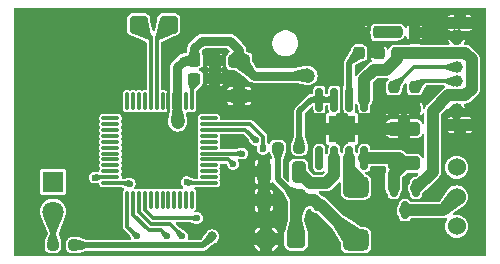
<source format=gbr>
%TF.GenerationSoftware,KiCad,Pcbnew,(7.0.0)*%
%TF.CreationDate,2023-07-18T11:01:11+08:00*%
%TF.ProjectId,Board_Car_V0_3,426f6172-645f-4436-9172-5f56305f332e,rev?*%
%TF.SameCoordinates,Original*%
%TF.FileFunction,Copper,L1,Top*%
%TF.FilePolarity,Positive*%
%FSLAX46Y46*%
G04 Gerber Fmt 4.6, Leading zero omitted, Abs format (unit mm)*
G04 Created by KiCad (PCBNEW (7.0.0)) date 2023-07-18 11:01:11*
%MOMM*%
%LPD*%
G01*
G04 APERTURE LIST*
G04 Aperture macros list*
%AMRoundRect*
0 Rectangle with rounded corners*
0 $1 Rounding radius*
0 $2 $3 $4 $5 $6 $7 $8 $9 X,Y pos of 4 corners*
0 Add a 4 corners polygon primitive as box body*
4,1,4,$2,$3,$4,$5,$6,$7,$8,$9,$2,$3,0*
0 Add four circle primitives for the rounded corners*
1,1,$1+$1,$2,$3*
1,1,$1+$1,$4,$5*
1,1,$1+$1,$6,$7*
1,1,$1+$1,$8,$9*
0 Add four rect primitives between the rounded corners*
20,1,$1+$1,$2,$3,$4,$5,0*
20,1,$1+$1,$4,$5,$6,$7,0*
20,1,$1+$1,$6,$7,$8,$9,0*
20,1,$1+$1,$8,$9,$2,$3,0*%
G04 Aperture macros list end*
%TA.AperFunction,ComponentPad*%
%ADD10C,1.000000*%
%TD*%
%TA.AperFunction,ComponentPad*%
%ADD11O,2.200000X1.000000*%
%TD*%
%TA.AperFunction,SMDPad,CuDef*%
%ADD12RoundRect,0.075000X0.662500X0.075000X-0.662500X0.075000X-0.662500X-0.075000X0.662500X-0.075000X0*%
%TD*%
%TA.AperFunction,SMDPad,CuDef*%
%ADD13RoundRect,0.075000X0.075000X0.662500X-0.075000X0.662500X-0.075000X-0.662500X0.075000X-0.662500X0*%
%TD*%
%TA.AperFunction,SMDPad,CuDef*%
%ADD14RoundRect,0.150000X-0.150000X0.825000X-0.150000X-0.825000X0.150000X-0.825000X0.150000X0.825000X0*%
%TD*%
%TA.AperFunction,SMDPad,CuDef*%
%ADD15R,2.300000X2.300000*%
%TD*%
%TA.AperFunction,ComponentPad*%
%ADD16C,1.524000*%
%TD*%
%TA.AperFunction,SMDPad,CuDef*%
%ADD17RoundRect,0.237500X0.250000X0.237500X-0.250000X0.237500X-0.250000X-0.237500X0.250000X-0.237500X0*%
%TD*%
%TA.AperFunction,SMDPad,CuDef*%
%ADD18RoundRect,0.237500X0.237500X-0.250000X0.237500X0.250000X-0.237500X0.250000X-0.237500X-0.250000X0*%
%TD*%
%TA.AperFunction,SMDPad,CuDef*%
%ADD19RoundRect,0.237500X-0.237500X0.250000X-0.237500X-0.250000X0.237500X-0.250000X0.237500X0.250000X0*%
%TD*%
%TA.AperFunction,SMDPad,CuDef*%
%ADD20RoundRect,0.237500X-0.250000X-0.237500X0.250000X-0.237500X0.250000X0.237500X-0.250000X0.237500X0*%
%TD*%
%TA.AperFunction,SMDPad,CuDef*%
%ADD21RoundRect,0.450000X-0.650000X0.450000X-0.650000X-0.450000X0.650000X-0.450000X0.650000X0.450000X0*%
%TD*%
%TA.AperFunction,SMDPad,CuDef*%
%ADD22RoundRect,0.400000X-0.400000X-0.400000X0.400000X-0.400000X0.400000X0.400000X-0.400000X0.400000X0*%
%TD*%
%TA.AperFunction,SMDPad,CuDef*%
%ADD23RoundRect,0.237500X-0.237500X0.287500X-0.237500X-0.287500X0.237500X-0.287500X0.237500X0.287500X0*%
%TD*%
%TA.AperFunction,ComponentPad*%
%ADD24C,1.800000*%
%TD*%
%TA.AperFunction,ComponentPad*%
%ADD25R,1.800000X1.800000*%
%TD*%
%TA.AperFunction,SMDPad,CuDef*%
%ADD26RoundRect,0.150000X-0.150000X0.587500X-0.150000X-0.587500X0.150000X-0.587500X0.150000X0.587500X0*%
%TD*%
%TA.AperFunction,SMDPad,CuDef*%
%ADD27RoundRect,0.250000X0.325000X0.650000X-0.325000X0.650000X-0.325000X-0.650000X0.325000X-0.650000X0*%
%TD*%
%TA.AperFunction,SMDPad,CuDef*%
%ADD28RoundRect,0.237500X-0.300000X-0.237500X0.300000X-0.237500X0.300000X0.237500X-0.300000X0.237500X0*%
%TD*%
%TA.AperFunction,SMDPad,CuDef*%
%ADD29RoundRect,0.250000X-0.650000X0.325000X-0.650000X-0.325000X0.650000X-0.325000X0.650000X0.325000X0*%
%TD*%
%TA.AperFunction,SMDPad,CuDef*%
%ADD30RoundRect,0.237500X-0.237500X0.300000X-0.237500X-0.300000X0.237500X-0.300000X0.237500X0.300000X0*%
%TD*%
%TA.AperFunction,SMDPad,CuDef*%
%ADD31RoundRect,0.237500X0.237500X-0.300000X0.237500X0.300000X-0.237500X0.300000X-0.237500X-0.300000X0*%
%TD*%
%TA.AperFunction,SMDPad,CuDef*%
%ADD32RoundRect,0.250000X1.100000X-0.325000X1.100000X0.325000X-1.100000X0.325000X-1.100000X-0.325000X0*%
%TD*%
%TA.AperFunction,ViaPad*%
%ADD33C,0.600000*%
%TD*%
%TA.AperFunction,ViaPad*%
%ADD34C,0.800000*%
%TD*%
%TA.AperFunction,ViaPad*%
%ADD35C,1.200000*%
%TD*%
%TA.AperFunction,Conductor*%
%ADD36C,1.000000*%
%TD*%
%TA.AperFunction,Conductor*%
%ADD37C,0.500000*%
%TD*%
%TA.AperFunction,Conductor*%
%ADD38C,0.800000*%
%TD*%
%TA.AperFunction,Conductor*%
%ADD39C,0.300000*%
%TD*%
G04 APERTURE END LIST*
D10*
%TO.P,USB1,A5,CC1*%
%TO.N,Net-(USB1-CC1)*%
X79500000Y-101000000D03*
%TO.P,USB1,A9,VBUS*%
%TO.N,VBUS*%
X79500000Y-103400000D03*
%TO.P,USB1,A12,GND*%
%TO.N,GND*%
X79500000Y-104600000D03*
%TO.P,USB1,B5,CC2*%
%TO.N,Net-(USB1-CC2)*%
X79500000Y-102200000D03*
%TO.P,USB1,B9,VBUS*%
%TO.N,VBUS*%
X79500000Y-99800000D03*
%TO.P,USB1,B12,GND*%
%TO.N,GND*%
X79500000Y-98600000D03*
D11*
%TO.P,USB1,MP,SHELL*%
X79769999Y-97277499D03*
X79769999Y-105922499D03*
%TD*%
D12*
%TO.P,U5,1,P5.3*%
%TO.N,/LED*%
X58518500Y-110827000D03*
%TO.P,U5,2,P0.5*%
%TO.N,unconnected-(U5-P0.5-Pad2)*%
X58518500Y-110327000D03*
%TO.P,U5,3,P0.6*%
%TO.N,unconnected-(U5-P0.6-Pad3)*%
X58518500Y-109827000D03*
%TO.P,U5,4,P0.7*%
%TO.N,unconnected-(U5-P0.7-Pad4)*%
X58518500Y-109327000D03*
%TO.P,U5,5,P1.0*%
%TO.N,/PWM1P*%
X58518500Y-108827000D03*
%TO.P,U5,6,P1.1*%
%TO.N,/PWM1N*%
X58518500Y-108327000D03*
%TO.P,U5,7,P4.7*%
%TO.N,unconnected-(U5-P4.7-Pad7)*%
X58518500Y-107827000D03*
%TO.P,U5,8,P1.4*%
%TO.N,unconnected-(U5-P1.4-Pad8)*%
X58518500Y-107327000D03*
%TO.P,U5,9,P1.5*%
%TO.N,unconnected-(U5-P1.5-Pad9)*%
X58518500Y-106827000D03*
%TO.P,U5,10,P1.6*%
%TO.N,/PWM4P*%
X58518500Y-106327000D03*
%TO.P,U5,11,P1.7*%
%TO.N,/PWM4N*%
X58518500Y-105827000D03*
%TO.P,U5,12,P1.3*%
%TO.N,unconnected-(U5-P1.3-Pad12)*%
X58518500Y-105327000D03*
D13*
%TO.P,U5,13,UCap*%
%TO.N,Net-(U5-UCap)*%
X57106000Y-103914500D03*
%TO.P,U5,14,P5.4*%
%TO.N,unconnected-(U5-P5.4-Pad14)*%
X56606000Y-103914500D03*
%TO.P,U5,15,VCC*%
%TO.N,+3.3V*%
X56106000Y-103914500D03*
%TO.P,U5,16,ADC_VRef*%
X55606000Y-103914500D03*
%TO.P,U5,17,GND*%
%TO.N,GND*%
X55106000Y-103914500D03*
%TO.P,U5,18,P4.0*%
%TO.N,unconnected-(U5-P4.0-Pad18)*%
X54606000Y-103914500D03*
%TO.P,U5,19,P3.0*%
%TO.N,/RX*%
X54106000Y-103914500D03*
%TO.P,U5,20,P3.1*%
%TO.N,/TX*%
X53606000Y-103914500D03*
%TO.P,U5,21,P3.2*%
%TO.N,unconnected-(U5-P3.2-Pad21)*%
X53106000Y-103914500D03*
%TO.P,U5,22,P3.3*%
%TO.N,unconnected-(U5-P3.3-Pad22)*%
X52606000Y-103914500D03*
%TO.P,U5,23,P3.4*%
%TO.N,unconnected-(U5-P3.4-Pad23)*%
X52106000Y-103914500D03*
%TO.P,U5,24,P5.0*%
%TO.N,unconnected-(U5-P5.0-Pad24)*%
X51606000Y-103914500D03*
D12*
%TO.P,U5,25,P5.1*%
%TO.N,unconnected-(U5-P5.1-Pad25)*%
X50193500Y-105327000D03*
%TO.P,U5,26,P3.5*%
%TO.N,unconnected-(U5-P3.5-Pad26)*%
X50193500Y-105827000D03*
%TO.P,U5,27,P3.6*%
%TO.N,unconnected-(U5-P3.6-Pad27)*%
X50193500Y-106327000D03*
%TO.P,U5,28,P3.7*%
%TO.N,unconnected-(U5-P3.7-Pad28)*%
X50193500Y-106827000D03*
%TO.P,U5,29,P4.1*%
%TO.N,unconnected-(U5-P4.1-Pad29)*%
X50193500Y-107327000D03*
%TO.P,U5,30,P4.2*%
%TO.N,unconnected-(U5-P4.2-Pad30)*%
X50193500Y-107827000D03*
%TO.P,U5,31,P4.3*%
%TO.N,unconnected-(U5-P4.3-Pad31)*%
X50193500Y-108327000D03*
%TO.P,U5,32,P4.4*%
%TO.N,unconnected-(U5-P4.4-Pad32)*%
X50193500Y-108827000D03*
%TO.P,U5,33,P2.0*%
%TO.N,unconnected-(U5-P2.0-Pad33)*%
X50193500Y-109327000D03*
%TO.P,U5,34,P2.1*%
%TO.N,unconnected-(U5-P2.1-Pad34)*%
X50193500Y-109827000D03*
%TO.P,U5,35,P2.2*%
%TO.N,/RF24_IRQ*%
X50193500Y-110327000D03*
%TO.P,U5,36,P2.3*%
%TO.N,/RF24_MOSI*%
X50193500Y-110827000D03*
D13*
%TO.P,U5,37,P2.4*%
%TO.N,/RF24_MISO*%
X51606000Y-112239500D03*
%TO.P,U5,38,P2.5*%
%TO.N,/RF24_SCK*%
X52106000Y-112239500D03*
%TO.P,U5,39,P2.6*%
%TO.N,/RF24_CSN*%
X52606000Y-112239500D03*
%TO.P,U5,40,P2.7*%
%TO.N,/RF24_CE*%
X53106000Y-112239500D03*
%TO.P,U5,41,P4.5*%
%TO.N,unconnected-(U5-P4.5-Pad41)*%
X53606000Y-112239500D03*
%TO.P,U5,42,P4.6*%
%TO.N,unconnected-(U5-P4.6-Pad42)*%
X54106000Y-112239500D03*
%TO.P,U5,43,P0.0*%
%TO.N,unconnected-(U5-P0.0-Pad43)*%
X54606000Y-112239500D03*
%TO.P,U5,44,P0.1*%
%TO.N,unconnected-(U5-P0.1-Pad44)*%
X55106000Y-112239500D03*
%TO.P,U5,45,P0.2*%
%TO.N,unconnected-(U5-P0.2-Pad45)*%
X55606000Y-112239500D03*
%TO.P,U5,46,P0.3*%
%TO.N,unconnected-(U5-P0.3-Pad46)*%
X56106000Y-112239500D03*
%TO.P,U5,47,P0.4*%
%TO.N,unconnected-(U5-P0.4-Pad47)*%
X56606000Y-112239500D03*
%TO.P,U5,48,P5.2*%
%TO.N,unconnected-(U5-P5.2-Pad48)*%
X57106000Y-112239500D03*
%TD*%
D14*
%TO.P,U3,1,VIN*%
%TO.N,VBUS*%
X71695000Y-103757000D03*
%TO.P,U3,2,LED1*%
%TO.N,Net-(D3-A)*%
X70425000Y-103757000D03*
%TO.P,U3,3,LED2*%
%TO.N,Net-(U3-LED2)*%
X69155000Y-103757000D03*
%TO.P,U3,4,LED3*%
X67885000Y-103757000D03*
%TO.P,U3,5,KEY*%
%TO.N,unconnected-(U3-KEY-Pad5)*%
X67885000Y-108707000D03*
%TO.P,U3,6,BAT*%
%TO.N,Net-(U3-BAT)*%
X69155000Y-108707000D03*
%TO.P,U3,7,SW*%
%TO.N,Net-(U3-SW)*%
X70425000Y-108707000D03*
%TO.P,U3,8,VOUT*%
%TO.N,+5V*%
X71695000Y-108707000D03*
D15*
%TO.P,U3,9,PAD*%
%TO.N,GND*%
X69789999Y-106231999D03*
%TD*%
D16*
%TO.P,SW3,1,A*%
%TO.N,+5VD*%
X79500000Y-114500000D03*
%TO.P,SW3,2,B*%
%TO.N,Net-(SW3-B)*%
X79500000Y-112000000D03*
%TO.P,SW3,3,C*%
%TO.N,unconnected-(SW3-C-Pad3)*%
X79500000Y-109500000D03*
%TD*%
D17*
%TO.P,R13,1*%
%TO.N,Net-(U3-LED2)*%
X66190500Y-107823000D03*
%TO.P,R13,2*%
%TO.N,+BATT*%
X64365500Y-107823000D03*
%TD*%
D18*
%TO.P,R12,1*%
%TO.N,+BATT*%
X67818000Y-112649000D03*
%TO.P,R12,2*%
%TO.N,Net-(U3-BAT)*%
X67818000Y-110824000D03*
%TD*%
D19*
%TO.P,R11,1*%
%TO.N,Net-(C2-Pad2)*%
X74422000Y-98020500D03*
%TO.P,R11,2*%
%TO.N,VBUS*%
X74422000Y-99845500D03*
%TD*%
%TO.P,R3,1*%
%TO.N,Net-(USB1-CC2)*%
X75946000Y-102719500D03*
%TO.P,R3,2*%
%TO.N,GND*%
X75946000Y-104544500D03*
%TD*%
%TO.P,R2,1*%
%TO.N,Net-(USB1-CC1)*%
X74168000Y-102719500D03*
%TO.P,R2,2*%
%TO.N,GND*%
X74168000Y-104544500D03*
%TD*%
D20*
%TO.P,R1,1*%
%TO.N,Net-(D2-A)*%
X45315500Y-116078000D03*
%TO.P,R1,2*%
%TO.N,+3.3V*%
X47140500Y-116078000D03*
%TD*%
D21*
%TO.P,L1,1,1*%
%TO.N,Net-(U3-SW)*%
X70993000Y-111161000D03*
%TO.P,L1,2,2*%
%TO.N,+BATT*%
X70993000Y-115661000D03*
%TD*%
D22*
%TO.P,J2,1,Pin_1*%
%TO.N,/TX*%
X52578000Y-97409000D03*
%TO.P,J2,2,Pin_2*%
%TO.N,/RX*%
X55118000Y-97409000D03*
%TD*%
D23*
%TO.P,D3,1,K*%
%TO.N,GND*%
X71247000Y-98058000D03*
%TO.P,D3,2,A*%
%TO.N,Net-(D3-A)*%
X71247000Y-99808000D03*
%TD*%
D24*
%TO.P,D2,2,A*%
%TO.N,Net-(D2-A)*%
X45339000Y-113265000D03*
D25*
%TO.P,D2,1,K*%
%TO.N,/LED*%
X45338999Y-110724999D03*
%TD*%
D26*
%TO.P,D1,1*%
%TO.N,VBUS*%
X76073000Y-111252000D03*
%TO.P,D1,2*%
%TO.N,+5V*%
X74173000Y-111252000D03*
%TO.P,D1,3*%
%TO.N,Net-(SW3-B)*%
X75123000Y-113127000D03*
%TD*%
D27*
%TO.P,C17,1*%
%TO.N,Net-(U3-BAT)*%
X66118000Y-109855000D03*
%TO.P,C17,2*%
%TO.N,GND*%
X63168000Y-109855000D03*
%TD*%
D28*
%TO.P,C14,1*%
%TO.N,+3.3V*%
X57303500Y-100457000D03*
%TO.P,C14,2*%
%TO.N,GND*%
X59028500Y-100457000D03*
%TD*%
D29*
%TO.P,C13,1*%
%TO.N,+3.3V*%
X61087000Y-100506000D03*
%TO.P,C13,2*%
%TO.N,GND*%
X61087000Y-103456000D03*
%TD*%
D28*
%TO.P,C12,1*%
%TO.N,Net-(U5-UCap)*%
X57303500Y-101981000D03*
%TO.P,C12,2*%
%TO.N,GND*%
X59028500Y-101981000D03*
%TD*%
D27*
%TO.P,C11,1*%
%TO.N,+BATT*%
X66118000Y-112268000D03*
%TO.P,C11,2*%
%TO.N,GND*%
X63168000Y-112268000D03*
%TD*%
D30*
%TO.P,C7,1*%
%TO.N,GND*%
X75946000Y-98070500D03*
%TO.P,C7,2*%
%TO.N,VBUS*%
X75946000Y-99795500D03*
%TD*%
D31*
%TO.P,C2,1*%
%TO.N,GND*%
X72898000Y-99795500D03*
%TO.P,C2,2*%
%TO.N,Net-(C2-Pad2)*%
X72898000Y-98070500D03*
%TD*%
D32*
%TO.P,C1,1*%
%TO.N,+5V*%
X75057000Y-109171000D03*
%TO.P,C1,2*%
%TO.N,GND*%
X75057000Y-106221000D03*
%TD*%
D22*
%TO.P,BT2,1,-*%
%TO.N,GND*%
X63373000Y-115570000D03*
%TO.P,BT2,2,+*%
%TO.N,+BATT*%
X65913000Y-115570000D03*
%TD*%
D33*
%TO.N,GND*%
X50038000Y-113538000D03*
X49149000Y-113538000D03*
X48641000Y-114300000D03*
X48387000Y-115062000D03*
X60325000Y-114173000D03*
X60325000Y-113030000D03*
X60325000Y-111760000D03*
X60452000Y-110490000D03*
X61595000Y-109728000D03*
X63754000Y-113919000D03*
X62738000Y-113792000D03*
X61976000Y-113538000D03*
X61468000Y-112776000D03*
X61468000Y-111633000D03*
X61341000Y-110871000D03*
X58420000Y-104140000D03*
X58166000Y-103124000D03*
X59182000Y-103505000D03*
X59563000Y-104394000D03*
X60706000Y-104775000D03*
X61595000Y-104775000D03*
X62611000Y-104775000D03*
X63500000Y-104521000D03*
X63500000Y-103759000D03*
X64262000Y-102870000D03*
X65151000Y-102870000D03*
X66040000Y-102870000D03*
X69850000Y-105283000D03*
X68580000Y-102235000D03*
X68707000Y-101473000D03*
X73025000Y-102997000D03*
X78867000Y-107188000D03*
X78867000Y-108077000D03*
X76454000Y-114427000D03*
X79121000Y-115951000D03*
X78486000Y-116459000D03*
X77597000Y-116459000D03*
X76708000Y-116205000D03*
X69215000Y-116459000D03*
X69088000Y-115570000D03*
X71628000Y-114046000D03*
X70993000Y-113284000D03*
X74930000Y-107569000D03*
X73914000Y-107442000D03*
X73025000Y-107061000D03*
D34*
%TO.N,+3.3V*%
X58801000Y-115354000D03*
D35*
X55880000Y-105664000D03*
X66929000Y-101727000D03*
D33*
%TO.N,/LED*%
X56642000Y-110744000D03*
%TO.N,/RF24_IRQ*%
X48895000Y-110363000D03*
%TO.N,/RF24_MOSI*%
X51816000Y-110871000D03*
%TO.N,/RF24_MISO*%
X52451000Y-115354000D03*
%TO.N,/RF24_SCK*%
X54991000Y-115354000D03*
%TO.N,/RF24_CSN*%
X56261000Y-115354000D03*
%TO.N,/RF24_CE*%
X57531000Y-113792000D03*
%TO.N,/PWM1P*%
X60579000Y-109220000D03*
%TO.N,/PWM1N*%
X61341000Y-108331000D03*
%TO.N,/PWM4N*%
X63119000Y-107950000D03*
%TO.N,/PWM4P*%
X62484000Y-107188000D03*
%TD*%
D36*
%TO.N,GND*%
X59028500Y-101981000D02*
X59028500Y-100457000D01*
%TO.N,Net-(C2-Pad2)*%
X74372000Y-98070500D02*
X74422000Y-98020500D01*
X72898000Y-98070500D02*
X74372000Y-98070500D01*
%TO.N,+5V*%
X74173000Y-110055000D02*
X75057000Y-109171000D01*
X74173000Y-111252000D02*
X74173000Y-110055000D01*
X74593000Y-108707000D02*
X75057000Y-109171000D01*
X71695000Y-108707000D02*
X74593000Y-108707000D01*
D37*
%TO.N,+3.3V*%
X58051000Y-116104000D02*
X58801000Y-115354000D01*
X47166500Y-116104000D02*
X58051000Y-116104000D01*
X47140500Y-116078000D02*
X47166500Y-116104000D01*
%TO.N,Net-(D2-A)*%
X45339000Y-116054500D02*
X45315500Y-116078000D01*
X45339000Y-113265000D02*
X45339000Y-116054500D01*
D38*
%TO.N,+3.3V*%
X55856000Y-105640000D02*
X55880000Y-105664000D01*
X55856000Y-103886000D02*
X55856000Y-105640000D01*
X55856000Y-100989000D02*
X55856000Y-103886000D01*
X57303500Y-99414500D02*
X57303500Y-100457000D01*
X61087000Y-99568000D02*
X60328000Y-98809000D01*
X61087000Y-100506000D02*
X61087000Y-99568000D01*
X60328000Y-98809000D02*
X57909000Y-98809000D01*
X57909000Y-98809000D02*
X57303500Y-99414500D01*
X62308000Y-101727000D02*
X61087000Y-100506000D01*
X66929000Y-101727000D02*
X62308000Y-101727000D01*
X56388000Y-100457000D02*
X55856000Y-100989000D01*
X57303500Y-100457000D02*
X56388000Y-100457000D01*
D39*
%TO.N,Net-(U5-UCap)*%
X57106000Y-102178500D02*
X57303500Y-101981000D01*
X57106000Y-103914500D02*
X57106000Y-102178500D01*
%TO.N,/LED*%
X56725000Y-110827000D02*
X56642000Y-110744000D01*
X58518500Y-110827000D02*
X56725000Y-110827000D01*
%TO.N,/RF24_IRQ*%
X48931000Y-110327000D02*
X48895000Y-110363000D01*
X50193500Y-110327000D02*
X48931000Y-110327000D01*
%TO.N,/RF24_MOSI*%
X51772000Y-110827000D02*
X51816000Y-110871000D01*
X50193500Y-110827000D02*
X51772000Y-110827000D01*
%TO.N,/RF24_MISO*%
X51606000Y-114509000D02*
X52451000Y-115354000D01*
X51606000Y-112239500D02*
X51606000Y-114509000D01*
%TO.N,/RF24_SCK*%
X53421747Y-114808000D02*
X54445000Y-114808000D01*
X52106000Y-113492253D02*
X53421747Y-114808000D01*
X54445000Y-114808000D02*
X54991000Y-115354000D01*
X52106000Y-112239500D02*
X52106000Y-113492253D01*
%TO.N,/RF24_CSN*%
X56261000Y-115316000D02*
X56261000Y-115354000D01*
X53612853Y-114292000D02*
X55237000Y-114292000D01*
X55237000Y-114292000D02*
X56261000Y-115316000D01*
X52606000Y-113285147D02*
X53612853Y-114292000D01*
X52606000Y-112239500D02*
X52606000Y-113285147D01*
%TO.N,/RF24_CE*%
X53819959Y-113792000D02*
X57531000Y-113792000D01*
X53106000Y-113078041D02*
X53819959Y-113792000D01*
X53106000Y-112239500D02*
X53106000Y-113078041D01*
%TO.N,/PWM4N*%
X62042239Y-105827000D02*
X58518500Y-105827000D01*
X63134000Y-107935000D02*
X63134000Y-106918761D01*
X63134000Y-106918761D02*
X62042239Y-105827000D01*
X63119000Y-107950000D02*
X63134000Y-107935000D01*
%TO.N,/PWM4P*%
X61623000Y-106327000D02*
X62484000Y-107188000D01*
X58518500Y-106327000D02*
X61623000Y-106327000D01*
%TO.N,/PWM1N*%
X61337000Y-108327000D02*
X61341000Y-108331000D01*
X58518500Y-108327000D02*
X61337000Y-108327000D01*
%TO.N,/PWM1P*%
X60579000Y-109220000D02*
X60186000Y-108827000D01*
X60186000Y-108827000D02*
X58518500Y-108827000D01*
D36*
%TO.N,Net-(SW3-B)*%
X75123000Y-113127000D02*
X78373000Y-113127000D01*
X78373000Y-113127000D02*
X79500000Y-112000000D01*
%TO.N,VBUS*%
X77470000Y-109855000D02*
X76073000Y-111252000D01*
X77470000Y-104722894D02*
X77470000Y-109855000D01*
X78792894Y-103400000D02*
X77470000Y-104722894D01*
X79500000Y-103400000D02*
X78792894Y-103400000D01*
X80207106Y-103400000D02*
X79500000Y-103400000D01*
X80772000Y-102835106D02*
X80207106Y-103400000D01*
X80207106Y-99800000D02*
X80772000Y-100364894D01*
X79500000Y-99800000D02*
X80207106Y-99800000D01*
X80772000Y-100364894D02*
X80772000Y-102835106D01*
X74467500Y-99800000D02*
X74422000Y-99845500D01*
X79500000Y-99800000D02*
X74467500Y-99800000D01*
D39*
%TO.N,Net-(USB1-CC2)*%
X76465500Y-102200000D02*
X79500000Y-102200000D01*
X75946000Y-102719500D02*
X76465500Y-102200000D01*
%TO.N,Net-(USB1-CC1)*%
X75887500Y-101000000D02*
X79500000Y-101000000D01*
X74168000Y-102719500D02*
X75887500Y-101000000D01*
D36*
%TO.N,VBUS*%
X73533000Y-101219000D02*
X74422000Y-100330000D01*
X74422000Y-100330000D02*
X74422000Y-99845500D01*
X72517000Y-101219000D02*
X73533000Y-101219000D01*
X71695000Y-102041000D02*
X72517000Y-101219000D01*
X71695000Y-103757000D02*
X71695000Y-102041000D01*
D37*
%TO.N,Net-(D3-A)*%
X70425000Y-100630000D02*
X71247000Y-99808000D01*
X70425000Y-103757000D02*
X70425000Y-100630000D01*
%TO.N,Net-(U3-LED2)*%
X67185000Y-103757000D02*
X67885000Y-103757000D01*
X66190500Y-104751500D02*
X67185000Y-103757000D01*
X66190500Y-107823000D02*
X66190500Y-104751500D01*
X67885000Y-103757000D02*
X69155000Y-103757000D01*
%TO.N,+BATT*%
X66118000Y-112268000D02*
X64365500Y-110515500D01*
X64365500Y-110515500D02*
X64365500Y-107823000D01*
D36*
%TO.N,Net-(U3-SW)*%
X70425000Y-110593000D02*
X70993000Y-111161000D01*
X70425000Y-108707000D02*
X70425000Y-110593000D01*
%TO.N,Net-(U3-BAT)*%
X69155000Y-110154082D02*
X69155000Y-108707000D01*
X68485082Y-110824000D02*
X69155000Y-110154082D01*
X67818000Y-110824000D02*
X68485082Y-110824000D01*
X67087000Y-110824000D02*
X66118000Y-109855000D01*
X67818000Y-110824000D02*
X67087000Y-110824000D01*
%TO.N,+BATT*%
X67818000Y-112649000D02*
X67981000Y-112649000D01*
X67981000Y-112649000D02*
X70993000Y-115661000D01*
X66118000Y-112268000D02*
X67437000Y-112268000D01*
X67437000Y-112268000D02*
X67818000Y-112649000D01*
X65913000Y-112473000D02*
X66118000Y-112268000D01*
X65913000Y-115570000D02*
X65913000Y-112473000D01*
D39*
%TO.N,/TX*%
X53606000Y-98437000D02*
X52578000Y-97409000D01*
X53606000Y-103914500D02*
X53606000Y-98437000D01*
%TO.N,/RX*%
X54106000Y-98421000D02*
X55118000Y-97409000D01*
X54106000Y-103914500D02*
X54106000Y-98421000D01*
%TD*%
%TA.AperFunction,Conductor*%
%TO.N,GND*%
G36*
X81950000Y-96013763D02*
G01*
X81986237Y-96050000D01*
X81999500Y-96099500D01*
X81999500Y-116900500D01*
X81986237Y-116950000D01*
X81950000Y-116986237D01*
X81900500Y-116999500D01*
X42099500Y-116999500D01*
X42050000Y-116986237D01*
X42013763Y-116950000D01*
X42000500Y-116900500D01*
X42000500Y-113265000D01*
X44233785Y-113265000D01*
X44234207Y-113269554D01*
X44248790Y-113426940D01*
X44252603Y-113468083D01*
X44253852Y-113472472D01*
X44253853Y-113472478D01*
X44307165Y-113659848D01*
X44307166Y-113659852D01*
X44308418Y-113664250D01*
X44310455Y-113668341D01*
X44310459Y-113668351D01*
X44313318Y-113674092D01*
X44319764Y-113690595D01*
X44320065Y-113691632D01*
X44320954Y-113696369D01*
X44322740Y-113700841D01*
X44322742Y-113700846D01*
X44866041Y-115060826D01*
X44873105Y-115097108D01*
X44866368Y-115133452D01*
X44661857Y-115659044D01*
X44661853Y-115659055D01*
X44660374Y-115662858D01*
X44659539Y-115666854D01*
X44659536Y-115666867D01*
X44656900Y-115679496D01*
X44653435Y-115691959D01*
X44632265Y-115752462D01*
X44632265Y-115752463D01*
X44630275Y-115758151D01*
X44629713Y-115764142D01*
X44629712Y-115764148D01*
X44628495Y-115777128D01*
X44627500Y-115787744D01*
X44627500Y-116368256D01*
X44627714Y-116370545D01*
X44627715Y-116370552D01*
X44629712Y-116391853D01*
X44629713Y-116391858D01*
X44630275Y-116397849D01*
X44632265Y-116403536D01*
X44664107Y-116494536D01*
X44673884Y-116522475D01*
X44678288Y-116528442D01*
X44678289Y-116528444D01*
X44701701Y-116560166D01*
X44752289Y-116628711D01*
X44858525Y-116707116D01*
X44983151Y-116750725D01*
X45012744Y-116753500D01*
X45615945Y-116753500D01*
X45618256Y-116753500D01*
X45647849Y-116750725D01*
X45772475Y-116707116D01*
X45878711Y-116628711D01*
X45957116Y-116522475D01*
X46000725Y-116397849D01*
X46003500Y-116368256D01*
X46452500Y-116368256D01*
X46452714Y-116370545D01*
X46452715Y-116370552D01*
X46454712Y-116391853D01*
X46454713Y-116391858D01*
X46455275Y-116397849D01*
X46457265Y-116403536D01*
X46489107Y-116494536D01*
X46498884Y-116522475D01*
X46503288Y-116528442D01*
X46503289Y-116528444D01*
X46526701Y-116560166D01*
X46577289Y-116628711D01*
X46683525Y-116707116D01*
X46808151Y-116750725D01*
X46837744Y-116753500D01*
X47440945Y-116753500D01*
X47443256Y-116753500D01*
X47472849Y-116750725D01*
X47513765Y-116736406D01*
X47533466Y-116731708D01*
X47546596Y-116729969D01*
X48135926Y-116558443D01*
X48163592Y-116554500D01*
X58020136Y-116554500D01*
X58031219Y-116555121D01*
X58068035Y-116559270D01*
X58124693Y-116548548D01*
X58128267Y-116547941D01*
X58185287Y-116539348D01*
X58191589Y-116536311D01*
X58194589Y-116535324D01*
X58201472Y-116534023D01*
X58252444Y-116507082D01*
X58255728Y-116505424D01*
X58307642Y-116480425D01*
X58312764Y-116475671D01*
X58315355Y-116473833D01*
X58321538Y-116470566D01*
X58362316Y-116429786D01*
X58364927Y-116427271D01*
X58407194Y-116388055D01*
X58410514Y-116382303D01*
X58416516Y-116375585D01*
X58516948Y-116275153D01*
X58536147Y-116260578D01*
X58794202Y-116084014D01*
X62382833Y-116084014D01*
X62387596Y-116120193D01*
X62390928Y-116132630D01*
X62446416Y-116266590D01*
X62452851Y-116277737D01*
X62541124Y-116392776D01*
X62550223Y-116401875D01*
X62665262Y-116490148D01*
X62676409Y-116496583D01*
X62810373Y-116552072D01*
X62822800Y-116555402D01*
X62858987Y-116560167D01*
X62869908Y-116558486D01*
X62873000Y-116547878D01*
X62873000Y-116547877D01*
X63873000Y-116547877D01*
X63876091Y-116558484D01*
X63887014Y-116560166D01*
X63923193Y-116555403D01*
X63935630Y-116552071D01*
X64069590Y-116496583D01*
X64080737Y-116490148D01*
X64195776Y-116401875D01*
X64204875Y-116392776D01*
X64293148Y-116277737D01*
X64299583Y-116266590D01*
X64355072Y-116132626D01*
X64358402Y-116120199D01*
X64363167Y-116084012D01*
X64361486Y-116073091D01*
X64350878Y-116070000D01*
X63886033Y-116070000D01*
X63875754Y-116072754D01*
X63873000Y-116083033D01*
X63873000Y-116547877D01*
X62873000Y-116547877D01*
X62873000Y-116083033D01*
X62870245Y-116072754D01*
X62859967Y-116070000D01*
X62395123Y-116070000D01*
X62384515Y-116073091D01*
X62382833Y-116084014D01*
X58794202Y-116084014D01*
X59071721Y-115894133D01*
X59089725Y-115884382D01*
X59103841Y-115878536D01*
X59178448Y-115821287D01*
X59182812Y-115818123D01*
X59188279Y-115814384D01*
X59190938Y-115811924D01*
X59193774Y-115809664D01*
X59193787Y-115809681D01*
X59195945Y-115807861D01*
X59229282Y-115782282D01*
X59325536Y-115656841D01*
X59386044Y-115510762D01*
X59406682Y-115354000D01*
X59386044Y-115197238D01*
X59327536Y-115055987D01*
X62382832Y-115055987D01*
X62384513Y-115066908D01*
X62395122Y-115070000D01*
X62859967Y-115070000D01*
X62870245Y-115067245D01*
X62873000Y-115056967D01*
X63873000Y-115056967D01*
X63875754Y-115067245D01*
X63886033Y-115070000D01*
X64350877Y-115070000D01*
X64361484Y-115066908D01*
X64363166Y-115055985D01*
X64358403Y-115019806D01*
X64355071Y-115007369D01*
X64299583Y-114873409D01*
X64293148Y-114862262D01*
X64204875Y-114747223D01*
X64195776Y-114738124D01*
X64080737Y-114649851D01*
X64069590Y-114643416D01*
X63935626Y-114587927D01*
X63923199Y-114584597D01*
X63887012Y-114579832D01*
X63876091Y-114581513D01*
X63873000Y-114592122D01*
X63873000Y-115056967D01*
X62873000Y-115056967D01*
X62873000Y-114592123D01*
X62869908Y-114581515D01*
X62858985Y-114579833D01*
X62822806Y-114584596D01*
X62810369Y-114587928D01*
X62676409Y-114643416D01*
X62665262Y-114649851D01*
X62550223Y-114738124D01*
X62541124Y-114747223D01*
X62452851Y-114862262D01*
X62446416Y-114873409D01*
X62390927Y-115007373D01*
X62387597Y-115019800D01*
X62382832Y-115055987D01*
X59327536Y-115055987D01*
X59325536Y-115051159D01*
X59229282Y-114925718D01*
X59195214Y-114899577D01*
X59108989Y-114833414D01*
X59108988Y-114833413D01*
X59103841Y-114829464D01*
X59097847Y-114826981D01*
X59097845Y-114826980D01*
X58963759Y-114771440D01*
X58963758Y-114771439D01*
X58957762Y-114768956D01*
X58951331Y-114768109D01*
X58951326Y-114768108D01*
X58807434Y-114749165D01*
X58801000Y-114748318D01*
X58794566Y-114749165D01*
X58650673Y-114768108D01*
X58650666Y-114768109D01*
X58644238Y-114768956D01*
X58638243Y-114771439D01*
X58638240Y-114771440D01*
X58504154Y-114826980D01*
X58504149Y-114826982D01*
X58498159Y-114829464D01*
X58493015Y-114833411D01*
X58493010Y-114833414D01*
X58377871Y-114921763D01*
X58377866Y-114921767D01*
X58372718Y-114925718D01*
X58368766Y-114930867D01*
X58368767Y-114930867D01*
X58347149Y-114959038D01*
X58345307Y-114961226D01*
X58345322Y-114961238D01*
X58343065Y-114964068D01*
X58340616Y-114966718D01*
X58338583Y-114969688D01*
X58338570Y-114969705D01*
X58336857Y-114972210D01*
X58333702Y-114976562D01*
X58280411Y-115046013D01*
X58280406Y-115046021D01*
X58276464Y-115051159D01*
X58273983Y-115057146D01*
X58273981Y-115057151D01*
X58270619Y-115065266D01*
X58260864Y-115083276D01*
X58040551Y-115405275D01*
X57903162Y-115606077D01*
X57900202Y-115610403D01*
X57864684Y-115642065D01*
X57818496Y-115653500D01*
X56828492Y-115653500D01*
X56781046Y-115641390D01*
X56745208Y-115608023D01*
X56729744Y-115561562D01*
X56738438Y-115513375D01*
X56746165Y-115496457D01*
X56766647Y-115354000D01*
X56746165Y-115211543D01*
X56686377Y-115080627D01*
X56592128Y-114971857D01*
X56586174Y-114968030D01*
X56586171Y-114968028D01*
X56514180Y-114921763D01*
X56483417Y-114901993D01*
X56480860Y-114900172D01*
X56480223Y-114899577D01*
X56471770Y-114894047D01*
X56086044Y-114641688D01*
X56086379Y-114641174D01*
X56068695Y-114628013D01*
X55752186Y-114311503D01*
X55725092Y-114260814D01*
X55730726Y-114203614D01*
X55767189Y-114159184D01*
X55822190Y-114142500D01*
X56872681Y-114142500D01*
X56897780Y-114145734D01*
X57354255Y-114265370D01*
X57360766Y-114265874D01*
X57381007Y-114269587D01*
X57459039Y-114292500D01*
X57595883Y-114292500D01*
X57602961Y-114292500D01*
X57741053Y-114251953D01*
X57862128Y-114174143D01*
X57956377Y-114065373D01*
X58016165Y-113934457D01*
X58036647Y-113792000D01*
X58016165Y-113649543D01*
X57956377Y-113518627D01*
X57862128Y-113409857D01*
X57856174Y-113406030D01*
X57856171Y-113406028D01*
X57747010Y-113335875D01*
X57747008Y-113335874D01*
X57741053Y-113332047D01*
X57602961Y-113291500D01*
X57459039Y-113291500D01*
X57452247Y-113293494D01*
X57452248Y-113293494D01*
X57429008Y-113300317D01*
X57373564Y-113300414D01*
X57326763Y-113270687D01*
X57303284Y-113220461D01*
X57310489Y-113165488D01*
X57346116Y-113123013D01*
X57379624Y-113100624D01*
X57440515Y-113009495D01*
X57448393Y-112969888D01*
X62393001Y-112969888D01*
X62393216Y-112974504D01*
X62395288Y-112996608D01*
X62397839Y-113008288D01*
X62438203Y-113123642D01*
X62445061Y-113136617D01*
X62516798Y-113233817D01*
X62527182Y-113244201D01*
X62624384Y-113315940D01*
X62637357Y-113322796D01*
X62656806Y-113329602D01*
X62665853Y-113330493D01*
X62668000Y-113321662D01*
X63668000Y-113321662D01*
X63670146Y-113330493D01*
X63679193Y-113329602D01*
X63698642Y-113322796D01*
X63711615Y-113315940D01*
X63808817Y-113244201D01*
X63819201Y-113233817D01*
X63890938Y-113136617D01*
X63897796Y-113123642D01*
X63938159Y-113008290D01*
X63940711Y-112996607D01*
X63942784Y-112974499D01*
X63943000Y-112969892D01*
X63943000Y-112781033D01*
X63940245Y-112770754D01*
X63929967Y-112768000D01*
X63681033Y-112768000D01*
X63670754Y-112770754D01*
X63668000Y-112781033D01*
X63668000Y-113321662D01*
X62668000Y-113321662D01*
X62668000Y-112781033D01*
X62665245Y-112770754D01*
X62654967Y-112768000D01*
X62406034Y-112768000D01*
X62395755Y-112770754D01*
X62393001Y-112781033D01*
X62393001Y-112969888D01*
X57448393Y-112969888D01*
X57456500Y-112929133D01*
X57456499Y-111754967D01*
X62393000Y-111754967D01*
X62395754Y-111765245D01*
X62406033Y-111768000D01*
X62654967Y-111768000D01*
X62665245Y-111765245D01*
X62668000Y-111754967D01*
X63668000Y-111754967D01*
X63670754Y-111765245D01*
X63681033Y-111768000D01*
X63929966Y-111768000D01*
X63940244Y-111765245D01*
X63942999Y-111754967D01*
X63942999Y-111566112D01*
X63942783Y-111561495D01*
X63940711Y-111539391D01*
X63938160Y-111527711D01*
X63897796Y-111412357D01*
X63890938Y-111399382D01*
X63819201Y-111302182D01*
X63808817Y-111291798D01*
X63711615Y-111220059D01*
X63698642Y-111213203D01*
X63679193Y-111206397D01*
X63670146Y-111205506D01*
X63668000Y-111214338D01*
X63668000Y-111754967D01*
X62668000Y-111754967D01*
X62668000Y-111214338D01*
X62665853Y-111205506D01*
X62656806Y-111206397D01*
X62637357Y-111213203D01*
X62624384Y-111220059D01*
X62527182Y-111291798D01*
X62516798Y-111302182D01*
X62445061Y-111399382D01*
X62438203Y-111412357D01*
X62397840Y-111527709D01*
X62395288Y-111539392D01*
X62393215Y-111561500D01*
X62393000Y-111566108D01*
X62393000Y-111754967D01*
X57456499Y-111754967D01*
X57456499Y-111549868D01*
X57440515Y-111469505D01*
X57433440Y-111458917D01*
X57404045Y-111414925D01*
X57379624Y-111378376D01*
X57350348Y-111358814D01*
X57317141Y-111321445D01*
X57306427Y-111272613D01*
X57320940Y-111224773D01*
X57356978Y-111190123D01*
X57405351Y-111177500D01*
X58547534Y-111177500D01*
X58547540Y-111177500D01*
X58547542Y-111177499D01*
X58547546Y-111177499D01*
X59203272Y-111177499D01*
X59208132Y-111177499D01*
X59288495Y-111161515D01*
X59379624Y-111100624D01*
X59440515Y-111009495D01*
X59456500Y-110929133D01*
X59456499Y-110724868D01*
X59453669Y-110710642D01*
X59442417Y-110654068D01*
X59440515Y-110644505D01*
X59435081Y-110636373D01*
X59432160Y-110632001D01*
X59415475Y-110576995D01*
X59421575Y-110556888D01*
X62393001Y-110556888D01*
X62393216Y-110561504D01*
X62395288Y-110583608D01*
X62397839Y-110595288D01*
X62438203Y-110710642D01*
X62445061Y-110723617D01*
X62516798Y-110820817D01*
X62527182Y-110831201D01*
X62624384Y-110902940D01*
X62637357Y-110909796D01*
X62656806Y-110916602D01*
X62665853Y-110917493D01*
X62668000Y-110908662D01*
X62668000Y-110368033D01*
X62665245Y-110357754D01*
X62654967Y-110355000D01*
X62406034Y-110355000D01*
X62395755Y-110357754D01*
X62393001Y-110368033D01*
X62393001Y-110556888D01*
X59421575Y-110556888D01*
X59432162Y-110521994D01*
X59440515Y-110509495D01*
X59456500Y-110429133D01*
X59456499Y-110224868D01*
X59440515Y-110144505D01*
X59432161Y-110132003D01*
X59415475Y-110077000D01*
X59432161Y-110021996D01*
X59440515Y-110009495D01*
X59456500Y-109929133D01*
X59456499Y-109724868D01*
X59455233Y-109718505D01*
X59442417Y-109654068D01*
X59442417Y-109654067D01*
X59440515Y-109644505D01*
X59432161Y-109632003D01*
X59415475Y-109577000D01*
X59432161Y-109521996D01*
X59440515Y-109509495D01*
X59456500Y-109429133D01*
X59456499Y-109276500D01*
X59469762Y-109227000D01*
X59505999Y-109190764D01*
X59555499Y-109177500D01*
X59942180Y-109177500D01*
X59996027Y-109193425D01*
X60032551Y-109236076D01*
X60089082Y-109362457D01*
X60109607Y-109408341D01*
X60112351Y-109412240D01*
X60112353Y-109412243D01*
X60119087Y-109421810D01*
X60128180Y-109437661D01*
X60153623Y-109493373D01*
X60158262Y-109498727D01*
X60158263Y-109498728D01*
X60167593Y-109509495D01*
X60247872Y-109602143D01*
X60253826Y-109605969D01*
X60253828Y-109605971D01*
X60328669Y-109654068D01*
X60368947Y-109679953D01*
X60507039Y-109720500D01*
X60643883Y-109720500D01*
X60650961Y-109720500D01*
X60789053Y-109679953D01*
X60910128Y-109602143D01*
X61004377Y-109493373D01*
X61064165Y-109362457D01*
X61067111Y-109341967D01*
X62393000Y-109341967D01*
X62395754Y-109352245D01*
X62406033Y-109355000D01*
X62654967Y-109355000D01*
X62665245Y-109352245D01*
X62668000Y-109341967D01*
X62668000Y-108801338D01*
X62665853Y-108792506D01*
X62656806Y-108793397D01*
X62637357Y-108800203D01*
X62624384Y-108807059D01*
X62527182Y-108878798D01*
X62516798Y-108889182D01*
X62445061Y-108986382D01*
X62438203Y-108999357D01*
X62397840Y-109114709D01*
X62395288Y-109126392D01*
X62393215Y-109148500D01*
X62393000Y-109153108D01*
X62393000Y-109341967D01*
X61067111Y-109341967D01*
X61084647Y-109220000D01*
X61064165Y-109077543D01*
X61004377Y-108946627D01*
X60999735Y-108941270D01*
X60997490Y-108937776D01*
X60981821Y-108881242D01*
X61000898Y-108825766D01*
X61048024Y-108790827D01*
X61106648Y-108788694D01*
X61162584Y-108803840D01*
X61169844Y-108804454D01*
X61189386Y-108808111D01*
X61269039Y-108831500D01*
X61405883Y-108831500D01*
X61412961Y-108831500D01*
X61551053Y-108790953D01*
X61672128Y-108713143D01*
X61766377Y-108604373D01*
X61826165Y-108473457D01*
X61846647Y-108331000D01*
X61826165Y-108188543D01*
X61766377Y-108057627D01*
X61672128Y-107948857D01*
X61666174Y-107945030D01*
X61666171Y-107945028D01*
X61557010Y-107874875D01*
X61557008Y-107874874D01*
X61551053Y-107871047D01*
X61507456Y-107858246D01*
X61419752Y-107832494D01*
X61412961Y-107830500D01*
X61269039Y-107830500D01*
X61262250Y-107832493D01*
X61262245Y-107832494D01*
X61192454Y-107852986D01*
X61171592Y-107856746D01*
X61170170Y-107856847D01*
X61170157Y-107856848D01*
X61165770Y-107857161D01*
X61161505Y-107858245D01*
X61161501Y-107858246D01*
X60708421Y-107973447D01*
X60684025Y-107976500D01*
X59555500Y-107976500D01*
X59506000Y-107963237D01*
X59469764Y-107927000D01*
X59456500Y-107877501D01*
X59456499Y-107729727D01*
X59456499Y-107729725D01*
X59456499Y-107724868D01*
X59452916Y-107706856D01*
X59442417Y-107654068D01*
X59442417Y-107654067D01*
X59440515Y-107644505D01*
X59432161Y-107632003D01*
X59415475Y-107577000D01*
X59432161Y-107521996D01*
X59440515Y-107509495D01*
X59456500Y-107429133D01*
X59456499Y-107224868D01*
X59440515Y-107144505D01*
X59435093Y-107136391D01*
X59432160Y-107132001D01*
X59415475Y-107076995D01*
X59432162Y-107021994D01*
X59440515Y-107009495D01*
X59456500Y-106929133D01*
X59456499Y-106776500D01*
X59469762Y-106727000D01*
X59505999Y-106690764D01*
X59555499Y-106677500D01*
X61436811Y-106677500D01*
X61474697Y-106685036D01*
X61506814Y-106706496D01*
X61770655Y-106970336D01*
X61786116Y-106990371D01*
X61804608Y-107021999D01*
X62024298Y-107397746D01*
X62027174Y-107401106D01*
X62029748Y-107404723D01*
X62029453Y-107404932D01*
X62041375Y-107423607D01*
X62058623Y-107461373D01*
X62152872Y-107570143D01*
X62158826Y-107573969D01*
X62158828Y-107573971D01*
X62188130Y-107592802D01*
X62273947Y-107647953D01*
X62412039Y-107688500D01*
X62419117Y-107688500D01*
X62537591Y-107688500D01*
X62595016Y-107706856D01*
X62631145Y-107755118D01*
X62632390Y-107807335D01*
X62633835Y-107807543D01*
X62619464Y-107907500D01*
X62613353Y-107950000D01*
X62614361Y-107957011D01*
X62632826Y-108085443D01*
X62632827Y-108085446D01*
X62633835Y-108092457D01*
X62636777Y-108098899D01*
X62636778Y-108098902D01*
X62688951Y-108213143D01*
X62693623Y-108223373D01*
X62787872Y-108332143D01*
X62793826Y-108335969D01*
X62793828Y-108335971D01*
X62823552Y-108355073D01*
X62908947Y-108409953D01*
X63047039Y-108450500D01*
X63183883Y-108450500D01*
X63190961Y-108450500D01*
X63329053Y-108409953D01*
X63450128Y-108332143D01*
X63544377Y-108223373D01*
X63546031Y-108224806D01*
X63578308Y-108196446D01*
X63632096Y-108187594D01*
X63682415Y-108208557D01*
X63714011Y-108252978D01*
X63776192Y-108429133D01*
X63835773Y-108597925D01*
X63871991Y-108700527D01*
X63876211Y-108750214D01*
X63855676Y-108795656D01*
X63815595Y-108825322D01*
X63766137Y-108831688D01*
X63719850Y-108813137D01*
X63711614Y-108807059D01*
X63698642Y-108800203D01*
X63679193Y-108793397D01*
X63670146Y-108792506D01*
X63668000Y-108801338D01*
X63668000Y-110908662D01*
X63670146Y-110917493D01*
X63679193Y-110916602D01*
X63698642Y-110909796D01*
X63711615Y-110902940D01*
X63808817Y-110831201D01*
X63819200Y-110820818D01*
X63842933Y-110788662D01*
X63892228Y-110753220D01*
X63952942Y-110753218D01*
X63998792Y-110786179D01*
X63998934Y-110786038D01*
X64004176Y-110791280D01*
X64039700Y-110826804D01*
X64042268Y-110829471D01*
X64076396Y-110866253D01*
X64076398Y-110866254D01*
X64081445Y-110871694D01*
X64087193Y-110875012D01*
X64093916Y-110881020D01*
X64775512Y-111562616D01*
X64791911Y-111584293D01*
X65178604Y-112275652D01*
X65205187Y-112323178D01*
X65216450Y-112355305D01*
X65216163Y-112389348D01*
X65209721Y-112424500D01*
X65209720Y-112424508D01*
X65208642Y-112430394D01*
X65209004Y-112436372D01*
X65212319Y-112491177D01*
X65212500Y-112497155D01*
X65212500Y-113671667D01*
X65212138Y-113680127D01*
X65210791Y-113695838D01*
X65209341Y-113712739D01*
X65209519Y-113716135D01*
X65209519Y-113716144D01*
X65212302Y-113769188D01*
X65212154Y-113769195D01*
X65212500Y-113774882D01*
X65212500Y-113912010D01*
X65209373Y-113936695D01*
X64948322Y-114950602D01*
X64946431Y-114957946D01*
X64946052Y-114961635D01*
X64945446Y-114965024D01*
X64939461Y-114985458D01*
X64930438Y-115007242D01*
X64930435Y-115007252D01*
X64927956Y-115013238D01*
X64927109Y-115019666D01*
X64927109Y-115019669D01*
X64912923Y-115127424D01*
X64912500Y-115130639D01*
X64912500Y-115133878D01*
X64912500Y-115133879D01*
X64912500Y-116006118D01*
X64912500Y-116006133D01*
X64912501Y-116009360D01*
X64912923Y-116012571D01*
X64912924Y-116012575D01*
X64927108Y-116120327D01*
X64927109Y-116120333D01*
X64927956Y-116126762D01*
X64930438Y-116132755D01*
X64930439Y-116132757D01*
X64985874Y-116266590D01*
X64988464Y-116272841D01*
X64992413Y-116277988D01*
X64992414Y-116277989D01*
X65076870Y-116388055D01*
X65084718Y-116398282D01*
X65210159Y-116494536D01*
X65356238Y-116555044D01*
X65473639Y-116570500D01*
X66352360Y-116570499D01*
X66469762Y-116555044D01*
X66615841Y-116494536D01*
X66741282Y-116398282D01*
X66837536Y-116272841D01*
X66898044Y-116126762D01*
X66913500Y-116009361D01*
X66913499Y-115130640D01*
X66898044Y-115013238D01*
X66886538Y-114985461D01*
X66880551Y-114965018D01*
X66879947Y-114961646D01*
X66879568Y-114957946D01*
X66616626Y-113936694D01*
X66613500Y-113912011D01*
X66613500Y-113801787D01*
X66616885Y-113776121D01*
X66638293Y-113696369D01*
X66753396Y-113267569D01*
X66769353Y-113234455D01*
X66845793Y-113130882D01*
X66862519Y-113083079D01*
X66893563Y-113038919D01*
X66943156Y-113017610D01*
X67068888Y-113001210D01*
X67113295Y-113005558D01*
X67151284Y-113028967D01*
X67175133Y-113066679D01*
X67188884Y-113105975D01*
X67193288Y-113111942D01*
X67193289Y-113111944D01*
X67240971Y-113176551D01*
X67267289Y-113212211D01*
X67373525Y-113290616D01*
X67498151Y-113334225D01*
X67527744Y-113337000D01*
X67637335Y-113337000D01*
X67675221Y-113344536D01*
X67707339Y-113365996D01*
X68970938Y-114629595D01*
X68987084Y-114650823D01*
X69679650Y-115874064D01*
X69692500Y-115922840D01*
X69692500Y-116176694D01*
X69692651Y-116178615D01*
X69692652Y-116178635D01*
X69695005Y-116208527D01*
X69695402Y-116213569D01*
X69741256Y-116371398D01*
X69824919Y-116512865D01*
X69941135Y-116629081D01*
X70082602Y-116712744D01*
X70240431Y-116758598D01*
X70277306Y-116761500D01*
X71706744Y-116761500D01*
X71708694Y-116761500D01*
X71745569Y-116758598D01*
X71903398Y-116712744D01*
X72044865Y-116629081D01*
X72161081Y-116512865D01*
X72244744Y-116371398D01*
X72290598Y-116213569D01*
X72293500Y-116176694D01*
X72293500Y-115145306D01*
X72290598Y-115108431D01*
X72244744Y-114950602D01*
X72161081Y-114809135D01*
X72044865Y-114692919D01*
X71903398Y-114609256D01*
X71745569Y-114563402D01*
X71740528Y-114563005D01*
X71740527Y-114563005D01*
X71710635Y-114560652D01*
X71710615Y-114560651D01*
X71708694Y-114560500D01*
X71706744Y-114560500D01*
X71461002Y-114560500D01*
X71408601Y-114545495D01*
X71403117Y-114542074D01*
X70530853Y-113997899D01*
X69981356Y-113655087D01*
X69963753Y-113641096D01*
X69534713Y-113212056D01*
X74422500Y-113212056D01*
X74423932Y-113217868D01*
X74423933Y-113217871D01*
X74453295Y-113337000D01*
X74463210Y-113377225D01*
X74465992Y-113382526D01*
X74465993Y-113382528D01*
X74496944Y-113441500D01*
X74542266Y-113527852D01*
X74564403Y-113552840D01*
X74597603Y-113590315D01*
X74616067Y-113620858D01*
X74622500Y-113655964D01*
X74622500Y-113747760D01*
X74623014Y-113751292D01*
X74623015Y-113751297D01*
X74631318Y-113808288D01*
X74631319Y-113808293D01*
X74632427Y-113815893D01*
X74635800Y-113822794D01*
X74635802Y-113822798D01*
X74680199Y-113913614D01*
X74680200Y-113913616D01*
X74683802Y-113920983D01*
X74766517Y-114003698D01*
X74871607Y-114055073D01*
X74879210Y-114056180D01*
X74879211Y-114056181D01*
X74888107Y-114057477D01*
X74939740Y-114065000D01*
X75302682Y-114065000D01*
X75306260Y-114065000D01*
X75374393Y-114055073D01*
X75479483Y-114003698D01*
X75562198Y-113920983D01*
X75580757Y-113883017D01*
X75617275Y-113842519D01*
X75669698Y-113827500D01*
X78348845Y-113827500D01*
X78354823Y-113827681D01*
X78415606Y-113831358D01*
X78475534Y-113820375D01*
X78481419Y-113819479D01*
X78541872Y-113812140D01*
X78553466Y-113807742D01*
X78570729Y-113802930D01*
X78582932Y-113800695D01*
X78588392Y-113798237D01*
X78594114Y-113796455D01*
X78594433Y-113797480D01*
X78639583Y-113790431D01*
X78688266Y-113809950D01*
X78720144Y-113851600D01*
X78726271Y-113903691D01*
X78704927Y-113951601D01*
X78698920Y-113958919D01*
X78698914Y-113958927D01*
X78695838Y-113962676D01*
X78693548Y-113966958D01*
X78693546Y-113966963D01*
X78608757Y-114125592D01*
X78608754Y-114125597D01*
X78606463Y-114129885D01*
X78605052Y-114134535D01*
X78605050Y-114134541D01*
X78552839Y-114306660D01*
X78552837Y-114306666D01*
X78551427Y-114311317D01*
X78550950Y-114316158D01*
X78550950Y-114316159D01*
X78546256Y-114363818D01*
X78532843Y-114500000D01*
X78533320Y-114504843D01*
X78535785Y-114529873D01*
X78551427Y-114688683D01*
X78552838Y-114693335D01*
X78552839Y-114693339D01*
X78595330Y-114833414D01*
X78606463Y-114870115D01*
X78608756Y-114874406D01*
X78608757Y-114874407D01*
X78659695Y-114969705D01*
X78695838Y-115037324D01*
X78769630Y-115127239D01*
X78795285Y-115158500D01*
X78816117Y-115183883D01*
X78962676Y-115304162D01*
X79129885Y-115393537D01*
X79311317Y-115448573D01*
X79500000Y-115467157D01*
X79688683Y-115448573D01*
X79870115Y-115393537D01*
X80037324Y-115304162D01*
X80183883Y-115183883D01*
X80304162Y-115037324D01*
X80393537Y-114870115D01*
X80448573Y-114688683D01*
X80467157Y-114500000D01*
X80448573Y-114311317D01*
X80393537Y-114129885D01*
X80304162Y-113962676D01*
X80183883Y-113816117D01*
X80176451Y-113810018D01*
X80104900Y-113751297D01*
X80037324Y-113695838D01*
X79970003Y-113659854D01*
X79874407Y-113608757D01*
X79874406Y-113608756D01*
X79870115Y-113606463D01*
X79865461Y-113605051D01*
X79865458Y-113605050D01*
X79693339Y-113552839D01*
X79693335Y-113552838D01*
X79688683Y-113551427D01*
X79500000Y-113532843D01*
X79495157Y-113533320D01*
X79316159Y-113550950D01*
X79316158Y-113550950D01*
X79311317Y-113551427D01*
X79306664Y-113552838D01*
X79306656Y-113552840D01*
X79284861Y-113559451D01*
X79229749Y-113560134D01*
X79182813Y-113531241D01*
X79158600Y-113481728D01*
X79164616Y-113426940D01*
X79198993Y-113383863D01*
X79958689Y-112847056D01*
X79969147Y-112840602D01*
X80037324Y-112804162D01*
X80183883Y-112683883D01*
X80304162Y-112537324D01*
X80393537Y-112370115D01*
X80448573Y-112188683D01*
X80467157Y-112000000D01*
X80448573Y-111811317D01*
X80393537Y-111629885D01*
X80304162Y-111462676D01*
X80183883Y-111316117D01*
X80167227Y-111302448D01*
X80129511Y-111271495D01*
X80037324Y-111195838D01*
X79870115Y-111106463D01*
X79865461Y-111105051D01*
X79865458Y-111105050D01*
X79693339Y-111052839D01*
X79693335Y-111052838D01*
X79688683Y-111051427D01*
X79500000Y-111032843D01*
X79495157Y-111033320D01*
X79316159Y-111050950D01*
X79316158Y-111050950D01*
X79311317Y-111051427D01*
X79306666Y-111052837D01*
X79306660Y-111052839D01*
X79134541Y-111105050D01*
X79134535Y-111105052D01*
X79129885Y-111106463D01*
X79125597Y-111108754D01*
X79125592Y-111108757D01*
X78966963Y-111193546D01*
X78966958Y-111193548D01*
X78962676Y-111195838D01*
X78958921Y-111198919D01*
X78958919Y-111198921D01*
X78819881Y-111313027D01*
X78819875Y-111313032D01*
X78816117Y-111316117D01*
X78813032Y-111319875D01*
X78813027Y-111319881D01*
X78698922Y-111458917D01*
X78698921Y-111458919D01*
X78695838Y-111462676D01*
X78693552Y-111466951D01*
X78693543Y-111466966D01*
X78659400Y-111530843D01*
X78652943Y-111541304D01*
X78151962Y-112250302D01*
X78059885Y-112380611D01*
X78057044Y-112384631D01*
X78021717Y-112415412D01*
X77976192Y-112426500D01*
X75669698Y-112426500D01*
X75617275Y-112411481D01*
X75580757Y-112370981D01*
X75580334Y-112370115D01*
X75562198Y-112333017D01*
X75479483Y-112250302D01*
X75472116Y-112246700D01*
X75472114Y-112246699D01*
X75381298Y-112202302D01*
X75381294Y-112202300D01*
X75374393Y-112198927D01*
X75366793Y-112197819D01*
X75366788Y-112197818D01*
X75309797Y-112189515D01*
X75309792Y-112189514D01*
X75306260Y-112189000D01*
X74939740Y-112189000D01*
X74936208Y-112189514D01*
X74936202Y-112189515D01*
X74879211Y-112197818D01*
X74879204Y-112197820D01*
X74871607Y-112198927D01*
X74864707Y-112202300D01*
X74864701Y-112202302D01*
X74773885Y-112246699D01*
X74773880Y-112246702D01*
X74766517Y-112250302D01*
X74760721Y-112256097D01*
X74760718Y-112256100D01*
X74689600Y-112327218D01*
X74689597Y-112327221D01*
X74683802Y-112333017D01*
X74680202Y-112340380D01*
X74680199Y-112340385D01*
X74635802Y-112431201D01*
X74635800Y-112431207D01*
X74632427Y-112438107D01*
X74631320Y-112445704D01*
X74631318Y-112445711D01*
X74623015Y-112502702D01*
X74622500Y-112506240D01*
X74622500Y-112509818D01*
X74622500Y-112598036D01*
X74616067Y-112633142D01*
X74597603Y-112663685D01*
X74546237Y-112721665D01*
X74546234Y-112721667D01*
X74542266Y-112726148D01*
X74539485Y-112731446D01*
X74539482Y-112731451D01*
X74465993Y-112871471D01*
X74465990Y-112871476D01*
X74463210Y-112876775D01*
X74461777Y-112882587D01*
X74461776Y-112882591D01*
X74423933Y-113036128D01*
X74422500Y-113041944D01*
X74422500Y-113212056D01*
X69534713Y-113212056D01*
X68493401Y-112170744D01*
X68489302Y-112166389D01*
X68488374Y-112165342D01*
X68459057Y-112132249D01*
X68452900Y-112125299D01*
X68452898Y-112125297D01*
X68448929Y-112120817D01*
X68444000Y-112117414D01*
X68443997Y-112117412D01*
X68398806Y-112086218D01*
X68393992Y-112082676D01*
X68350771Y-112048815D01*
X68350770Y-112048814D01*
X68346057Y-112045122D01*
X68340595Y-112042664D01*
X68340594Y-112042663D01*
X68334744Y-112040030D01*
X68319139Y-112031229D01*
X68313858Y-112027583D01*
X68313854Y-112027580D01*
X68308930Y-112024182D01*
X68251990Y-112002587D01*
X68246474Y-112000302D01*
X68196397Y-111977764D01*
X68196392Y-111977762D01*
X68190932Y-111975305D01*
X68185044Y-111974225D01*
X68185038Y-111974224D01*
X68178721Y-111973067D01*
X68161464Y-111968256D01*
X68155474Y-111965984D01*
X68155470Y-111965983D01*
X68149872Y-111963860D01*
X68143926Y-111963137D01*
X68142677Y-111962830D01*
X68096368Y-111936711D01*
X67949401Y-111789744D01*
X67945302Y-111785389D01*
X67908900Y-111744299D01*
X67908898Y-111744297D01*
X67904929Y-111739817D01*
X67900000Y-111736414D01*
X67899997Y-111736412D01*
X67854806Y-111705218D01*
X67850058Y-111701728D01*
X67849746Y-111701484D01*
X67815801Y-111651584D01*
X67817135Y-111591247D01*
X67853254Y-111542896D01*
X67910734Y-111524500D01*
X68460927Y-111524500D01*
X68466905Y-111524681D01*
X68527688Y-111528358D01*
X68587616Y-111517375D01*
X68593501Y-111516479D01*
X68653954Y-111509140D01*
X68665548Y-111504742D01*
X68682811Y-111499930D01*
X68695014Y-111497695D01*
X68750569Y-111472690D01*
X68756068Y-111470413D01*
X68813012Y-111448818D01*
X68823215Y-111441774D01*
X68838837Y-111432964D01*
X68850139Y-111427878D01*
X68898098Y-111390303D01*
X68902862Y-111386797D01*
X68953011Y-111352183D01*
X68993394Y-111306598D01*
X68997460Y-111302277D01*
X69523495Y-110776242D01*
X69574186Y-110749148D01*
X69631386Y-110754782D01*
X69675816Y-110791245D01*
X69692500Y-110846246D01*
X69692500Y-111676694D01*
X69692651Y-111678615D01*
X69692652Y-111678635D01*
X69694451Y-111701484D01*
X69695402Y-111713569D01*
X69696812Y-111718425D01*
X69696813Y-111718426D01*
X69703028Y-111739817D01*
X69741256Y-111871398D01*
X69824919Y-112012865D01*
X69941135Y-112129081D01*
X70082602Y-112212744D01*
X70240431Y-112258598D01*
X70277306Y-112261500D01*
X71706744Y-112261500D01*
X71708694Y-112261500D01*
X71745569Y-112258598D01*
X71903398Y-112212744D01*
X72044865Y-112129081D01*
X72161081Y-112012865D01*
X72244744Y-111871398D01*
X72290598Y-111713569D01*
X72293500Y-111676694D01*
X72293500Y-110645306D01*
X72290598Y-110608431D01*
X72244744Y-110450602D01*
X72161081Y-110309135D01*
X72044865Y-110192919D01*
X71903398Y-110109256D01*
X71790888Y-110076568D01*
X71743838Y-110046502D01*
X71720541Y-109995757D01*
X71728409Y-109940477D01*
X71764938Y-109898246D01*
X71818509Y-109882500D01*
X71874682Y-109882500D01*
X71878260Y-109882500D01*
X71946393Y-109872573D01*
X72051483Y-109821198D01*
X72134198Y-109738483D01*
X72185573Y-109633393D01*
X72195500Y-109565260D01*
X72195500Y-109506500D01*
X72208763Y-109457000D01*
X72245000Y-109420763D01*
X72294500Y-109407500D01*
X73407500Y-109407500D01*
X73457000Y-109420763D01*
X73493237Y-109457000D01*
X73506500Y-109506500D01*
X73506500Y-109550266D01*
X73506714Y-109552556D01*
X73506715Y-109552561D01*
X73508791Y-109574702D01*
X73508792Y-109574706D01*
X73509354Y-109580699D01*
X73511343Y-109586383D01*
X73542707Y-109676017D01*
X73548254Y-109709996D01*
X73541829Y-109743819D01*
X73526594Y-109783991D01*
X73524306Y-109789516D01*
X73504358Y-109833841D01*
X73499305Y-109845068D01*
X73498226Y-109850951D01*
X73498225Y-109850957D01*
X73497067Y-109857279D01*
X73492257Y-109874530D01*
X73487860Y-109886128D01*
X73487138Y-109892069D01*
X73487138Y-109892072D01*
X73480524Y-109946542D01*
X73479625Y-109952450D01*
X73469721Y-110006498D01*
X73469720Y-110006509D01*
X73468642Y-110012394D01*
X73471083Y-110052742D01*
X73472319Y-110073177D01*
X73472500Y-110079155D01*
X73472500Y-111294372D01*
X73472859Y-111297334D01*
X73472860Y-111297339D01*
X73487137Y-111414925D01*
X73487138Y-111414932D01*
X73487860Y-111420872D01*
X73489982Y-111426468D01*
X73489983Y-111426471D01*
X73543468Y-111567500D01*
X73548182Y-111579930D01*
X73551579Y-111584851D01*
X73551581Y-111584855D01*
X73618678Y-111682060D01*
X73644817Y-111719929D01*
X73648139Y-111722872D01*
X73666067Y-111752528D01*
X73672500Y-111787634D01*
X73672500Y-111872760D01*
X73673014Y-111876292D01*
X73673015Y-111876297D01*
X73681318Y-111933288D01*
X73681319Y-111933293D01*
X73682427Y-111940893D01*
X73685800Y-111947794D01*
X73685802Y-111947798D01*
X73730199Y-112038614D01*
X73730200Y-112038616D01*
X73733802Y-112045983D01*
X73816517Y-112128698D01*
X73921607Y-112180073D01*
X73929210Y-112181180D01*
X73929211Y-112181181D01*
X73938107Y-112182477D01*
X73989740Y-112190000D01*
X74352682Y-112190000D01*
X74356260Y-112190000D01*
X74424393Y-112180073D01*
X74529483Y-112128698D01*
X74612198Y-112045983D01*
X74663573Y-111940893D01*
X74673500Y-111872760D01*
X74673500Y-111787634D01*
X74679933Y-111752528D01*
X74697860Y-111722872D01*
X74701183Y-111719929D01*
X74797818Y-111579930D01*
X74858140Y-111420872D01*
X74873500Y-111294372D01*
X74873500Y-110386164D01*
X74881036Y-110348279D01*
X74902496Y-110316161D01*
X74919315Y-110299341D01*
X75000080Y-110218575D01*
X75013744Y-110207175D01*
X75365167Y-109964080D01*
X75421486Y-109946500D01*
X76148835Y-109946500D01*
X76203836Y-109963185D01*
X76240299Y-110007614D01*
X76245933Y-110064814D01*
X76218839Y-110115504D01*
X76049339Y-110285004D01*
X76017221Y-110306464D01*
X75979335Y-110314000D01*
X75889740Y-110314000D01*
X75886208Y-110314514D01*
X75886202Y-110314515D01*
X75829211Y-110322818D01*
X75829204Y-110322820D01*
X75821607Y-110323927D01*
X75814707Y-110327300D01*
X75814701Y-110327302D01*
X75723885Y-110371699D01*
X75723880Y-110371702D01*
X75716517Y-110375302D01*
X75710721Y-110381097D01*
X75710718Y-110381100D01*
X75639600Y-110452218D01*
X75639597Y-110452221D01*
X75633802Y-110458017D01*
X75630202Y-110465380D01*
X75630199Y-110465385D01*
X75585802Y-110556201D01*
X75585800Y-110556207D01*
X75582427Y-110563107D01*
X75581320Y-110570704D01*
X75581318Y-110570711D01*
X75573015Y-110627702D01*
X75572500Y-110631240D01*
X75572500Y-110634818D01*
X75572500Y-110721377D01*
X75566068Y-110756478D01*
X75548044Y-110786298D01*
X75547710Y-110786633D01*
X75545872Y-110788978D01*
X75545864Y-110788988D01*
X75472815Y-110882227D01*
X75472809Y-110882236D01*
X75469122Y-110886943D01*
X75466667Y-110892396D01*
X75466663Y-110892404D01*
X75401763Y-111036605D01*
X75401761Y-111036610D01*
X75399305Y-111042068D01*
X75398225Y-111047960D01*
X75398225Y-111047961D01*
X75369721Y-111203503D01*
X75369720Y-111203507D01*
X75368642Y-111209394D01*
X75369003Y-111215366D01*
X75369003Y-111215371D01*
X75378552Y-111373217D01*
X75378914Y-111379196D01*
X75380692Y-111384904D01*
X75380694Y-111384911D01*
X75427739Y-111535887D01*
X75427741Y-111535893D01*
X75429522Y-111541606D01*
X75432619Y-111546730D01*
X75432621Y-111546733D01*
X75482889Y-111629885D01*
X75517528Y-111687185D01*
X75521759Y-111691416D01*
X75521760Y-111691417D01*
X75543504Y-111713161D01*
X75564964Y-111745279D01*
X75572500Y-111783165D01*
X75572500Y-111872760D01*
X75573014Y-111876292D01*
X75573015Y-111876297D01*
X75581318Y-111933288D01*
X75581319Y-111933293D01*
X75582427Y-111940893D01*
X75585800Y-111947794D01*
X75585802Y-111947798D01*
X75630199Y-112038614D01*
X75630200Y-112038616D01*
X75633802Y-112045983D01*
X75716517Y-112128698D01*
X75821607Y-112180073D01*
X75829210Y-112181180D01*
X75829211Y-112181181D01*
X75838107Y-112182477D01*
X75889740Y-112190000D01*
X76252682Y-112190000D01*
X76256260Y-112190000D01*
X76324393Y-112180073D01*
X76429483Y-112128698D01*
X76512198Y-112045983D01*
X76563573Y-111940893D01*
X76573500Y-111872760D01*
X76573500Y-111783165D01*
X76581036Y-111745279D01*
X76602496Y-111713161D01*
X76937281Y-111378376D01*
X77948277Y-110367378D01*
X77952598Y-110363312D01*
X77998183Y-110322929D01*
X78022369Y-110287889D01*
X78032778Y-110272809D01*
X78036324Y-110267990D01*
X78066300Y-110229728D01*
X78073877Y-110220057D01*
X78078965Y-110208750D01*
X78087768Y-110193141D01*
X78094818Y-110182930D01*
X78116424Y-110125955D01*
X78118690Y-110120485D01*
X78143694Y-110064932D01*
X78145930Y-110052726D01*
X78150743Y-110035464D01*
X78155140Y-110023872D01*
X78162483Y-109963393D01*
X78163373Y-109957538D01*
X78174357Y-109897606D01*
X78170681Y-109836833D01*
X78170500Y-109830856D01*
X78170500Y-109500000D01*
X78532843Y-109500000D01*
X78551427Y-109688683D01*
X78552838Y-109693335D01*
X78552839Y-109693339D01*
X78604125Y-109862407D01*
X78606463Y-109870115D01*
X78608756Y-109874406D01*
X78608757Y-109874407D01*
X78675852Y-109999933D01*
X78695838Y-110037324D01*
X78777143Y-110136393D01*
X78810736Y-110177327D01*
X78816117Y-110183883D01*
X78962676Y-110304162D01*
X79129885Y-110393537D01*
X79311317Y-110448573D01*
X79500000Y-110467157D01*
X79688683Y-110448573D01*
X79870115Y-110393537D01*
X80037324Y-110304162D01*
X80183883Y-110183883D01*
X80304162Y-110037324D01*
X80393537Y-109870115D01*
X80448573Y-109688683D01*
X80467157Y-109500000D01*
X80448573Y-109311317D01*
X80393537Y-109129885D01*
X80304162Y-108962676D01*
X80183883Y-108816117D01*
X80037324Y-108695838D01*
X79933083Y-108640120D01*
X79874407Y-108608757D01*
X79874406Y-108608756D01*
X79870115Y-108606463D01*
X79865461Y-108605051D01*
X79865458Y-108605050D01*
X79693339Y-108552839D01*
X79693335Y-108552838D01*
X79688683Y-108551427D01*
X79500000Y-108532843D01*
X79495157Y-108533320D01*
X79316159Y-108550950D01*
X79316158Y-108550950D01*
X79311317Y-108551427D01*
X79306666Y-108552837D01*
X79306660Y-108552839D01*
X79134541Y-108605050D01*
X79134535Y-108605052D01*
X79129885Y-108606463D01*
X79125597Y-108608754D01*
X79125592Y-108608757D01*
X78966963Y-108693546D01*
X78966958Y-108693548D01*
X78962676Y-108695838D01*
X78958921Y-108698919D01*
X78958919Y-108698921D01*
X78819881Y-108813027D01*
X78819875Y-108813032D01*
X78816117Y-108816117D01*
X78813032Y-108819875D01*
X78813027Y-108819881D01*
X78716273Y-108937776D01*
X78695838Y-108962676D01*
X78693548Y-108966958D01*
X78693546Y-108966963D01*
X78608757Y-109125592D01*
X78608754Y-109125597D01*
X78606463Y-109129885D01*
X78605052Y-109134535D01*
X78605050Y-109134541D01*
X78552839Y-109306660D01*
X78552837Y-109306666D01*
X78551427Y-109311317D01*
X78550950Y-109316158D01*
X78550950Y-109316159D01*
X78533496Y-109493373D01*
X78532843Y-109500000D01*
X78170500Y-109500000D01*
X78170500Y-106425050D01*
X78683435Y-106425050D01*
X78687254Y-106433204D01*
X78698433Y-106445823D01*
X78707333Y-106453707D01*
X78837378Y-106543470D01*
X78847901Y-106548993D01*
X78995650Y-106605027D01*
X79007195Y-106607873D01*
X79124692Y-106622139D01*
X79130647Y-106622500D01*
X79256967Y-106622500D01*
X79267245Y-106619745D01*
X79270000Y-106609467D01*
X80270000Y-106609467D01*
X80272754Y-106619745D01*
X80283033Y-106622500D01*
X80409353Y-106622500D01*
X80415307Y-106622139D01*
X80532804Y-106607873D01*
X80544349Y-106605027D01*
X80692098Y-106548993D01*
X80702621Y-106543470D01*
X80832666Y-106453707D01*
X80841566Y-106445823D01*
X80852745Y-106433204D01*
X80856564Y-106425050D01*
X80847924Y-106422500D01*
X80283033Y-106422500D01*
X80272754Y-106425254D01*
X80270000Y-106435533D01*
X80270000Y-106609467D01*
X79270000Y-106609467D01*
X79270000Y-106435533D01*
X79267245Y-106425254D01*
X79256967Y-106422500D01*
X78692076Y-106422500D01*
X78683435Y-106425050D01*
X78170500Y-106425050D01*
X78170500Y-105419949D01*
X78683435Y-105419949D01*
X78692076Y-105422500D01*
X79261297Y-105422500D01*
X79278454Y-105417295D01*
X79382133Y-105417295D01*
X79399291Y-105422500D01*
X79600708Y-105422500D01*
X79617865Y-105417294D01*
X79721544Y-105417294D01*
X79738704Y-105422500D01*
X80847924Y-105422500D01*
X80856564Y-105419949D01*
X80852745Y-105411795D01*
X80841566Y-105399176D01*
X80832666Y-105391292D01*
X80702621Y-105301529D01*
X80692098Y-105296006D01*
X80544349Y-105239972D01*
X80532804Y-105237126D01*
X80415307Y-105222860D01*
X80409353Y-105222500D01*
X79933770Y-105222500D01*
X79924757Y-105224292D01*
X79917123Y-105229393D01*
X79739708Y-105406808D01*
X79721544Y-105417294D01*
X79617865Y-105417294D01*
X79599702Y-105406808D01*
X79509213Y-105316320D01*
X79499999Y-105311000D01*
X79490784Y-105316321D01*
X79400298Y-105406808D01*
X79382133Y-105417295D01*
X79278454Y-105417295D01*
X79260290Y-105406808D01*
X79089541Y-105236059D01*
X79080728Y-105230548D01*
X79070397Y-105229452D01*
X79007196Y-105237126D01*
X78995648Y-105239972D01*
X78847901Y-105296006D01*
X78837378Y-105301529D01*
X78707333Y-105391292D01*
X78698433Y-105399176D01*
X78687254Y-105411795D01*
X78683435Y-105419949D01*
X78170500Y-105419949D01*
X78170500Y-105054059D01*
X78178036Y-105016173D01*
X78199496Y-104984056D01*
X78523750Y-104659801D01*
X78633407Y-104550143D01*
X78679535Y-104524070D01*
X78732503Y-104525520D01*
X78777137Y-104554079D01*
X78795911Y-104591997D01*
X78795956Y-104592040D01*
X78806056Y-104586836D01*
X79263398Y-104129496D01*
X79295515Y-104108036D01*
X79333401Y-104100500D01*
X79414944Y-104100500D01*
X79457628Y-104100500D01*
X79542372Y-104100500D01*
X79585056Y-104100500D01*
X79666599Y-104100500D01*
X79704485Y-104108036D01*
X79736603Y-104129496D01*
X80193945Y-104586838D01*
X80201426Y-104590693D01*
X80203006Y-104582423D01*
X80185373Y-104437195D01*
X80182527Y-104425650D01*
X80126493Y-104277901D01*
X80120968Y-104267373D01*
X80113435Y-104256460D01*
X80096013Y-104204706D01*
X80108681Y-104151588D01*
X80147586Y-104113267D01*
X80200888Y-104101404D01*
X80249712Y-104104358D01*
X80309640Y-104093375D01*
X80315525Y-104092479D01*
X80375978Y-104085140D01*
X80387572Y-104080742D01*
X80404835Y-104075930D01*
X80417038Y-104073695D01*
X80472593Y-104048690D01*
X80478092Y-104046413D01*
X80535036Y-104024818D01*
X80545239Y-104017774D01*
X80560861Y-104008964D01*
X80572163Y-104003878D01*
X80620122Y-103966303D01*
X80624886Y-103962797D01*
X80675035Y-103928183D01*
X80715418Y-103882598D01*
X80719484Y-103878277D01*
X81250277Y-103347484D01*
X81254598Y-103343418D01*
X81300183Y-103303035D01*
X81334793Y-103252892D01*
X81338310Y-103248113D01*
X81375878Y-103200162D01*
X81380966Y-103188855D01*
X81389769Y-103173246D01*
X81396818Y-103163036D01*
X81418421Y-103106069D01*
X81420698Y-103100575D01*
X81445695Y-103045037D01*
X81447931Y-103032833D01*
X81452745Y-103015567D01*
X81453518Y-103013527D01*
X81457140Y-103003978D01*
X81464478Y-102943533D01*
X81465378Y-102937625D01*
X81467626Y-102925357D01*
X81476358Y-102877712D01*
X81472681Y-102816929D01*
X81472500Y-102810951D01*
X81472500Y-100389049D01*
X81472681Y-100383071D01*
X81475996Y-100328265D01*
X81476358Y-100322288D01*
X81465376Y-100262364D01*
X81464478Y-100256461D01*
X81457140Y-100196022D01*
X81452742Y-100184426D01*
X81447932Y-100167170D01*
X81446774Y-100160850D01*
X81446773Y-100160848D01*
X81445695Y-100154963D01*
X81443239Y-100149507D01*
X81443237Y-100149499D01*
X81420698Y-100099422D01*
X81418408Y-100093894D01*
X81396818Y-100036964D01*
X81389765Y-100026747D01*
X81380968Y-100011148D01*
X81375878Y-99999838D01*
X81338307Y-99951882D01*
X81334780Y-99947087D01*
X81327413Y-99936414D01*
X81300183Y-99896965D01*
X81285986Y-99884388D01*
X81254609Y-99856590D01*
X81250254Y-99852491D01*
X80719507Y-99321744D01*
X80715408Y-99317389D01*
X80679006Y-99276299D01*
X80679004Y-99276297D01*
X80675035Y-99271817D01*
X80670106Y-99268414D01*
X80670103Y-99268412D01*
X80624912Y-99237218D01*
X80620098Y-99233676D01*
X80576877Y-99199815D01*
X80576876Y-99199814D01*
X80572163Y-99196122D01*
X80566701Y-99193664D01*
X80566700Y-99193663D01*
X80560850Y-99191030D01*
X80545245Y-99182229D01*
X80539964Y-99178583D01*
X80539960Y-99178580D01*
X80535036Y-99175182D01*
X80478096Y-99153587D01*
X80472580Y-99151302D01*
X80422503Y-99128764D01*
X80422498Y-99128762D01*
X80417038Y-99126305D01*
X80411150Y-99125225D01*
X80411144Y-99125224D01*
X80404827Y-99124067D01*
X80387570Y-99119256D01*
X80381578Y-99116983D01*
X80381573Y-99116981D01*
X80375978Y-99114860D01*
X80370033Y-99114138D01*
X80315543Y-99107521D01*
X80309635Y-99106622D01*
X80255605Y-99096721D01*
X80255598Y-99096720D01*
X80249712Y-99095642D01*
X80243736Y-99096003D01*
X80243729Y-99096003D01*
X80200888Y-99098595D01*
X80147584Y-99086731D01*
X80108680Y-99048409D01*
X80096013Y-98995290D01*
X80113436Y-98943536D01*
X80120972Y-98932618D01*
X80126493Y-98922098D01*
X80182527Y-98774349D01*
X80185373Y-98762804D01*
X80203006Y-98617575D01*
X80201426Y-98609305D01*
X80193943Y-98613161D01*
X79736603Y-99070503D01*
X79704485Y-99091964D01*
X79666599Y-99099500D01*
X79585056Y-99099500D01*
X79542372Y-99099500D01*
X79333401Y-99099500D01*
X79295515Y-99091964D01*
X79263397Y-99070504D01*
X78806054Y-98613161D01*
X78798572Y-98609306D01*
X78796992Y-98617575D01*
X78814626Y-98762804D01*
X78817472Y-98774349D01*
X78873506Y-98922098D01*
X78879031Y-98932626D01*
X78887064Y-98944263D01*
X78904407Y-98994524D01*
X78893248Y-99046508D01*
X78856804Y-99085223D01*
X78805588Y-99099500D01*
X76394766Y-99099500D01*
X76362068Y-99093944D01*
X76295078Y-99070503D01*
X76265849Y-99060275D01*
X76259858Y-99059713D01*
X76259853Y-99059712D01*
X76238552Y-99057715D01*
X76238545Y-99057714D01*
X76236256Y-99057500D01*
X75655744Y-99057500D01*
X75653455Y-99057714D01*
X75653447Y-99057715D01*
X75632146Y-99059712D01*
X75632139Y-99059713D01*
X75626151Y-99060275D01*
X75620465Y-99062264D01*
X75620463Y-99062265D01*
X75529932Y-99093944D01*
X75497234Y-99099500D01*
X74491655Y-99099500D01*
X74485677Y-99099319D01*
X74430875Y-99096003D01*
X74430868Y-99096003D01*
X74424894Y-99095642D01*
X74419008Y-99096720D01*
X74419000Y-99096721D01*
X74364970Y-99106622D01*
X74359062Y-99107521D01*
X74304575Y-99114137D01*
X74304568Y-99114138D01*
X74298628Y-99114860D01*
X74293028Y-99116983D01*
X74293026Y-99116984D01*
X74287030Y-99119258D01*
X74269780Y-99124066D01*
X74263461Y-99125224D01*
X74263452Y-99125226D01*
X74257569Y-99126305D01*
X74252111Y-99128761D01*
X74252109Y-99128762D01*
X74207635Y-99148778D01*
X74167005Y-99157500D01*
X74131744Y-99157500D01*
X74129455Y-99157714D01*
X74129447Y-99157715D01*
X74108146Y-99159712D01*
X74108139Y-99159713D01*
X74102151Y-99160275D01*
X74096465Y-99162264D01*
X74096463Y-99162265D01*
X73984528Y-99201433D01*
X73984525Y-99201434D01*
X73977525Y-99203884D01*
X73971559Y-99208286D01*
X73971555Y-99208289D01*
X73877262Y-99277880D01*
X73877259Y-99277882D01*
X73871289Y-99282289D01*
X73866882Y-99288259D01*
X73866880Y-99288262D01*
X73797289Y-99382555D01*
X73797286Y-99382559D01*
X73792884Y-99388525D01*
X73790434Y-99395524D01*
X73790434Y-99395526D01*
X73765091Y-99467951D01*
X73734088Y-99512077D01*
X73684557Y-99533407D01*
X73631195Y-99525610D01*
X73589837Y-99491002D01*
X73573715Y-99442728D01*
X73573000Y-99442796D01*
X73570791Y-99419240D01*
X73568238Y-99407557D01*
X73529120Y-99295764D01*
X73522264Y-99282791D01*
X73452759Y-99188615D01*
X73442386Y-99178242D01*
X73384054Y-99135191D01*
X73375491Y-99131968D01*
X73373000Y-99140773D01*
X73373000Y-100171500D01*
X73359737Y-100221000D01*
X73323500Y-100257237D01*
X73274000Y-100270500D01*
X72270081Y-100270500D01*
X72261249Y-100272646D01*
X72262140Y-100281693D01*
X72266879Y-100295235D01*
X72273735Y-100308208D01*
X72340547Y-100398735D01*
X72359808Y-100453442D01*
X72345119Y-100509550D01*
X72301523Y-100547800D01*
X72269756Y-100562098D01*
X72251536Y-100570298D01*
X72246014Y-100572585D01*
X72194667Y-100592059D01*
X72194665Y-100592060D01*
X72189070Y-100594182D01*
X72184147Y-100597579D01*
X72184137Y-100597585D01*
X72178851Y-100601234D01*
X72163261Y-100610027D01*
X72157405Y-100612662D01*
X72157392Y-100612669D01*
X72151944Y-100615122D01*
X72147239Y-100618807D01*
X72147229Y-100618814D01*
X72104004Y-100652679D01*
X72099199Y-100656215D01*
X72049071Y-100690817D01*
X72045104Y-100695294D01*
X72045098Y-100695300D01*
X72008688Y-100736398D01*
X72004591Y-100740751D01*
X71216743Y-101528598D01*
X71212390Y-101532695D01*
X71171296Y-101569102D01*
X71171292Y-101569106D01*
X71166817Y-101573071D01*
X71163422Y-101577988D01*
X71163416Y-101577996D01*
X71132223Y-101623187D01*
X71128681Y-101628001D01*
X71094814Y-101671229D01*
X71094810Y-101671235D01*
X71091122Y-101675943D01*
X71088668Y-101681394D01*
X71088665Y-101681400D01*
X71086030Y-101687257D01*
X71077230Y-101702858D01*
X71070182Y-101713070D01*
X71068061Y-101718662D01*
X71068057Y-101718670D01*
X71067066Y-101721286D01*
X71065778Y-101723014D01*
X71065276Y-101723971D01*
X71065124Y-101723891D01*
X71034609Y-101764843D01*
X70984054Y-101784717D01*
X70930624Y-101774925D01*
X70890403Y-101738415D01*
X70875500Y-101686179D01*
X70875500Y-100919559D01*
X70888997Y-100869657D01*
X70925807Y-100833362D01*
X71433967Y-100546303D01*
X71482660Y-100533500D01*
X71534945Y-100533500D01*
X71537256Y-100533500D01*
X71566849Y-100530725D01*
X71691475Y-100487116D01*
X71797711Y-100408711D01*
X71876116Y-100302475D01*
X71919725Y-100177849D01*
X71922500Y-100148256D01*
X71922500Y-99467744D01*
X71919725Y-99438151D01*
X71877805Y-99318353D01*
X72261249Y-99318353D01*
X72270081Y-99320500D01*
X72409967Y-99320500D01*
X72420245Y-99317745D01*
X72423000Y-99307467D01*
X72423000Y-99140773D01*
X72420508Y-99131968D01*
X72411945Y-99135191D01*
X72353613Y-99178242D01*
X72343240Y-99188615D01*
X72273735Y-99282791D01*
X72266879Y-99295764D01*
X72262140Y-99309306D01*
X72261249Y-99318353D01*
X71877805Y-99318353D01*
X71876116Y-99313525D01*
X71797711Y-99207289D01*
X71772408Y-99188615D01*
X71697444Y-99133289D01*
X71697442Y-99133288D01*
X71691475Y-99128884D01*
X71681015Y-99125224D01*
X71572536Y-99087265D01*
X71566849Y-99085275D01*
X71560858Y-99084713D01*
X71560853Y-99084712D01*
X71539552Y-99082715D01*
X71539545Y-99082714D01*
X71537256Y-99082500D01*
X70956744Y-99082500D01*
X70954455Y-99082714D01*
X70954447Y-99082715D01*
X70933146Y-99084712D01*
X70933139Y-99084713D01*
X70927151Y-99085275D01*
X70921465Y-99087264D01*
X70921463Y-99087265D01*
X70809528Y-99126433D01*
X70809525Y-99126434D01*
X70802525Y-99128884D01*
X70796559Y-99133286D01*
X70796555Y-99133289D01*
X70702262Y-99202880D01*
X70702259Y-99202882D01*
X70696289Y-99207289D01*
X70691882Y-99213259D01*
X70691880Y-99213262D01*
X70622289Y-99307555D01*
X70622286Y-99307559D01*
X70617884Y-99313525D01*
X70615434Y-99320525D01*
X70615433Y-99320528D01*
X70580892Y-99419240D01*
X70574275Y-99438151D01*
X70573713Y-99444139D01*
X70573712Y-99444146D01*
X70572193Y-99460349D01*
X70571500Y-99467744D01*
X70571500Y-99470055D01*
X70571500Y-99519346D01*
X70557663Y-99569826D01*
X70141823Y-100271383D01*
X70118388Y-100298302D01*
X70096833Y-100315492D01*
X70096829Y-100315496D01*
X70091030Y-100320121D01*
X70086852Y-100326247D01*
X70086845Y-100326256D01*
X70058556Y-100367748D01*
X70056416Y-100370765D01*
X70026610Y-100411151D01*
X70026608Y-100411154D01*
X70022207Y-100417118D01*
X70019902Y-100423702D01*
X70018462Y-100426554D01*
X70014528Y-100432327D01*
X70012344Y-100439405D01*
X70012341Y-100439413D01*
X69997536Y-100487409D01*
X69996380Y-100490924D01*
X69979802Y-100538301D01*
X69979800Y-100538309D01*
X69977354Y-100545301D01*
X69977092Y-100552275D01*
X69976558Y-100555422D01*
X69974500Y-100562098D01*
X69974500Y-100569514D01*
X69974500Y-100619716D01*
X69974431Y-100623418D01*
X69972758Y-100668134D01*
X69972276Y-100681010D01*
X69973994Y-100687422D01*
X69974500Y-100696435D01*
X69974500Y-102438870D01*
X69971255Y-102460844D01*
X69971814Y-102460959D01*
X69970908Y-102465383D01*
X69969601Y-102469714D01*
X69969101Y-102474207D01*
X69969101Y-102474211D01*
X69921371Y-102903766D01*
X69921370Y-102903783D01*
X69921058Y-102906592D01*
X69921069Y-102909422D01*
X69921069Y-102909432D01*
X69921208Y-102943539D01*
X69921249Y-102953638D01*
X69921879Y-102958917D01*
X69922540Y-102961695D01*
X69922968Y-102964099D01*
X69924500Y-102981450D01*
X69924500Y-104615260D01*
X69925014Y-104618792D01*
X69925015Y-104618797D01*
X69933318Y-104675788D01*
X69933319Y-104675793D01*
X69934427Y-104683393D01*
X69937800Y-104690294D01*
X69937802Y-104690298D01*
X69982199Y-104781114D01*
X69982200Y-104781116D01*
X69985802Y-104788483D01*
X70068517Y-104871198D01*
X70173607Y-104922573D01*
X70181212Y-104923681D01*
X70205274Y-104927187D01*
X70248527Y-104944582D01*
X70279023Y-104979844D01*
X70290000Y-105025153D01*
X70290000Y-105718967D01*
X70292754Y-105729245D01*
X70303033Y-105732000D01*
X71126967Y-105732000D01*
X71137245Y-105729245D01*
X71140000Y-105718967D01*
X71140000Y-105718853D01*
X73544506Y-105718853D01*
X73553338Y-105721000D01*
X74543967Y-105721000D01*
X74554245Y-105718245D01*
X74557000Y-105707967D01*
X74557000Y-105459034D01*
X74554245Y-105448755D01*
X74543967Y-105446001D01*
X73905112Y-105446001D01*
X73900495Y-105446216D01*
X73878391Y-105448288D01*
X73866711Y-105450839D01*
X73751357Y-105491203D01*
X73738382Y-105498061D01*
X73641182Y-105569798D01*
X73630798Y-105580182D01*
X73559059Y-105677384D01*
X73552203Y-105690357D01*
X73545397Y-105709806D01*
X73544506Y-105718853D01*
X71140000Y-105718853D01*
X71140000Y-105067160D01*
X71139052Y-105057538D01*
X71131982Y-105021991D01*
X73557742Y-105021991D01*
X73560966Y-105030555D01*
X73613240Y-105101384D01*
X73623613Y-105111757D01*
X73681945Y-105154808D01*
X73690508Y-105158031D01*
X73693000Y-105149227D01*
X74643000Y-105149227D01*
X74645491Y-105158031D01*
X74654054Y-105154808D01*
X74712386Y-105111757D01*
X74722759Y-105101384D01*
X74775033Y-105030555D01*
X74778257Y-105021991D01*
X75335742Y-105021991D01*
X75338966Y-105030555D01*
X75391240Y-105101384D01*
X75401613Y-105111757D01*
X75459945Y-105154808D01*
X75468508Y-105158031D01*
X75471000Y-105149227D01*
X75471000Y-105032533D01*
X75468245Y-105022254D01*
X75457967Y-105019500D01*
X75344547Y-105019500D01*
X75335742Y-105021991D01*
X74778257Y-105021991D01*
X74769453Y-105019500D01*
X74656033Y-105019500D01*
X74645754Y-105022254D01*
X74643000Y-105032533D01*
X74643000Y-105149227D01*
X73693000Y-105149227D01*
X73693000Y-105032533D01*
X73690245Y-105022254D01*
X73679967Y-105019500D01*
X73566547Y-105019500D01*
X73557742Y-105021991D01*
X71131982Y-105021991D01*
X71130298Y-105013526D01*
X71122979Y-104995857D01*
X71089610Y-104945917D01*
X71076082Y-104932389D01*
X71026142Y-104899020D01*
X71008473Y-104891701D01*
X70959698Y-104882000D01*
X70959933Y-104880817D01*
X70922008Y-104867432D01*
X70889819Y-104832862D01*
X70877313Y-104787311D01*
X70887337Y-104741151D01*
X70911070Y-104692604D01*
X70915573Y-104683393D01*
X70925500Y-104615260D01*
X70925500Y-104193024D01*
X70937977Y-104144912D01*
X70972263Y-104108927D01*
X71019717Y-104094140D01*
X71068376Y-104104278D01*
X71105975Y-104136785D01*
X71156852Y-104210492D01*
X71166817Y-104224929D01*
X71170139Y-104227872D01*
X71188067Y-104257528D01*
X71194500Y-104292634D01*
X71194500Y-104615260D01*
X71195014Y-104618792D01*
X71195015Y-104618797D01*
X71203318Y-104675788D01*
X71203319Y-104675793D01*
X71204427Y-104683393D01*
X71207800Y-104690294D01*
X71207802Y-104690298D01*
X71252199Y-104781114D01*
X71252200Y-104781116D01*
X71255802Y-104788483D01*
X71338517Y-104871198D01*
X71443607Y-104922573D01*
X71451210Y-104923680D01*
X71451211Y-104923681D01*
X71460107Y-104924977D01*
X71511740Y-104932500D01*
X71874682Y-104932500D01*
X71878260Y-104932500D01*
X71946393Y-104922573D01*
X72051483Y-104871198D01*
X72134198Y-104788483D01*
X72185573Y-104683393D01*
X72195500Y-104615260D01*
X72195500Y-104292634D01*
X72201933Y-104257528D01*
X72219860Y-104227872D01*
X72223183Y-104224929D01*
X72319818Y-104084930D01*
X72326615Y-104067008D01*
X73557742Y-104067008D01*
X73566547Y-104069500D01*
X73679967Y-104069500D01*
X73690245Y-104066745D01*
X73693000Y-104056467D01*
X74643000Y-104056467D01*
X74645754Y-104066745D01*
X74656033Y-104069500D01*
X74769453Y-104069500D01*
X74778257Y-104067008D01*
X75335742Y-104067008D01*
X75344547Y-104069500D01*
X75457967Y-104069500D01*
X75468245Y-104066745D01*
X75471000Y-104056467D01*
X75471000Y-103939773D01*
X75468508Y-103930968D01*
X75459945Y-103934191D01*
X75401613Y-103977242D01*
X75391240Y-103987615D01*
X75338966Y-104058444D01*
X75335742Y-104067008D01*
X74778257Y-104067008D01*
X74775033Y-104058444D01*
X74722759Y-103987615D01*
X74712386Y-103977242D01*
X74654054Y-103934191D01*
X74645491Y-103930968D01*
X74643000Y-103939773D01*
X74643000Y-104056467D01*
X73693000Y-104056467D01*
X73693000Y-103939773D01*
X73690508Y-103930968D01*
X73681945Y-103934191D01*
X73623613Y-103977242D01*
X73613240Y-103987615D01*
X73560966Y-104058444D01*
X73557742Y-104067008D01*
X72326615Y-104067008D01*
X72380140Y-103925872D01*
X72395500Y-103799372D01*
X72395500Y-102372164D01*
X72403036Y-102334278D01*
X72424496Y-102302161D01*
X72778159Y-101948497D01*
X72810277Y-101927036D01*
X72848163Y-101919500D01*
X73508845Y-101919500D01*
X73514823Y-101919681D01*
X73575606Y-101923358D01*
X73629871Y-101913413D01*
X73682232Y-101918003D01*
X73724865Y-101948753D01*
X73745748Y-101996993D01*
X73738992Y-102049123D01*
X73706503Y-102090446D01*
X73661333Y-102123783D01*
X73617289Y-102156289D01*
X73612882Y-102162259D01*
X73612880Y-102162262D01*
X73543289Y-102256555D01*
X73543286Y-102256559D01*
X73538884Y-102262525D01*
X73536434Y-102269525D01*
X73536433Y-102269528D01*
X73500519Y-102372164D01*
X73495275Y-102387151D01*
X73494713Y-102393139D01*
X73494712Y-102393146D01*
X73492715Y-102414447D01*
X73492500Y-102416744D01*
X73492500Y-103022256D01*
X73492714Y-103024545D01*
X73492715Y-103024552D01*
X73494712Y-103045853D01*
X73494713Y-103045858D01*
X73495275Y-103051849D01*
X73538884Y-103176475D01*
X73543288Y-103182442D01*
X73543289Y-103182444D01*
X73587925Y-103242924D01*
X73617289Y-103282711D01*
X73723525Y-103361116D01*
X73848151Y-103404725D01*
X73877744Y-103407500D01*
X74455945Y-103407500D01*
X74458256Y-103407500D01*
X74487849Y-103404725D01*
X74612475Y-103361116D01*
X74718711Y-103282711D01*
X74797116Y-103176475D01*
X74840725Y-103051849D01*
X74843500Y-103022256D01*
X74843500Y-102992812D01*
X74852249Y-102952120D01*
X75081249Y-102444219D01*
X75115306Y-102403405D01*
X75165563Y-102386089D01*
X75217531Y-102397263D01*
X75256229Y-102433706D01*
X75270500Y-102484911D01*
X75270500Y-103022256D01*
X75270714Y-103024545D01*
X75270715Y-103024552D01*
X75272712Y-103045853D01*
X75272713Y-103045858D01*
X75273275Y-103051849D01*
X75316884Y-103176475D01*
X75321288Y-103182442D01*
X75321289Y-103182444D01*
X75365925Y-103242924D01*
X75395289Y-103282711D01*
X75501525Y-103361116D01*
X75626151Y-103404725D01*
X75655744Y-103407500D01*
X76233945Y-103407500D01*
X76236256Y-103407500D01*
X76265849Y-103404725D01*
X76390475Y-103361116D01*
X76496711Y-103282711D01*
X76575116Y-103176475D01*
X76618247Y-103053214D01*
X76626034Y-103036276D01*
X76824395Y-102694034D01*
X76878980Y-102599856D01*
X76915205Y-102563722D01*
X76964633Y-102550500D01*
X78430343Y-102550500D01*
X78465972Y-102557134D01*
X78509019Y-102573739D01*
X78555103Y-102610213D01*
X78572390Y-102666384D01*
X78554787Y-102722457D01*
X78508498Y-102758671D01*
X78470561Y-102773059D01*
X78470559Y-102773060D01*
X78464964Y-102775182D01*
X78460041Y-102778579D01*
X78460031Y-102778585D01*
X78454745Y-102782234D01*
X78439155Y-102791027D01*
X78433302Y-102793661D01*
X78433291Y-102793667D01*
X78427838Y-102796122D01*
X78423129Y-102799810D01*
X78423119Y-102799817D01*
X78379897Y-102833678D01*
X78375086Y-102837218D01*
X78329892Y-102868414D01*
X78329881Y-102868423D01*
X78324965Y-102871817D01*
X78321000Y-102876292D01*
X78320996Y-102876296D01*
X78284589Y-102917390D01*
X78280492Y-102921743D01*
X76991743Y-104210492D01*
X76987390Y-104214589D01*
X76946296Y-104250996D01*
X76946292Y-104251000D01*
X76941817Y-104254965D01*
X76938422Y-104259882D01*
X76938416Y-104259890D01*
X76907223Y-104305081D01*
X76903681Y-104309895D01*
X76869814Y-104353123D01*
X76869810Y-104353129D01*
X76866122Y-104357837D01*
X76863668Y-104363288D01*
X76863665Y-104363294D01*
X76861030Y-104369151D01*
X76852230Y-104384752D01*
X76845182Y-104394964D01*
X76843061Y-104400556D01*
X76843057Y-104400564D01*
X76823593Y-104451887D01*
X76821306Y-104457409D01*
X76810279Y-104481911D01*
X76776239Y-104522757D01*
X76725978Y-104540101D01*
X76673993Y-104528942D01*
X76635278Y-104492499D01*
X76621000Y-104441282D01*
X76621000Y-104244107D01*
X76620784Y-104239499D01*
X76618791Y-104218240D01*
X76616238Y-104206557D01*
X76577120Y-104094764D01*
X76570264Y-104081791D01*
X76500759Y-103987615D01*
X76490386Y-103977242D01*
X76432054Y-103934191D01*
X76423491Y-103930968D01*
X76421000Y-103939773D01*
X76421000Y-105149227D01*
X76423491Y-105158031D01*
X76432054Y-105154808D01*
X76490386Y-105111757D01*
X76500759Y-105101384D01*
X76570264Y-105007208D01*
X76580587Y-104987677D01*
X76581498Y-104988158D01*
X76608774Y-104949717D01*
X76659415Y-104928741D01*
X76713454Y-104937922D01*
X76754326Y-104974447D01*
X76769500Y-105027118D01*
X76769500Y-105701267D01*
X76754326Y-105753938D01*
X76713454Y-105790463D01*
X76659415Y-105799644D01*
X76608774Y-105778668D01*
X76577055Y-105733964D01*
X76561796Y-105690357D01*
X76554938Y-105677382D01*
X76483201Y-105580182D01*
X76472817Y-105569798D01*
X76375617Y-105498061D01*
X76362642Y-105491203D01*
X76247290Y-105450840D01*
X76235607Y-105448288D01*
X76213499Y-105446215D01*
X76208892Y-105446000D01*
X75570033Y-105446000D01*
X75559754Y-105448754D01*
X75557000Y-105459033D01*
X75557000Y-106982966D01*
X75559754Y-106993244D01*
X75570033Y-106995999D01*
X76208888Y-106995999D01*
X76213504Y-106995783D01*
X76235608Y-106993711D01*
X76247288Y-106991160D01*
X76362642Y-106950796D01*
X76375617Y-106943938D01*
X76472817Y-106872201D01*
X76483201Y-106861817D01*
X76554938Y-106764617D01*
X76561796Y-106751642D01*
X76577055Y-106708036D01*
X76608774Y-106663332D01*
X76659415Y-106642356D01*
X76713454Y-106651537D01*
X76754326Y-106688062D01*
X76769500Y-106740733D01*
X76769500Y-108649755D01*
X76754326Y-108702426D01*
X76713454Y-108738951D01*
X76659415Y-108748133D01*
X76608774Y-108727156D01*
X76577056Y-108682453D01*
X76567123Y-108654067D01*
X76559793Y-108633118D01*
X76479150Y-108523850D01*
X76459700Y-108509495D01*
X76375851Y-108447612D01*
X76375849Y-108447611D01*
X76369882Y-108443207D01*
X76362882Y-108440757D01*
X76362879Y-108440756D01*
X76247387Y-108400344D01*
X76247384Y-108400343D01*
X76241699Y-108398354D01*
X76235706Y-108397792D01*
X76235702Y-108397791D01*
X76213561Y-108395715D01*
X76213556Y-108395714D01*
X76211266Y-108395500D01*
X76208955Y-108395500D01*
X75313165Y-108395500D01*
X75275279Y-108387964D01*
X75243161Y-108366504D01*
X75105401Y-108228744D01*
X75101302Y-108224389D01*
X75064900Y-108183299D01*
X75064898Y-108183297D01*
X75060929Y-108178817D01*
X75056000Y-108175414D01*
X75055997Y-108175412D01*
X75010806Y-108144218D01*
X75005992Y-108140676D01*
X74962771Y-108106815D01*
X74962770Y-108106814D01*
X74958057Y-108103122D01*
X74952595Y-108100664D01*
X74952594Y-108100663D01*
X74946744Y-108098030D01*
X74931139Y-108089229D01*
X74925858Y-108085583D01*
X74925854Y-108085580D01*
X74920930Y-108082182D01*
X74863990Y-108060587D01*
X74858474Y-108058302D01*
X74808397Y-108035764D01*
X74808392Y-108035762D01*
X74802932Y-108033305D01*
X74797044Y-108032225D01*
X74797038Y-108032224D01*
X74790721Y-108031067D01*
X74773464Y-108026256D01*
X74767472Y-108023983D01*
X74767467Y-108023981D01*
X74761872Y-108021860D01*
X74755927Y-108021138D01*
X74701437Y-108014521D01*
X74695529Y-108013622D01*
X74641499Y-108003721D01*
X74641492Y-108003720D01*
X74635606Y-108002642D01*
X74629631Y-108003003D01*
X74629624Y-108003003D01*
X74574823Y-108006319D01*
X74568845Y-108006500D01*
X72294500Y-108006500D01*
X72245000Y-107993237D01*
X72208763Y-107957000D01*
X72195500Y-107907500D01*
X72195500Y-107852318D01*
X72195500Y-107848740D01*
X72185573Y-107780607D01*
X72182195Y-107773698D01*
X72137800Y-107682885D01*
X72137799Y-107682884D01*
X72134198Y-107675517D01*
X72051483Y-107592802D01*
X72044116Y-107589200D01*
X72044114Y-107589199D01*
X71953298Y-107544802D01*
X71953294Y-107544800D01*
X71946393Y-107541427D01*
X71938793Y-107540319D01*
X71938788Y-107540318D01*
X71881797Y-107532015D01*
X71881792Y-107532014D01*
X71878260Y-107531500D01*
X71511740Y-107531500D01*
X71508208Y-107532014D01*
X71508202Y-107532015D01*
X71451211Y-107540318D01*
X71451204Y-107540320D01*
X71443607Y-107541427D01*
X71436707Y-107544800D01*
X71436701Y-107544802D01*
X71345885Y-107589199D01*
X71345880Y-107589202D01*
X71338517Y-107592802D01*
X71332721Y-107598597D01*
X71332718Y-107598600D01*
X71261600Y-107669718D01*
X71261597Y-107669721D01*
X71255802Y-107675517D01*
X71252202Y-107682880D01*
X71252199Y-107682885D01*
X71207802Y-107773701D01*
X71207800Y-107773707D01*
X71204427Y-107780607D01*
X71203320Y-107788204D01*
X71203318Y-107788211D01*
X71195015Y-107845202D01*
X71194500Y-107848740D01*
X71194500Y-107852318D01*
X71194500Y-108178036D01*
X71188066Y-108213143D01*
X71169602Y-108243686D01*
X71133543Y-108284387D01*
X71083132Y-108314861D01*
X71024334Y-108311303D01*
X70977966Y-108274976D01*
X70953183Y-108239071D01*
X70949860Y-108236127D01*
X70931933Y-108206472D01*
X70925500Y-108171366D01*
X70925500Y-107852318D01*
X70925500Y-107848740D01*
X70915573Y-107780607D01*
X70912195Y-107773698D01*
X70887336Y-107722847D01*
X70877314Y-107676678D01*
X70889828Y-107631122D01*
X70922031Y-107596552D01*
X70959934Y-107583187D01*
X70959698Y-107582000D01*
X71008473Y-107572298D01*
X71026142Y-107564979D01*
X71076082Y-107531610D01*
X71089610Y-107518082D01*
X71122979Y-107468142D01*
X71130298Y-107450473D01*
X71139052Y-107406461D01*
X71140000Y-107396840D01*
X71140000Y-106745033D01*
X71137245Y-106734754D01*
X71126967Y-106732000D01*
X70303033Y-106732000D01*
X70292754Y-106734754D01*
X70290000Y-106745033D01*
X70290000Y-107438847D01*
X70279023Y-107484156D01*
X70248527Y-107519418D01*
X70205274Y-107536813D01*
X70181212Y-107540318D01*
X70181206Y-107540319D01*
X70173607Y-107541427D01*
X70166707Y-107544800D01*
X70166701Y-107544802D01*
X70075885Y-107589199D01*
X70075880Y-107589202D01*
X70068517Y-107592802D01*
X70062721Y-107598597D01*
X70062718Y-107598600D01*
X69991600Y-107669718D01*
X69991597Y-107669721D01*
X69985802Y-107675517D01*
X69982202Y-107682880D01*
X69982199Y-107682885D01*
X69937802Y-107773701D01*
X69937800Y-107773707D01*
X69934427Y-107780607D01*
X69933320Y-107788204D01*
X69933318Y-107788211D01*
X69925015Y-107845202D01*
X69924500Y-107848740D01*
X69924500Y-107852318D01*
X69924500Y-108171366D01*
X69918067Y-108206472D01*
X69900139Y-108236127D01*
X69896817Y-108239071D01*
X69893418Y-108243993D01*
X69893410Y-108244004D01*
X69871472Y-108275786D01*
X69836004Y-108307206D01*
X69789997Y-108318545D01*
X69743990Y-108307205D01*
X69708524Y-108275784D01*
X69683183Y-108239071D01*
X69679860Y-108236127D01*
X69661933Y-108206472D01*
X69655500Y-108171366D01*
X69655500Y-107852318D01*
X69655500Y-107848740D01*
X69645573Y-107780607D01*
X69642195Y-107773698D01*
X69597800Y-107682885D01*
X69597799Y-107682884D01*
X69594198Y-107675517D01*
X69511483Y-107592802D01*
X69504116Y-107589200D01*
X69504114Y-107589199D01*
X69413298Y-107544802D01*
X69413294Y-107544800D01*
X69406393Y-107541427D01*
X69398791Y-107540319D01*
X69398787Y-107540318D01*
X69374726Y-107536813D01*
X69331473Y-107519418D01*
X69300977Y-107484156D01*
X69290000Y-107438847D01*
X69290000Y-106745033D01*
X69287245Y-106734754D01*
X69276967Y-106732000D01*
X68453033Y-106732000D01*
X68442754Y-106734754D01*
X68440000Y-106745033D01*
X68440000Y-107396840D01*
X68440947Y-107406461D01*
X68449701Y-107450473D01*
X68457020Y-107468142D01*
X68490389Y-107518082D01*
X68503917Y-107531610D01*
X68553857Y-107564979D01*
X68571526Y-107572298D01*
X68620302Y-107582000D01*
X68620065Y-107583187D01*
X68657970Y-107596553D01*
X68690171Y-107631122D01*
X68702685Y-107676678D01*
X68692663Y-107722846D01*
X68667803Y-107773698D01*
X68667800Y-107773706D01*
X68664427Y-107780607D01*
X68663320Y-107788204D01*
X68663318Y-107788211D01*
X68655015Y-107845202D01*
X68654500Y-107848740D01*
X68654500Y-107852318D01*
X68654500Y-108171366D01*
X68648067Y-108206472D01*
X68630139Y-108236127D01*
X68626817Y-108239071D01*
X68623417Y-108243996D01*
X68623414Y-108244000D01*
X68565975Y-108327215D01*
X68528376Y-108359722D01*
X68479717Y-108369860D01*
X68432263Y-108355073D01*
X68397977Y-108319088D01*
X68385500Y-108270976D01*
X68385500Y-107852318D01*
X68385500Y-107848740D01*
X68375573Y-107780607D01*
X68372195Y-107773698D01*
X68327800Y-107682885D01*
X68327799Y-107682884D01*
X68324198Y-107675517D01*
X68241483Y-107592802D01*
X68234116Y-107589200D01*
X68234114Y-107589199D01*
X68143298Y-107544802D01*
X68143294Y-107544800D01*
X68136393Y-107541427D01*
X68128793Y-107540319D01*
X68128788Y-107540318D01*
X68071797Y-107532015D01*
X68071792Y-107532014D01*
X68068260Y-107531500D01*
X67701740Y-107531500D01*
X67698208Y-107532014D01*
X67698202Y-107532015D01*
X67641211Y-107540318D01*
X67641204Y-107540320D01*
X67633607Y-107541427D01*
X67626707Y-107544800D01*
X67626701Y-107544802D01*
X67535885Y-107589199D01*
X67535880Y-107589202D01*
X67528517Y-107592802D01*
X67522721Y-107598597D01*
X67522718Y-107598600D01*
X67451600Y-107669718D01*
X67451597Y-107669721D01*
X67445802Y-107675517D01*
X67442202Y-107682880D01*
X67442199Y-107682885D01*
X67397802Y-107773701D01*
X67397800Y-107773707D01*
X67394427Y-107780607D01*
X67393320Y-107788204D01*
X67393318Y-107788211D01*
X67385015Y-107845202D01*
X67384500Y-107848740D01*
X67384500Y-109565260D01*
X67385014Y-109568792D01*
X67385015Y-109568797D01*
X67393318Y-109625788D01*
X67393319Y-109625793D01*
X67394427Y-109633393D01*
X67397800Y-109640294D01*
X67397802Y-109640298D01*
X67442199Y-109731114D01*
X67442200Y-109731116D01*
X67445802Y-109738483D01*
X67528517Y-109821198D01*
X67535884Y-109824799D01*
X67535885Y-109824800D01*
X67611220Y-109861629D01*
X67633607Y-109872573D01*
X67641210Y-109873680D01*
X67641211Y-109873681D01*
X67650107Y-109874977D01*
X67701740Y-109882500D01*
X68064682Y-109882500D01*
X68068260Y-109882500D01*
X68136393Y-109872573D01*
X68208841Y-109837155D01*
X68262938Y-109827668D01*
X68313770Y-109848477D01*
X68345686Y-109893178D01*
X68348863Y-109948012D01*
X68322323Y-109996100D01*
X68223921Y-110094503D01*
X68191803Y-110115964D01*
X68153917Y-110123500D01*
X67860372Y-110123500D01*
X67418165Y-110123500D01*
X67380279Y-110115964D01*
X67348161Y-110094504D01*
X67026061Y-109772404D01*
X67010444Y-109752100D01*
X66985358Y-109708882D01*
X66906878Y-109573681D01*
X66893500Y-109523982D01*
X66893500Y-109153045D01*
X66893500Y-109150734D01*
X66890646Y-109120301D01*
X66845793Y-108992118D01*
X66765150Y-108882850D01*
X66706182Y-108839330D01*
X66661851Y-108806612D01*
X66661849Y-108806611D01*
X66655882Y-108802207D01*
X66648882Y-108799757D01*
X66648879Y-108799756D01*
X66533387Y-108759344D01*
X66533384Y-108759343D01*
X66527699Y-108757354D01*
X66521706Y-108756792D01*
X66521702Y-108756791D01*
X66499561Y-108754715D01*
X66499556Y-108754714D01*
X66497266Y-108754500D01*
X65738734Y-108754500D01*
X65736444Y-108754714D01*
X65736438Y-108754715D01*
X65714297Y-108756791D01*
X65714291Y-108756792D01*
X65708301Y-108757354D01*
X65702617Y-108759342D01*
X65702612Y-108759344D01*
X65587120Y-108799756D01*
X65587114Y-108799758D01*
X65580118Y-108802207D01*
X65574152Y-108806609D01*
X65574148Y-108806612D01*
X65476823Y-108878441D01*
X65476820Y-108878443D01*
X65470850Y-108882850D01*
X65466443Y-108888820D01*
X65466441Y-108888823D01*
X65394612Y-108986148D01*
X65394609Y-108986152D01*
X65390207Y-108992118D01*
X65387758Y-108999114D01*
X65387756Y-108999120D01*
X65347344Y-109114612D01*
X65347342Y-109114617D01*
X65345354Y-109120301D01*
X65344792Y-109126291D01*
X65344791Y-109126297D01*
X65343844Y-109136398D01*
X65342500Y-109150734D01*
X65342500Y-110559266D01*
X65342714Y-110561556D01*
X65342715Y-110561561D01*
X65344791Y-110583702D01*
X65344792Y-110583706D01*
X65345354Y-110589699D01*
X65347344Y-110595386D01*
X65348629Y-110601267D01*
X65347201Y-110601578D01*
X65350188Y-110645960D01*
X65326270Y-110692890D01*
X65281669Y-110720910D01*
X65229010Y-110722090D01*
X65183198Y-110696095D01*
X64844996Y-110357893D01*
X64823536Y-110325775D01*
X64816000Y-110287889D01*
X64816000Y-108839330D01*
X64821645Y-108806377D01*
X64861473Y-108693546D01*
X65025748Y-108228160D01*
X65029454Y-108207443D01*
X65033463Y-108192178D01*
X65038139Y-108178817D01*
X65050725Y-108142849D01*
X65053500Y-108113256D01*
X65502500Y-108113256D01*
X65502714Y-108115545D01*
X65502715Y-108115552D01*
X65504712Y-108136853D01*
X65504713Y-108136858D01*
X65505275Y-108142849D01*
X65507264Y-108148532D01*
X65507265Y-108148536D01*
X65535674Y-108229725D01*
X65548884Y-108267475D01*
X65553288Y-108273442D01*
X65553289Y-108273444D01*
X65581230Y-108311303D01*
X65627289Y-108373711D01*
X65733525Y-108452116D01*
X65858151Y-108495725D01*
X65887744Y-108498500D01*
X66490945Y-108498500D01*
X66493256Y-108498500D01*
X66522849Y-108495725D01*
X66647475Y-108452116D01*
X66753711Y-108373711D01*
X66832116Y-108267475D01*
X66875725Y-108142849D01*
X66878500Y-108113256D01*
X66878500Y-107532744D01*
X66875725Y-107503151D01*
X66858458Y-107453809D01*
X66854455Y-107438562D01*
X66850748Y-107417838D01*
X66646645Y-106839622D01*
X66641000Y-106806669D01*
X66641000Y-106723146D01*
X73544506Y-106723146D01*
X73545397Y-106732193D01*
X73552203Y-106751642D01*
X73559059Y-106764615D01*
X73630798Y-106861817D01*
X73641182Y-106872201D01*
X73738382Y-106943938D01*
X73751357Y-106950796D01*
X73866709Y-106991159D01*
X73878392Y-106993711D01*
X73900500Y-106995784D01*
X73905108Y-106996000D01*
X74543967Y-106996000D01*
X74554245Y-106993245D01*
X74557000Y-106982967D01*
X74557000Y-106734033D01*
X74554245Y-106723754D01*
X74543967Y-106721000D01*
X73553338Y-106721000D01*
X73544506Y-106723146D01*
X66641000Y-106723146D01*
X66641000Y-104979112D01*
X66648536Y-104941226D01*
X66669996Y-104909108D01*
X66941836Y-104637268D01*
X67215496Y-104363606D01*
X67266186Y-104336513D01*
X67323386Y-104342147D01*
X67367815Y-104378610D01*
X67384500Y-104433611D01*
X67384500Y-104615260D01*
X67385014Y-104618792D01*
X67385015Y-104618797D01*
X67393318Y-104675788D01*
X67393319Y-104675793D01*
X67394427Y-104683393D01*
X67397800Y-104690294D01*
X67397802Y-104690298D01*
X67442199Y-104781114D01*
X67442200Y-104781116D01*
X67445802Y-104788483D01*
X67528517Y-104871198D01*
X67633607Y-104922573D01*
X67641210Y-104923680D01*
X67641211Y-104923681D01*
X67650107Y-104924977D01*
X67701740Y-104932500D01*
X68064682Y-104932500D01*
X68068260Y-104932500D01*
X68136393Y-104922573D01*
X68241483Y-104871198D01*
X68324198Y-104788483D01*
X68375573Y-104683393D01*
X68385500Y-104615260D01*
X68385500Y-104315783D01*
X68396170Y-104271076D01*
X68425879Y-104236005D01*
X68468220Y-104218131D01*
X68503728Y-104212213D01*
X68536276Y-104212213D01*
X68541793Y-104213133D01*
X68571779Y-104218132D01*
X68614122Y-104236007D01*
X68643831Y-104271077D01*
X68654500Y-104315783D01*
X68654500Y-104615260D01*
X68655014Y-104618792D01*
X68655015Y-104618797D01*
X68663318Y-104675788D01*
X68663319Y-104675793D01*
X68664427Y-104683393D01*
X68667800Y-104690294D01*
X68667802Y-104690298D01*
X68692663Y-104741152D01*
X68702686Y-104787311D01*
X68690180Y-104832861D01*
X68657993Y-104867431D01*
X68620066Y-104880818D01*
X68620302Y-104882000D01*
X68571526Y-104891701D01*
X68553857Y-104899020D01*
X68503917Y-104932389D01*
X68490389Y-104945917D01*
X68457020Y-104995857D01*
X68449701Y-105013526D01*
X68440947Y-105057538D01*
X68440000Y-105067160D01*
X68440000Y-105718967D01*
X68442754Y-105729245D01*
X68453033Y-105732000D01*
X69276967Y-105732000D01*
X69287245Y-105729245D01*
X69290000Y-105718967D01*
X69290000Y-105025153D01*
X69300977Y-104979844D01*
X69331473Y-104944582D01*
X69374726Y-104927187D01*
X69383251Y-104925944D01*
X69406393Y-104922573D01*
X69511483Y-104871198D01*
X69594198Y-104788483D01*
X69645573Y-104683393D01*
X69655500Y-104615260D01*
X69655500Y-102898740D01*
X69645573Y-102830607D01*
X69628714Y-102796122D01*
X69597800Y-102732885D01*
X69597799Y-102732884D01*
X69594198Y-102725517D01*
X69511483Y-102642802D01*
X69504116Y-102639200D01*
X69504114Y-102639199D01*
X69413298Y-102594802D01*
X69413294Y-102594800D01*
X69406393Y-102591427D01*
X69398793Y-102590319D01*
X69398788Y-102590318D01*
X69341797Y-102582015D01*
X69341792Y-102582014D01*
X69338260Y-102581500D01*
X68971740Y-102581500D01*
X68968208Y-102582014D01*
X68968202Y-102582015D01*
X68911211Y-102590318D01*
X68911204Y-102590320D01*
X68903607Y-102591427D01*
X68896707Y-102594800D01*
X68896701Y-102594802D01*
X68805885Y-102639199D01*
X68805880Y-102639202D01*
X68798517Y-102642802D01*
X68792721Y-102648597D01*
X68792718Y-102648600D01*
X68721600Y-102719718D01*
X68721597Y-102719721D01*
X68715802Y-102725517D01*
X68712202Y-102732880D01*
X68712199Y-102732885D01*
X68667802Y-102823701D01*
X68667800Y-102823707D01*
X68664427Y-102830607D01*
X68663320Y-102838204D01*
X68663318Y-102838211D01*
X68655015Y-102895202D01*
X68654500Y-102898740D01*
X68654500Y-102902318D01*
X68654500Y-103198217D01*
X68643830Y-103242925D01*
X68614120Y-103277996D01*
X68571774Y-103295869D01*
X68565216Y-103296962D01*
X68536275Y-103301786D01*
X68503725Y-103301786D01*
X68481628Y-103298103D01*
X68468223Y-103295868D01*
X68425879Y-103277994D01*
X68396170Y-103242924D01*
X68385500Y-103198216D01*
X68385500Y-102902318D01*
X68385500Y-102898740D01*
X68375573Y-102830607D01*
X68358714Y-102796122D01*
X68327800Y-102732885D01*
X68327799Y-102732884D01*
X68324198Y-102725517D01*
X68241483Y-102642802D01*
X68234116Y-102639200D01*
X68234114Y-102639199D01*
X68143298Y-102594802D01*
X68143294Y-102594800D01*
X68136393Y-102591427D01*
X68128793Y-102590319D01*
X68128788Y-102590318D01*
X68071797Y-102582015D01*
X68071792Y-102582014D01*
X68068260Y-102581500D01*
X67701740Y-102581500D01*
X67698208Y-102582014D01*
X67698202Y-102582015D01*
X67641211Y-102590318D01*
X67641204Y-102590320D01*
X67633607Y-102591427D01*
X67626707Y-102594800D01*
X67626701Y-102594802D01*
X67535885Y-102639199D01*
X67535880Y-102639202D01*
X67528517Y-102642802D01*
X67522721Y-102648597D01*
X67522718Y-102648600D01*
X67451600Y-102719718D01*
X67451597Y-102719721D01*
X67445802Y-102725517D01*
X67442202Y-102732880D01*
X67442199Y-102732885D01*
X67397802Y-102823701D01*
X67397800Y-102823707D01*
X67394427Y-102830607D01*
X67393320Y-102838204D01*
X67393318Y-102838211D01*
X67385015Y-102895202D01*
X67384500Y-102898740D01*
X67384500Y-102902318D01*
X67384500Y-103198217D01*
X67373830Y-103242925D01*
X67344120Y-103277996D01*
X67301776Y-103295869D01*
X67290937Y-103297675D01*
X67265284Y-103301951D01*
X67265276Y-103301952D01*
X67260992Y-103302667D01*
X67258618Y-103303508D01*
X67235101Y-103306500D01*
X67215864Y-103306500D01*
X67204780Y-103305878D01*
X67175337Y-103302560D01*
X67175332Y-103302560D01*
X67167965Y-103301730D01*
X67160678Y-103303108D01*
X67160670Y-103303109D01*
X67111337Y-103312443D01*
X67107691Y-103313063D01*
X67058049Y-103320546D01*
X67058047Y-103320546D01*
X67050713Y-103321652D01*
X67044421Y-103324681D01*
X67041393Y-103325677D01*
X67034528Y-103326977D01*
X67027973Y-103330440D01*
X67027971Y-103330442D01*
X66983583Y-103353902D01*
X66980280Y-103355569D01*
X66935040Y-103377356D01*
X66935034Y-103377359D01*
X66928358Y-103380575D01*
X66923239Y-103385323D01*
X66920630Y-103387174D01*
X66914462Y-103390435D01*
X66909222Y-103395674D01*
X66909219Y-103395677D01*
X66873732Y-103431163D01*
X66871069Y-103433729D01*
X66834239Y-103467902D01*
X66834233Y-103467909D01*
X66828806Y-103472945D01*
X66825488Y-103478689D01*
X66819469Y-103485426D01*
X65893765Y-104411130D01*
X65885489Y-104418525D01*
X65862333Y-104436992D01*
X65862329Y-104436996D01*
X65856530Y-104441621D01*
X65852352Y-104447747D01*
X65852345Y-104447756D01*
X65824056Y-104489248D01*
X65821916Y-104492265D01*
X65792110Y-104532651D01*
X65792108Y-104532654D01*
X65787707Y-104538618D01*
X65785402Y-104545202D01*
X65783962Y-104548054D01*
X65780028Y-104553827D01*
X65777844Y-104560905D01*
X65777841Y-104560913D01*
X65763036Y-104608909D01*
X65761880Y-104612424D01*
X65745302Y-104659801D01*
X65745300Y-104659809D01*
X65742854Y-104666801D01*
X65742592Y-104673775D01*
X65742058Y-104676922D01*
X65740000Y-104683598D01*
X65740000Y-104691014D01*
X65740000Y-104741216D01*
X65739931Y-104744918D01*
X65738084Y-104794281D01*
X65737776Y-104802510D01*
X65739494Y-104808922D01*
X65740000Y-104817935D01*
X65740000Y-106806669D01*
X65734355Y-106839622D01*
X65531586Y-107414053D01*
X65531582Y-107414065D01*
X65530250Y-107417841D01*
X65529545Y-107421782D01*
X65529541Y-107421799D01*
X65526544Y-107438555D01*
X65522536Y-107453816D01*
X65507265Y-107497458D01*
X65507261Y-107497473D01*
X65505275Y-107503151D01*
X65504713Y-107509142D01*
X65504712Y-107509148D01*
X65503507Y-107522003D01*
X65502500Y-107532744D01*
X65502500Y-108113256D01*
X65053500Y-108113256D01*
X65053500Y-107532744D01*
X65050725Y-107503151D01*
X65007116Y-107378525D01*
X64928711Y-107272289D01*
X64871041Y-107229727D01*
X64828444Y-107198289D01*
X64828442Y-107198288D01*
X64822475Y-107193884D01*
X64697849Y-107150275D01*
X64691858Y-107149713D01*
X64691853Y-107149712D01*
X64670552Y-107147715D01*
X64670545Y-107147714D01*
X64668256Y-107147500D01*
X64062744Y-107147500D01*
X64060455Y-107147714D01*
X64060447Y-107147715D01*
X64039146Y-107149712D01*
X64039139Y-107149713D01*
X64033151Y-107150275D01*
X64027465Y-107152264D01*
X64027463Y-107152265D01*
X63915528Y-107191433D01*
X63915525Y-107191434D01*
X63908525Y-107193884D01*
X63902559Y-107198286D01*
X63902555Y-107198289D01*
X63808262Y-107267880D01*
X63808259Y-107267882D01*
X63802289Y-107272289D01*
X63797882Y-107278259D01*
X63797880Y-107278262D01*
X63728289Y-107372555D01*
X63728286Y-107372559D01*
X63723884Y-107378525D01*
X63721434Y-107385525D01*
X63721433Y-107385528D01*
X63702574Y-107439424D01*
X63674327Y-107481227D01*
X63629148Y-107503681D01*
X63578771Y-107500956D01*
X63536278Y-107473760D01*
X63512704Y-107429155D01*
X63505187Y-107396840D01*
X63487073Y-107318966D01*
X63484500Y-107296538D01*
X63484500Y-106965375D01*
X63486607Y-106945059D01*
X63487359Y-106941471D01*
X63489042Y-106933446D01*
X63485260Y-106903105D01*
X63484936Y-106897891D01*
X63484838Y-106897900D01*
X63484500Y-106893826D01*
X63484500Y-106889721D01*
X63481243Y-106870208D01*
X63480658Y-106866191D01*
X63480113Y-106861817D01*
X63474573Y-106817368D01*
X63471313Y-106810700D01*
X63470092Y-106803380D01*
X63446680Y-106760120D01*
X63444812Y-106756491D01*
X63426800Y-106719645D01*
X63426799Y-106719644D01*
X63423198Y-106712277D01*
X63417949Y-106707028D01*
X63414418Y-106700503D01*
X63408382Y-106694946D01*
X63408381Y-106694945D01*
X63378247Y-106667205D01*
X63375294Y-106664373D01*
X62323040Y-105612119D01*
X62310164Y-105596261D01*
X62308163Y-105593199D01*
X62308162Y-105593198D01*
X62303676Y-105586331D01*
X62279550Y-105567553D01*
X62275634Y-105564095D01*
X62275571Y-105564170D01*
X62272435Y-105561514D01*
X62269546Y-105558625D01*
X62253448Y-105547132D01*
X62250186Y-105544699D01*
X62217837Y-105519520D01*
X62217835Y-105519519D01*
X62211365Y-105514483D01*
X62204346Y-105512073D01*
X62198305Y-105507760D01*
X62190446Y-105505420D01*
X62190444Y-105505419D01*
X62151148Y-105493720D01*
X62147253Y-105492472D01*
X62108483Y-105479162D01*
X62108479Y-105479161D01*
X62100727Y-105476500D01*
X62093304Y-105476500D01*
X62086193Y-105474383D01*
X62077993Y-105474722D01*
X62037063Y-105476415D01*
X62032972Y-105476500D01*
X59555500Y-105476500D01*
X59506000Y-105463237D01*
X59469764Y-105427000D01*
X59456500Y-105377501D01*
X59456499Y-105229727D01*
X59456499Y-105229725D01*
X59456499Y-105224868D01*
X59440515Y-105144505D01*
X59379624Y-105053376D01*
X59345470Y-105030555D01*
X59296604Y-104997903D01*
X59296602Y-104997902D01*
X59288495Y-104992485D01*
X59278931Y-104990582D01*
X59278930Y-104990582D01*
X59212896Y-104977447D01*
X59212891Y-104977446D01*
X59208133Y-104976500D01*
X59203274Y-104976500D01*
X57833727Y-104976500D01*
X57833716Y-104976500D01*
X57828868Y-104976501D01*
X57824112Y-104977446D01*
X57824101Y-104977448D01*
X57758068Y-104990582D01*
X57758063Y-104990583D01*
X57748505Y-104992485D01*
X57740401Y-104997899D01*
X57740396Y-104997902D01*
X57665485Y-105047957D01*
X57665482Y-105047959D01*
X57657376Y-105053376D01*
X57651959Y-105061482D01*
X57651957Y-105061485D01*
X57601903Y-105136395D01*
X57601903Y-105136396D01*
X57596485Y-105144505D01*
X57594583Y-105154066D01*
X57594582Y-105154069D01*
X57581447Y-105220103D01*
X57581446Y-105220109D01*
X57580500Y-105224867D01*
X57580500Y-105229724D01*
X57580500Y-105229725D01*
X57580500Y-105424272D01*
X57580500Y-105424281D01*
X57580501Y-105429132D01*
X57581447Y-105433888D01*
X57581448Y-105433898D01*
X57594583Y-105499933D01*
X57596485Y-105509495D01*
X57601898Y-105517597D01*
X57601902Y-105517605D01*
X57604841Y-105522003D01*
X57621523Y-105577000D01*
X57604841Y-105631997D01*
X57601903Y-105636393D01*
X57601899Y-105636401D01*
X57596485Y-105644505D01*
X57594583Y-105654062D01*
X57594582Y-105654067D01*
X57581447Y-105720103D01*
X57581446Y-105720109D01*
X57580500Y-105724867D01*
X57580500Y-105729724D01*
X57580500Y-105729725D01*
X57580500Y-105924272D01*
X57580500Y-105924281D01*
X57580501Y-105929132D01*
X57581447Y-105933888D01*
X57581448Y-105933898D01*
X57594583Y-105999933D01*
X57596485Y-106009495D01*
X57601898Y-106017597D01*
X57601902Y-106017605D01*
X57604841Y-106022003D01*
X57621523Y-106077000D01*
X57604841Y-106131997D01*
X57601903Y-106136393D01*
X57601899Y-106136401D01*
X57596485Y-106144505D01*
X57594583Y-106154062D01*
X57594582Y-106154067D01*
X57581447Y-106220103D01*
X57581446Y-106220109D01*
X57580500Y-106224867D01*
X57580500Y-106229724D01*
X57580500Y-106229725D01*
X57580500Y-106424272D01*
X57580500Y-106424281D01*
X57580501Y-106429132D01*
X57581447Y-106433888D01*
X57581448Y-106433898D01*
X57594583Y-106499933D01*
X57596485Y-106509495D01*
X57601898Y-106517597D01*
X57601902Y-106517605D01*
X57604841Y-106522003D01*
X57621523Y-106577000D01*
X57604841Y-106631997D01*
X57601903Y-106636393D01*
X57601899Y-106636401D01*
X57596485Y-106644505D01*
X57594583Y-106654062D01*
X57594582Y-106654067D01*
X57581447Y-106720103D01*
X57581446Y-106720109D01*
X57580500Y-106724867D01*
X57580500Y-106729724D01*
X57580500Y-106729725D01*
X57580500Y-106924272D01*
X57580500Y-106924281D01*
X57580501Y-106929132D01*
X57581447Y-106933888D01*
X57581448Y-106933898D01*
X57594583Y-106999933D01*
X57596485Y-107009495D01*
X57601901Y-107017600D01*
X57601902Y-107017603D01*
X57604839Y-107021999D01*
X57621523Y-107076995D01*
X57604843Y-107131993D01*
X57601904Y-107136391D01*
X57601899Y-107136401D01*
X57596485Y-107144505D01*
X57594583Y-107154062D01*
X57594582Y-107154067D01*
X57581447Y-107220103D01*
X57581446Y-107220109D01*
X57580500Y-107224867D01*
X57580500Y-107229724D01*
X57580500Y-107229725D01*
X57580500Y-107424272D01*
X57580500Y-107424281D01*
X57580501Y-107429132D01*
X57581447Y-107433888D01*
X57581448Y-107433898D01*
X57594583Y-107499933D01*
X57596485Y-107509495D01*
X57601898Y-107517597D01*
X57601902Y-107517605D01*
X57604841Y-107522003D01*
X57621523Y-107577000D01*
X57604841Y-107631997D01*
X57601903Y-107636393D01*
X57601899Y-107636401D01*
X57596485Y-107644505D01*
X57594583Y-107654062D01*
X57594582Y-107654067D01*
X57581447Y-107720103D01*
X57581446Y-107720109D01*
X57580500Y-107724867D01*
X57580500Y-107729724D01*
X57580500Y-107729725D01*
X57580500Y-107924272D01*
X57580500Y-107924281D01*
X57580501Y-107929132D01*
X57581447Y-107933888D01*
X57581448Y-107933898D01*
X57594582Y-107999931D01*
X57594583Y-107999934D01*
X57596485Y-108009495D01*
X57601901Y-108017601D01*
X57601903Y-108017605D01*
X57604840Y-108022000D01*
X57621523Y-108076996D01*
X57604843Y-108131993D01*
X57601904Y-108136391D01*
X57601899Y-108136400D01*
X57596485Y-108144505D01*
X57594583Y-108154062D01*
X57594582Y-108154067D01*
X57581447Y-108220103D01*
X57581446Y-108220109D01*
X57580500Y-108224867D01*
X57580500Y-108229724D01*
X57580500Y-108229725D01*
X57580500Y-108424272D01*
X57580500Y-108424281D01*
X57580501Y-108429132D01*
X57581447Y-108433888D01*
X57581448Y-108433898D01*
X57594583Y-108499933D01*
X57596485Y-108509495D01*
X57601898Y-108517597D01*
X57601902Y-108517605D01*
X57604841Y-108522003D01*
X57621523Y-108577000D01*
X57604841Y-108631997D01*
X57601903Y-108636393D01*
X57601899Y-108636401D01*
X57596485Y-108644505D01*
X57594583Y-108654062D01*
X57594582Y-108654067D01*
X57581447Y-108720103D01*
X57581446Y-108720109D01*
X57580500Y-108724867D01*
X57580500Y-108729724D01*
X57580500Y-108729725D01*
X57580500Y-108924272D01*
X57580500Y-108924281D01*
X57580501Y-108929132D01*
X57581447Y-108933888D01*
X57581448Y-108933898D01*
X57594583Y-108999933D01*
X57596485Y-109009495D01*
X57601898Y-109017597D01*
X57601902Y-109017605D01*
X57604841Y-109022003D01*
X57621523Y-109077000D01*
X57604841Y-109131997D01*
X57601903Y-109136393D01*
X57601899Y-109136401D01*
X57596485Y-109144505D01*
X57594583Y-109154062D01*
X57594582Y-109154067D01*
X57581447Y-109220103D01*
X57581446Y-109220109D01*
X57580500Y-109224867D01*
X57580500Y-109229724D01*
X57580500Y-109229725D01*
X57580500Y-109424272D01*
X57580500Y-109424281D01*
X57580501Y-109429132D01*
X57581447Y-109433888D01*
X57581448Y-109433898D01*
X57594583Y-109499933D01*
X57596485Y-109509495D01*
X57601898Y-109517597D01*
X57601902Y-109517605D01*
X57604841Y-109522003D01*
X57621523Y-109577000D01*
X57604841Y-109631997D01*
X57601903Y-109636393D01*
X57601899Y-109636401D01*
X57596485Y-109644505D01*
X57594583Y-109654062D01*
X57594582Y-109654067D01*
X57581447Y-109720103D01*
X57581446Y-109720109D01*
X57580500Y-109724867D01*
X57580500Y-109729724D01*
X57580500Y-109729725D01*
X57580500Y-109924272D01*
X57580500Y-109924281D01*
X57580501Y-109929132D01*
X57581447Y-109933888D01*
X57581448Y-109933898D01*
X57594583Y-109999933D01*
X57596485Y-110009495D01*
X57601898Y-110017597D01*
X57601902Y-110017605D01*
X57604841Y-110022003D01*
X57621523Y-110077000D01*
X57604841Y-110131997D01*
X57601903Y-110136393D01*
X57601899Y-110136401D01*
X57596485Y-110144505D01*
X57594583Y-110154062D01*
X57594582Y-110154067D01*
X57581447Y-110220103D01*
X57581446Y-110220109D01*
X57580500Y-110224867D01*
X57580500Y-110326901D01*
X57580501Y-110377499D01*
X57567238Y-110427000D01*
X57531001Y-110463236D01*
X57481501Y-110476500D01*
X57301787Y-110476500D01*
X57261280Y-110467834D01*
X57079148Y-110386164D01*
X56853520Y-110284990D01*
X56852053Y-110284047D01*
X56713961Y-110243500D01*
X56570039Y-110243500D01*
X56563248Y-110245493D01*
X56563247Y-110245494D01*
X56438740Y-110282052D01*
X56438737Y-110282053D01*
X56431947Y-110284047D01*
X56425994Y-110287872D01*
X56425989Y-110287875D01*
X56316828Y-110358028D01*
X56316822Y-110358033D01*
X56310872Y-110361857D01*
X56306236Y-110367206D01*
X56306235Y-110367208D01*
X56221263Y-110465271D01*
X56221260Y-110465275D01*
X56216623Y-110470627D01*
X56213680Y-110477070D01*
X56213678Y-110477074D01*
X56159778Y-110595097D01*
X56159776Y-110595102D01*
X56156835Y-110601543D01*
X56155827Y-110608551D01*
X56155826Y-110608556D01*
X56141149Y-110710642D01*
X56136353Y-110744000D01*
X56137361Y-110751011D01*
X56155826Y-110879443D01*
X56155827Y-110879446D01*
X56156835Y-110886457D01*
X56159777Y-110892899D01*
X56159778Y-110892902D01*
X56178500Y-110933896D01*
X56216623Y-111017373D01*
X56310872Y-111126143D01*
X56316829Y-111129971D01*
X56322180Y-111134608D01*
X56320723Y-111136288D01*
X56348732Y-111168034D01*
X56357861Y-111221343D01*
X56337611Y-111271495D01*
X56294026Y-111303520D01*
X56240115Y-111307861D01*
X56212899Y-111302447D01*
X56212888Y-111302446D01*
X56208133Y-111301500D01*
X56203274Y-111301500D01*
X56008727Y-111301500D01*
X56008717Y-111301500D01*
X56003868Y-111301501D01*
X55999112Y-111302446D01*
X55999101Y-111302448D01*
X55933066Y-111315583D01*
X55933064Y-111315583D01*
X55923505Y-111317485D01*
X55915404Y-111322897D01*
X55915394Y-111322902D01*
X55910997Y-111325841D01*
X55856000Y-111342523D01*
X55801003Y-111325841D01*
X55796606Y-111322903D01*
X55796599Y-111322900D01*
X55788495Y-111317485D01*
X55778935Y-111315583D01*
X55778932Y-111315582D01*
X55712896Y-111302447D01*
X55712891Y-111302446D01*
X55708133Y-111301500D01*
X55703274Y-111301500D01*
X55508727Y-111301500D01*
X55508717Y-111301500D01*
X55503868Y-111301501D01*
X55499112Y-111302446D01*
X55499101Y-111302448D01*
X55433066Y-111315583D01*
X55433064Y-111315583D01*
X55423505Y-111317485D01*
X55415404Y-111322897D01*
X55415394Y-111322902D01*
X55410997Y-111325841D01*
X55356000Y-111342523D01*
X55301003Y-111325841D01*
X55296606Y-111322903D01*
X55296599Y-111322900D01*
X55288495Y-111317485D01*
X55278935Y-111315583D01*
X55278932Y-111315582D01*
X55212896Y-111302447D01*
X55212891Y-111302446D01*
X55208133Y-111301500D01*
X55203274Y-111301500D01*
X55008727Y-111301500D01*
X55008717Y-111301500D01*
X55003868Y-111301501D01*
X54999112Y-111302446D01*
X54999101Y-111302448D01*
X54933066Y-111315583D01*
X54933064Y-111315583D01*
X54923505Y-111317485D01*
X54915404Y-111322897D01*
X54915394Y-111322902D01*
X54910997Y-111325841D01*
X54856000Y-111342523D01*
X54801003Y-111325841D01*
X54796606Y-111322903D01*
X54796599Y-111322900D01*
X54788495Y-111317485D01*
X54778935Y-111315583D01*
X54778932Y-111315582D01*
X54712896Y-111302447D01*
X54712891Y-111302446D01*
X54708133Y-111301500D01*
X54703274Y-111301500D01*
X54508727Y-111301500D01*
X54508717Y-111301500D01*
X54503868Y-111301501D01*
X54499112Y-111302446D01*
X54499101Y-111302448D01*
X54433066Y-111315583D01*
X54433064Y-111315583D01*
X54423505Y-111317485D01*
X54415404Y-111322897D01*
X54415394Y-111322902D01*
X54410997Y-111325841D01*
X54356000Y-111342523D01*
X54301003Y-111325841D01*
X54296606Y-111322903D01*
X54296599Y-111322900D01*
X54288495Y-111317485D01*
X54278935Y-111315583D01*
X54278932Y-111315582D01*
X54212896Y-111302447D01*
X54212891Y-111302446D01*
X54208133Y-111301500D01*
X54203274Y-111301500D01*
X54008727Y-111301500D01*
X54008717Y-111301500D01*
X54003868Y-111301501D01*
X53999112Y-111302446D01*
X53999101Y-111302448D01*
X53933066Y-111315583D01*
X53933064Y-111315583D01*
X53923505Y-111317485D01*
X53915404Y-111322897D01*
X53915394Y-111322902D01*
X53910997Y-111325841D01*
X53856000Y-111342523D01*
X53801003Y-111325841D01*
X53796606Y-111322903D01*
X53796599Y-111322900D01*
X53788495Y-111317485D01*
X53778935Y-111315583D01*
X53778932Y-111315582D01*
X53712896Y-111302447D01*
X53712891Y-111302446D01*
X53708133Y-111301500D01*
X53703274Y-111301500D01*
X53508727Y-111301500D01*
X53508717Y-111301500D01*
X53503868Y-111301501D01*
X53499112Y-111302446D01*
X53499101Y-111302448D01*
X53433066Y-111315583D01*
X53433064Y-111315583D01*
X53423505Y-111317485D01*
X53415404Y-111322897D01*
X53415394Y-111322902D01*
X53410997Y-111325841D01*
X53356000Y-111342523D01*
X53301003Y-111325841D01*
X53296606Y-111322903D01*
X53296599Y-111322900D01*
X53288495Y-111317485D01*
X53278935Y-111315583D01*
X53278932Y-111315582D01*
X53212896Y-111302447D01*
X53212891Y-111302446D01*
X53208133Y-111301500D01*
X53203274Y-111301500D01*
X53008727Y-111301500D01*
X53008717Y-111301500D01*
X53003868Y-111301501D01*
X52999112Y-111302446D01*
X52999101Y-111302448D01*
X52933066Y-111315583D01*
X52933064Y-111315583D01*
X52923505Y-111317485D01*
X52915404Y-111322897D01*
X52915394Y-111322902D01*
X52910997Y-111325841D01*
X52856000Y-111342523D01*
X52801003Y-111325841D01*
X52796606Y-111322903D01*
X52796599Y-111322900D01*
X52788495Y-111317485D01*
X52778935Y-111315583D01*
X52778932Y-111315582D01*
X52712896Y-111302447D01*
X52712891Y-111302446D01*
X52708133Y-111301500D01*
X52703274Y-111301500D01*
X52508727Y-111301500D01*
X52508717Y-111301500D01*
X52503868Y-111301501D01*
X52499112Y-111302446D01*
X52499101Y-111302448D01*
X52433066Y-111315583D01*
X52433064Y-111315583D01*
X52423505Y-111317485D01*
X52415404Y-111322897D01*
X52415394Y-111322902D01*
X52410997Y-111325841D01*
X52356000Y-111342523D01*
X52301003Y-111325841D01*
X52296606Y-111322903D01*
X52296599Y-111322900D01*
X52288495Y-111317485D01*
X52278933Y-111315583D01*
X52269923Y-111311851D01*
X52271015Y-111309213D01*
X52241492Y-111294659D01*
X52213034Y-111252230D01*
X52209518Y-111201263D01*
X52231879Y-111155333D01*
X52241377Y-111144373D01*
X52301165Y-111013457D01*
X52321647Y-110871000D01*
X52301165Y-110728543D01*
X52241377Y-110597627D01*
X52147128Y-110488857D01*
X52141174Y-110485030D01*
X52141171Y-110485028D01*
X52032010Y-110414875D01*
X52032008Y-110414874D01*
X52026053Y-110411047D01*
X51931622Y-110383320D01*
X51894752Y-110372494D01*
X51887961Y-110370500D01*
X51880883Y-110370500D01*
X51841877Y-110370500D01*
X51830692Y-110369865D01*
X51825530Y-110369278D01*
X51821932Y-110369393D01*
X51821928Y-110369393D01*
X51788967Y-110370449D01*
X51785798Y-110370500D01*
X51744039Y-110370500D01*
X51737247Y-110372494D01*
X51737248Y-110372494D01*
X51708735Y-110380865D01*
X51698318Y-110383320D01*
X51247970Y-110464061D01*
X51191461Y-110457593D01*
X51147838Y-110421095D01*
X51131499Y-110366617D01*
X51131499Y-110224868D01*
X51115515Y-110144505D01*
X51107161Y-110132003D01*
X51090475Y-110077000D01*
X51107161Y-110021996D01*
X51115515Y-110009495D01*
X51131500Y-109929133D01*
X51131499Y-109724868D01*
X51130233Y-109718505D01*
X51117417Y-109654068D01*
X51117417Y-109654067D01*
X51115515Y-109644505D01*
X51107161Y-109632003D01*
X51090475Y-109577000D01*
X51107161Y-109521996D01*
X51115515Y-109509495D01*
X51131500Y-109429133D01*
X51131499Y-109224868D01*
X51115515Y-109144505D01*
X51107161Y-109132003D01*
X51090475Y-109077000D01*
X51107161Y-109021996D01*
X51115515Y-109009495D01*
X51131500Y-108929133D01*
X51131499Y-108724868D01*
X51128102Y-108707791D01*
X51117417Y-108654068D01*
X51117417Y-108654067D01*
X51115515Y-108644505D01*
X51107161Y-108632003D01*
X51090475Y-108577000D01*
X51107161Y-108521996D01*
X51115515Y-108509495D01*
X51131500Y-108429133D01*
X51131499Y-108224868D01*
X51115515Y-108144505D01*
X51107161Y-108132002D01*
X51090476Y-108076999D01*
X51107162Y-108021997D01*
X51108858Y-108019457D01*
X51115515Y-108009495D01*
X51131500Y-107929133D01*
X51131499Y-107724868D01*
X51127916Y-107706856D01*
X51117417Y-107654068D01*
X51117417Y-107654067D01*
X51115515Y-107644505D01*
X51107161Y-107632003D01*
X51090475Y-107577000D01*
X51107161Y-107521996D01*
X51115515Y-107509495D01*
X51131500Y-107429133D01*
X51131499Y-107224868D01*
X51115515Y-107144505D01*
X51110093Y-107136391D01*
X51107160Y-107132001D01*
X51090475Y-107076995D01*
X51107162Y-107021994D01*
X51115515Y-107009495D01*
X51131500Y-106929133D01*
X51131499Y-106724868D01*
X51115515Y-106644505D01*
X51107160Y-106632001D01*
X51090475Y-106576995D01*
X51107162Y-106521994D01*
X51115515Y-106509495D01*
X51131500Y-106429133D01*
X51131499Y-106224868D01*
X51115515Y-106144505D01*
X51107160Y-106132001D01*
X51090475Y-106076995D01*
X51107162Y-106021994D01*
X51115515Y-106009495D01*
X51131500Y-105929133D01*
X51131499Y-105724868D01*
X51128137Y-105707967D01*
X51120490Y-105669520D01*
X51119392Y-105664000D01*
X55074435Y-105664000D01*
X55075057Y-105669520D01*
X55094009Y-105837732D01*
X55094010Y-105837738D01*
X55094632Y-105843255D01*
X55096467Y-105848500D01*
X55096468Y-105848503D01*
X55126349Y-105933898D01*
X55154211Y-106013522D01*
X55250184Y-106166262D01*
X55377738Y-106293816D01*
X55530478Y-106389789D01*
X55700745Y-106449368D01*
X55880000Y-106469565D01*
X56059255Y-106449368D01*
X56229522Y-106389789D01*
X56382262Y-106293816D01*
X56509816Y-106166262D01*
X56605789Y-106013522D01*
X56665368Y-105843255D01*
X56685565Y-105664000D01*
X56665368Y-105484745D01*
X56646556Y-105430984D01*
X56642699Y-105416540D01*
X56558962Y-104969733D01*
X56565086Y-104912938D01*
X56601571Y-104868981D01*
X56656268Y-104852499D01*
X56703272Y-104852499D01*
X56708132Y-104852499D01*
X56788495Y-104836515D01*
X56800996Y-104828161D01*
X56856000Y-104811475D01*
X56911003Y-104828161D01*
X56923505Y-104836515D01*
X57003867Y-104852500D01*
X57208132Y-104852499D01*
X57288495Y-104836515D01*
X57379624Y-104775624D01*
X57440515Y-104684495D01*
X57456500Y-104604133D01*
X57456500Y-103958146D01*
X60024506Y-103958146D01*
X60025397Y-103967193D01*
X60032203Y-103986642D01*
X60039059Y-103999615D01*
X60110798Y-104096817D01*
X60121182Y-104107201D01*
X60218382Y-104178938D01*
X60231357Y-104185796D01*
X60346709Y-104226159D01*
X60358392Y-104228711D01*
X60380500Y-104230784D01*
X60385108Y-104231000D01*
X60573967Y-104231000D01*
X60584245Y-104228245D01*
X60587000Y-104217967D01*
X60587000Y-104217966D01*
X61587000Y-104217966D01*
X61589754Y-104228244D01*
X61600033Y-104230999D01*
X61788888Y-104230999D01*
X61793504Y-104230783D01*
X61815608Y-104228711D01*
X61827288Y-104226160D01*
X61942642Y-104185796D01*
X61955617Y-104178938D01*
X62052817Y-104107201D01*
X62063201Y-104096817D01*
X62134940Y-103999615D01*
X62141796Y-103986642D01*
X62148602Y-103967193D01*
X62149493Y-103958146D01*
X62140662Y-103956000D01*
X61600033Y-103956000D01*
X61589754Y-103958754D01*
X61587000Y-103969033D01*
X61587000Y-104217966D01*
X60587000Y-104217966D01*
X60587000Y-103969033D01*
X60584245Y-103958754D01*
X60573967Y-103956000D01*
X60033338Y-103956000D01*
X60024506Y-103958146D01*
X57456500Y-103958146D01*
X57456500Y-103923445D01*
X57456500Y-103052277D01*
X57462950Y-103017128D01*
X57481459Y-102986559D01*
X57510489Y-102953853D01*
X60024506Y-102953853D01*
X60033338Y-102956000D01*
X60573967Y-102956000D01*
X60584245Y-102953245D01*
X60587000Y-102942967D01*
X61587000Y-102942967D01*
X61589754Y-102953245D01*
X61600033Y-102956000D01*
X62140662Y-102956000D01*
X62149493Y-102953853D01*
X62148602Y-102944806D01*
X62141796Y-102925357D01*
X62134940Y-102912384D01*
X62063201Y-102815182D01*
X62052817Y-102804798D01*
X61955617Y-102733061D01*
X61942642Y-102726203D01*
X61827290Y-102685840D01*
X61815607Y-102683288D01*
X61793499Y-102681215D01*
X61788892Y-102681000D01*
X61600033Y-102681000D01*
X61589754Y-102683754D01*
X61587000Y-102694033D01*
X61587000Y-102942967D01*
X60587000Y-102942967D01*
X60587000Y-102694034D01*
X60584245Y-102683755D01*
X60573967Y-102681001D01*
X60385112Y-102681001D01*
X60380495Y-102681216D01*
X60358391Y-102683288D01*
X60346711Y-102685839D01*
X60231357Y-102726203D01*
X60218382Y-102733061D01*
X60121182Y-102804798D01*
X60110798Y-102815182D01*
X60039059Y-102912384D01*
X60032203Y-102925357D01*
X60025397Y-102944806D01*
X60024506Y-102953853D01*
X57510489Y-102953853D01*
X57818402Y-102606945D01*
X57833653Y-102593010D01*
X57910741Y-102536117D01*
X57910740Y-102536117D01*
X57916711Y-102531711D01*
X57970749Y-102458491D01*
X58364968Y-102458491D01*
X58368191Y-102467054D01*
X58411242Y-102525386D01*
X58421615Y-102535759D01*
X58515791Y-102605264D01*
X58528764Y-102612120D01*
X58542306Y-102616859D01*
X58551353Y-102617750D01*
X58553500Y-102608919D01*
X59503500Y-102608919D01*
X59505646Y-102617750D01*
X59514693Y-102616859D01*
X59528235Y-102612120D01*
X59541208Y-102605264D01*
X59635384Y-102535759D01*
X59645757Y-102525386D01*
X59688808Y-102467054D01*
X59692031Y-102458491D01*
X59683227Y-102456000D01*
X59516533Y-102456000D01*
X59506254Y-102458754D01*
X59503500Y-102469033D01*
X59503500Y-102608919D01*
X58553500Y-102608919D01*
X58553500Y-102469033D01*
X58550745Y-102458754D01*
X58540467Y-102456000D01*
X58373773Y-102456000D01*
X58364968Y-102458491D01*
X57970749Y-102458491D01*
X57995116Y-102425475D01*
X58038725Y-102300849D01*
X58041500Y-102271256D01*
X58041500Y-101690744D01*
X58038725Y-101661151D01*
X57995116Y-101536525D01*
X57970749Y-101503508D01*
X58364968Y-101503508D01*
X58373773Y-101506000D01*
X59683227Y-101506000D01*
X59692031Y-101503508D01*
X59688808Y-101494945D01*
X59645757Y-101436613D01*
X59635384Y-101426240D01*
X59541208Y-101356735D01*
X59528236Y-101349879D01*
X59421251Y-101312444D01*
X59373209Y-101276288D01*
X59354949Y-101219000D01*
X59373209Y-101161712D01*
X59421251Y-101125556D01*
X59528236Y-101088120D01*
X59541208Y-101081264D01*
X59635384Y-101011759D01*
X59645757Y-101001386D01*
X59688808Y-100943054D01*
X59692031Y-100934491D01*
X59683227Y-100932000D01*
X58373773Y-100932000D01*
X58364968Y-100934491D01*
X58368191Y-100943054D01*
X58411242Y-101001386D01*
X58421615Y-101011759D01*
X58515791Y-101081264D01*
X58528764Y-101088120D01*
X58635748Y-101125556D01*
X58683791Y-101161712D01*
X58702050Y-101219000D01*
X58683791Y-101276288D01*
X58635748Y-101312444D01*
X58528764Y-101349879D01*
X58515791Y-101356735D01*
X58421615Y-101426240D01*
X58411242Y-101436613D01*
X58368191Y-101494945D01*
X58364968Y-101503508D01*
X57970749Y-101503508D01*
X57916711Y-101430289D01*
X57852269Y-101382729D01*
X57816444Y-101356289D01*
X57816442Y-101356288D01*
X57810475Y-101351884D01*
X57697762Y-101312443D01*
X57649720Y-101276288D01*
X57631461Y-101219000D01*
X57649720Y-101161712D01*
X57697763Y-101125556D01*
X57706019Y-101122667D01*
X57810475Y-101086116D01*
X57916711Y-101007711D01*
X57995116Y-100901475D01*
X58038725Y-100776849D01*
X58041500Y-100747256D01*
X58041500Y-100166744D01*
X58038725Y-100137151D01*
X57995116Y-100012525D01*
X57990647Y-100006469D01*
X57990589Y-100006326D01*
X57987244Y-99999997D01*
X57987886Y-99999657D01*
X57979720Y-99979508D01*
X58364968Y-99979508D01*
X58373773Y-99982000D01*
X58540467Y-99982000D01*
X58550745Y-99979245D01*
X58553500Y-99968967D01*
X59503500Y-99968967D01*
X59506254Y-99979245D01*
X59516533Y-99982000D01*
X59683227Y-99982000D01*
X59692031Y-99979508D01*
X59688808Y-99970945D01*
X59645757Y-99912613D01*
X59635384Y-99902240D01*
X59541208Y-99832735D01*
X59528235Y-99825879D01*
X59514693Y-99821140D01*
X59505646Y-99820249D01*
X59503500Y-99829081D01*
X59503500Y-99968967D01*
X58553500Y-99968967D01*
X58553500Y-99829081D01*
X58551353Y-99820249D01*
X58542306Y-99821140D01*
X58528764Y-99825879D01*
X58515791Y-99832735D01*
X58421615Y-99902240D01*
X58411242Y-99912613D01*
X58368191Y-99970945D01*
X58364968Y-99979508D01*
X57979720Y-99979508D01*
X57972195Y-99960939D01*
X57959459Y-99866669D01*
X57935209Y-99687175D01*
X57939518Y-99642258D01*
X57963313Y-99603921D01*
X58128738Y-99438496D01*
X58160857Y-99417036D01*
X58198742Y-99409500D01*
X60038257Y-99409500D01*
X60076143Y-99417036D01*
X60108261Y-99438496D01*
X60278536Y-99608771D01*
X60303663Y-99651368D01*
X60305050Y-99700804D01*
X60282351Y-99744743D01*
X60241231Y-99772219D01*
X60231119Y-99775757D01*
X60231117Y-99775757D01*
X60224118Y-99778207D01*
X60218152Y-99782609D01*
X60218148Y-99782612D01*
X60120823Y-99854441D01*
X60120820Y-99854443D01*
X60114850Y-99858850D01*
X60110443Y-99864820D01*
X60110441Y-99864823D01*
X60038612Y-99962148D01*
X60038609Y-99962152D01*
X60034207Y-99968118D01*
X60031758Y-99975114D01*
X60031756Y-99975120D01*
X59991344Y-100090612D01*
X59991342Y-100090617D01*
X59989354Y-100096301D01*
X59988792Y-100102291D01*
X59988791Y-100102297D01*
X59986715Y-100124438D01*
X59986500Y-100126734D01*
X59986500Y-100885266D01*
X59986714Y-100887556D01*
X59986715Y-100887561D01*
X59988791Y-100909702D01*
X59988792Y-100909706D01*
X59989354Y-100915699D01*
X59991343Y-100921384D01*
X59991344Y-100921387D01*
X60031756Y-101036879D01*
X60031757Y-101036882D01*
X60034207Y-101043882D01*
X60038611Y-101049849D01*
X60038612Y-101049851D01*
X60097562Y-101129725D01*
X60114850Y-101153150D01*
X60224118Y-101233793D01*
X60352301Y-101278646D01*
X60382734Y-101281500D01*
X60742075Y-101281500D01*
X60772953Y-101286439D01*
X60800748Y-101300761D01*
X61655849Y-101929987D01*
X61659628Y-101931845D01*
X61678144Y-101946379D01*
X61850964Y-102119199D01*
X61859502Y-102128936D01*
X61879718Y-102155282D01*
X61985585Y-102236516D01*
X62005159Y-102251536D01*
X62151238Y-102312044D01*
X62308000Y-102332682D01*
X62340927Y-102328346D01*
X62353849Y-102327500D01*
X65679100Y-102327500D01*
X65702614Y-102330490D01*
X65704991Y-102331333D01*
X66562262Y-102474211D01*
X66703646Y-102497775D01*
X66720069Y-102501984D01*
X66744497Y-102510532D01*
X66744500Y-102510532D01*
X66749745Y-102512368D01*
X66755264Y-102512989D01*
X66755265Y-102512990D01*
X66765924Y-102514190D01*
X66875136Y-102526495D01*
X66876773Y-102526724D01*
X66878061Y-102526844D01*
X66881615Y-102527437D01*
X66882669Y-102527458D01*
X66883859Y-102527902D01*
X66883907Y-102527484D01*
X66929000Y-102532565D01*
X67108255Y-102512368D01*
X67278522Y-102452789D01*
X67431262Y-102356816D01*
X67558816Y-102229262D01*
X67654789Y-102076522D01*
X67714368Y-101906255D01*
X67734565Y-101727000D01*
X67714368Y-101547745D01*
X67654789Y-101377478D01*
X67558816Y-101224738D01*
X67431262Y-101097184D01*
X67426102Y-101093942D01*
X67335287Y-101036879D01*
X67278522Y-101001211D01*
X67273271Y-100999373D01*
X67273270Y-100999373D01*
X67113503Y-100943468D01*
X67113500Y-100943467D01*
X67108255Y-100941632D01*
X67102738Y-100941010D01*
X67102732Y-100941009D01*
X66934520Y-100922057D01*
X66929000Y-100921435D01*
X66883916Y-100926514D01*
X66883868Y-100926094D01*
X66882677Y-100926539D01*
X66881617Y-100926562D01*
X66878107Y-100927146D01*
X66876835Y-100927265D01*
X66875085Y-100927509D01*
X66755274Y-100941008D01*
X66755265Y-100941009D01*
X66749745Y-100941632D01*
X66744498Y-100943467D01*
X66744493Y-100943469D01*
X66720068Y-100952015D01*
X66703650Y-100956222D01*
X65709283Y-101121951D01*
X65709272Y-101121953D01*
X65704993Y-101122667D01*
X65702619Y-101123508D01*
X65679102Y-101126500D01*
X62600281Y-101126500D01*
X62551363Y-101113570D01*
X62515223Y-101078157D01*
X62498365Y-101049851D01*
X62227751Y-100595460D01*
X62201442Y-100551285D01*
X62187500Y-100500628D01*
X62187500Y-100129045D01*
X62187500Y-100126734D01*
X62184646Y-100096301D01*
X62139793Y-99968118D01*
X62059150Y-99858850D01*
X62014476Y-99825879D01*
X61955851Y-99782612D01*
X61955849Y-99782611D01*
X61949882Y-99778207D01*
X61942882Y-99775757D01*
X61942879Y-99775756D01*
X61827387Y-99735344D01*
X61827384Y-99735343D01*
X61821699Y-99733354D01*
X61815706Y-99732792D01*
X61815702Y-99732791D01*
X61793561Y-99730715D01*
X61793556Y-99730714D01*
X61791266Y-99730500D01*
X61788955Y-99730500D01*
X61786500Y-99730500D01*
X61737000Y-99717237D01*
X61700763Y-99681000D01*
X61687500Y-99631500D01*
X61687500Y-99613849D01*
X61688347Y-99600927D01*
X61690862Y-99581821D01*
X61692682Y-99568000D01*
X61672044Y-99411238D01*
X61611536Y-99265159D01*
X61564518Y-99203884D01*
X61515282Y-99139718D01*
X61509382Y-99135191D01*
X61488936Y-99119502D01*
X61479199Y-99110964D01*
X61368235Y-99000000D01*
X63894785Y-99000000D01*
X63895207Y-99004554D01*
X63911670Y-99182229D01*
X63913603Y-99203083D01*
X63914852Y-99207472D01*
X63914853Y-99207478D01*
X63968164Y-99394845D01*
X63968166Y-99394851D01*
X63969418Y-99399250D01*
X63971459Y-99403350D01*
X63971460Y-99403351D01*
X64036219Y-99533407D01*
X64060327Y-99581821D01*
X64063079Y-99585465D01*
X64063082Y-99585470D01*
X64103196Y-99638589D01*
X64183236Y-99744579D01*
X64279939Y-99832735D01*
X64317162Y-99866669D01*
X64333959Y-99881981D01*
X64507363Y-99989348D01*
X64511630Y-99991001D01*
X64693274Y-100061370D01*
X64693275Y-100061370D01*
X64697544Y-100063024D01*
X64898024Y-100100500D01*
X65097393Y-100100500D01*
X65101976Y-100100500D01*
X65302456Y-100063024D01*
X65492637Y-99989348D01*
X65666041Y-99881981D01*
X65816764Y-99744579D01*
X65939673Y-99581821D01*
X66030582Y-99399250D01*
X66086397Y-99203083D01*
X66105215Y-99000000D01*
X66086397Y-98796917D01*
X66030582Y-98600750D01*
X65997915Y-98535146D01*
X70614623Y-98535146D01*
X70615514Y-98544193D01*
X70615879Y-98545236D01*
X70622735Y-98558208D01*
X70692240Y-98652384D01*
X70702613Y-98662757D01*
X70760945Y-98705808D01*
X70769508Y-98709031D01*
X70772000Y-98700227D01*
X71722000Y-98700227D01*
X71724491Y-98709031D01*
X71733054Y-98705808D01*
X71791386Y-98662757D01*
X71801759Y-98652384D01*
X71871264Y-98558208D01*
X71878120Y-98545236D01*
X71878485Y-98544193D01*
X71879376Y-98535146D01*
X71870545Y-98533000D01*
X71735033Y-98533000D01*
X71724754Y-98535754D01*
X71722000Y-98546033D01*
X71722000Y-98700227D01*
X70772000Y-98700227D01*
X70772000Y-98546033D01*
X70769245Y-98535754D01*
X70758967Y-98533000D01*
X70623455Y-98533000D01*
X70614623Y-98535146D01*
X65997915Y-98535146D01*
X65939673Y-98418179D01*
X65935319Y-98412414D01*
X65872770Y-98329585D01*
X65816764Y-98255421D01*
X65707217Y-98155556D01*
X72197500Y-98155556D01*
X72217643Y-98237282D01*
X72219623Y-98245313D01*
X72222500Y-98269005D01*
X72222500Y-98423256D01*
X72222714Y-98425545D01*
X72222715Y-98425552D01*
X72224712Y-98446853D01*
X72224713Y-98446858D01*
X72225275Y-98452849D01*
X72227265Y-98458536D01*
X72266350Y-98570235D01*
X72268884Y-98577475D01*
X72273288Y-98583442D01*
X72273289Y-98583444D01*
X72342880Y-98677737D01*
X72347289Y-98683711D01*
X72453525Y-98762116D01*
X72578151Y-98805725D01*
X72607744Y-98808500D01*
X73185945Y-98808500D01*
X73188256Y-98808500D01*
X73217849Y-98805725D01*
X73301208Y-98776555D01*
X73333906Y-98771000D01*
X74347845Y-98771000D01*
X74353823Y-98771181D01*
X74414606Y-98774858D01*
X74474534Y-98763875D01*
X74480419Y-98762979D01*
X74540872Y-98755640D01*
X74552466Y-98751242D01*
X74569729Y-98746430D01*
X74581932Y-98744195D01*
X74637487Y-98719190D01*
X74643009Y-98716904D01*
X74644683Y-98716269D01*
X74648223Y-98714928D01*
X74683313Y-98708500D01*
X74709945Y-98708500D01*
X74712256Y-98708500D01*
X74741849Y-98705725D01*
X74866475Y-98662116D01*
X74972711Y-98583711D01*
X75051116Y-98477475D01*
X75078909Y-98398046D01*
X75109901Y-98353930D01*
X75159419Y-98332595D01*
X75212773Y-98340375D01*
X75254137Y-98374960D01*
X75270298Y-98423269D01*
X75271000Y-98423204D01*
X75273208Y-98446759D01*
X75275761Y-98458442D01*
X75314879Y-98570235D01*
X75321735Y-98583208D01*
X75391240Y-98677384D01*
X75401613Y-98687757D01*
X75459945Y-98730808D01*
X75468508Y-98734031D01*
X75471000Y-98725227D01*
X76421000Y-98725227D01*
X76423491Y-98734031D01*
X76432054Y-98730808D01*
X76490386Y-98687757D01*
X76500759Y-98677384D01*
X76570264Y-98583208D01*
X76577120Y-98570235D01*
X76581859Y-98556693D01*
X76582750Y-98547646D01*
X76573919Y-98545500D01*
X76434033Y-98545500D01*
X76423754Y-98548254D01*
X76421000Y-98558533D01*
X76421000Y-98725227D01*
X75471000Y-98725227D01*
X75471000Y-97780050D01*
X78683435Y-97780050D01*
X78687254Y-97788204D01*
X78698433Y-97800823D01*
X78707333Y-97808707D01*
X78837378Y-97898470D01*
X78847901Y-97903993D01*
X78995651Y-97960028D01*
X79007194Y-97962872D01*
X79070397Y-97970546D01*
X79080729Y-97969450D01*
X79089538Y-97963941D01*
X79260289Y-97793191D01*
X79278453Y-97782704D01*
X79382133Y-97782704D01*
X79400297Y-97793191D01*
X79490784Y-97883678D01*
X79499999Y-97888998D01*
X79509213Y-97883678D01*
X79599702Y-97793191D01*
X79617865Y-97782704D01*
X79721545Y-97782704D01*
X79739709Y-97793191D01*
X79917126Y-97970608D01*
X79924757Y-97975707D01*
X79933770Y-97977500D01*
X80409353Y-97977500D01*
X80415307Y-97977139D01*
X80532804Y-97962873D01*
X80544349Y-97960027D01*
X80692098Y-97903993D01*
X80702621Y-97898470D01*
X80832666Y-97808707D01*
X80841566Y-97800823D01*
X80852745Y-97788204D01*
X80856564Y-97780050D01*
X80847924Y-97777500D01*
X79738702Y-97777500D01*
X79721545Y-97782704D01*
X79617865Y-97782704D01*
X79600710Y-97777500D01*
X79399290Y-97777500D01*
X79382133Y-97782704D01*
X79278453Y-97782704D01*
X79261298Y-97777500D01*
X78692076Y-97777500D01*
X78683435Y-97780050D01*
X75471000Y-97780050D01*
X75471000Y-97582467D01*
X76421000Y-97582467D01*
X76423754Y-97592745D01*
X76434033Y-97595500D01*
X76573919Y-97595500D01*
X76582750Y-97593353D01*
X76581859Y-97584306D01*
X76577120Y-97570764D01*
X76570264Y-97557791D01*
X76500759Y-97463615D01*
X76490386Y-97453242D01*
X76432054Y-97410191D01*
X76423491Y-97406968D01*
X76421000Y-97415773D01*
X76421000Y-97582467D01*
X75471000Y-97582467D01*
X75471000Y-97415773D01*
X75468508Y-97406968D01*
X75459945Y-97410191D01*
X75401613Y-97453242D01*
X75391240Y-97463615D01*
X75321735Y-97557791D01*
X75314879Y-97570764D01*
X75277708Y-97676992D01*
X75241552Y-97725035D01*
X75184264Y-97743294D01*
X75126976Y-97725035D01*
X75090820Y-97676992D01*
X75051116Y-97563525D01*
X74972711Y-97457289D01*
X74966737Y-97452880D01*
X74872444Y-97383289D01*
X74872442Y-97383288D01*
X74866475Y-97378884D01*
X74841086Y-97370000D01*
X74747536Y-97337265D01*
X74741849Y-97335275D01*
X74735858Y-97334713D01*
X74735853Y-97334712D01*
X74714552Y-97332715D01*
X74714545Y-97332714D01*
X74712256Y-97332500D01*
X74709945Y-97332500D01*
X74583796Y-97332500D01*
X74560854Y-97329008D01*
X74560806Y-97329275D01*
X74554910Y-97328194D01*
X74549196Y-97326414D01*
X74543219Y-97326052D01*
X74543217Y-97326052D01*
X74385371Y-97316503D01*
X74385366Y-97316503D01*
X74379394Y-97316142D01*
X74373507Y-97317220D01*
X74373503Y-97317221D01*
X74298981Y-97330878D01*
X74281136Y-97332500D01*
X74131744Y-97332500D01*
X74129455Y-97332714D01*
X74129447Y-97332715D01*
X74108146Y-97334712D01*
X74108139Y-97334713D01*
X74102151Y-97335275D01*
X74096465Y-97337264D01*
X74096463Y-97337265D01*
X74018792Y-97364444D01*
X73986094Y-97370000D01*
X73333906Y-97370000D01*
X73301208Y-97364444D01*
X73223536Y-97337265D01*
X73217849Y-97335275D01*
X73211858Y-97334713D01*
X73211853Y-97334712D01*
X73190552Y-97332715D01*
X73190545Y-97332714D01*
X73188256Y-97332500D01*
X72607744Y-97332500D01*
X72605455Y-97332714D01*
X72605447Y-97332715D01*
X72584146Y-97334712D01*
X72584139Y-97334713D01*
X72578151Y-97335275D01*
X72572465Y-97337264D01*
X72572463Y-97337265D01*
X72460528Y-97376433D01*
X72460525Y-97376434D01*
X72453525Y-97378884D01*
X72447559Y-97383286D01*
X72447555Y-97383289D01*
X72353262Y-97452880D01*
X72353259Y-97452882D01*
X72347289Y-97457289D01*
X72342882Y-97463259D01*
X72342880Y-97463262D01*
X72273289Y-97557555D01*
X72273286Y-97557559D01*
X72268884Y-97563525D01*
X72266434Y-97570525D01*
X72266433Y-97570528D01*
X72227265Y-97682463D01*
X72225275Y-97688151D01*
X72224713Y-97694139D01*
X72224712Y-97694146D01*
X72222715Y-97715447D01*
X72222500Y-97717744D01*
X72222500Y-97720055D01*
X72222500Y-97871995D01*
X72219623Y-97895687D01*
X72198933Y-97979628D01*
X72198932Y-97979632D01*
X72197500Y-97985444D01*
X72197500Y-98155556D01*
X65707217Y-98155556D01*
X65666041Y-98118019D01*
X65492637Y-98010652D01*
X65488374Y-98009000D01*
X65488369Y-98008998D01*
X65306725Y-97938629D01*
X65306717Y-97938626D01*
X65302456Y-97936976D01*
X65297952Y-97936134D01*
X65106482Y-97900342D01*
X65106478Y-97900341D01*
X65101976Y-97899500D01*
X64898024Y-97899500D01*
X64893522Y-97900341D01*
X64893517Y-97900342D01*
X64702047Y-97936134D01*
X64702044Y-97936134D01*
X64697544Y-97936976D01*
X64693285Y-97938625D01*
X64693274Y-97938629D01*
X64511630Y-98008998D01*
X64511621Y-98009002D01*
X64507363Y-98010652D01*
X64503477Y-98013057D01*
X64503473Y-98013060D01*
X64337847Y-98115611D01*
X64337842Y-98115614D01*
X64333959Y-98118019D01*
X64330584Y-98121095D01*
X64330577Y-98121101D01*
X64198796Y-98241236D01*
X64183236Y-98255421D01*
X64180485Y-98259063D01*
X64180483Y-98259066D01*
X64063082Y-98414529D01*
X64063075Y-98414538D01*
X64060327Y-98418179D01*
X64058291Y-98422266D01*
X64058287Y-98422274D01*
X63971460Y-98596648D01*
X63971458Y-98596652D01*
X63969418Y-98600750D01*
X63968167Y-98605144D01*
X63968164Y-98605154D01*
X63914853Y-98792521D01*
X63914851Y-98792529D01*
X63913603Y-98796917D01*
X63913181Y-98801462D01*
X63913181Y-98801467D01*
X63901029Y-98932618D01*
X63894785Y-99000000D01*
X61368235Y-99000000D01*
X60785035Y-98416800D01*
X60776497Y-98407063D01*
X60764601Y-98391560D01*
X60756282Y-98380718D01*
X60719962Y-98352849D01*
X60635989Y-98288414D01*
X60635988Y-98288413D01*
X60630841Y-98284464D01*
X60624847Y-98281981D01*
X60624845Y-98281980D01*
X60490759Y-98226440D01*
X60490758Y-98226439D01*
X60484762Y-98223956D01*
X60478331Y-98223109D01*
X60478326Y-98223108D01*
X60457440Y-98220359D01*
X60334434Y-98204165D01*
X60328000Y-98203318D01*
X60295073Y-98207653D01*
X60282151Y-98208500D01*
X57954849Y-98208500D01*
X57941927Y-98207653D01*
X57909000Y-98203318D01*
X57902566Y-98204165D01*
X57779560Y-98220359D01*
X57758673Y-98223108D01*
X57758666Y-98223109D01*
X57752238Y-98223956D01*
X57746243Y-98226439D01*
X57746240Y-98226440D01*
X57612154Y-98281980D01*
X57612149Y-98281982D01*
X57606159Y-98284464D01*
X57601015Y-98288411D01*
X57601010Y-98288414D01*
X57485865Y-98376768D01*
X57485862Y-98376770D01*
X57480718Y-98380718D01*
X57476773Y-98385858D01*
X57476767Y-98385865D01*
X57460498Y-98407067D01*
X57451962Y-98416801D01*
X56911301Y-98957462D01*
X56901567Y-98965998D01*
X56880365Y-98982267D01*
X56880358Y-98982273D01*
X56875218Y-98986218D01*
X56871273Y-98991358D01*
X56871267Y-98991365D01*
X56799209Y-99085275D01*
X56782914Y-99106509D01*
X56782908Y-99106517D01*
X56778964Y-99111659D01*
X56776482Y-99117649D01*
X56776480Y-99117654D01*
X56720940Y-99251740D01*
X56718456Y-99257738D01*
X56717609Y-99264166D01*
X56717608Y-99264173D01*
X56699826Y-99399250D01*
X56697818Y-99414500D01*
X56698665Y-99420933D01*
X56702153Y-99447427D01*
X56703000Y-99460349D01*
X56703000Y-99460446D01*
X56700525Y-99482444D01*
X56699852Y-99485395D01*
X56698481Y-99489620D01*
X56697886Y-99494019D01*
X56697886Y-99494022D01*
X56687645Y-99569826D01*
X56663620Y-99747656D01*
X56660499Y-99770755D01*
X56643358Y-99814467D01*
X56608004Y-99845366D01*
X56562390Y-99856500D01*
X56433849Y-99856500D01*
X56420927Y-99855653D01*
X56411721Y-99854441D01*
X56388000Y-99851318D01*
X56381566Y-99852165D01*
X56269263Y-99866950D01*
X56237673Y-99871108D01*
X56237666Y-99871109D01*
X56231238Y-99871956D01*
X56225243Y-99874439D01*
X56225240Y-99874440D01*
X56091154Y-99929980D01*
X56091149Y-99929982D01*
X56085159Y-99932464D01*
X56080015Y-99936411D01*
X56080010Y-99936414D01*
X55964865Y-100024768D01*
X55964862Y-100024770D01*
X55959718Y-100028718D01*
X55955773Y-100033858D01*
X55955767Y-100033865D01*
X55939498Y-100055067D01*
X55930962Y-100064801D01*
X55463801Y-100531962D01*
X55454067Y-100540498D01*
X55432865Y-100556767D01*
X55432858Y-100556773D01*
X55427718Y-100560718D01*
X55423770Y-100565862D01*
X55423768Y-100565865D01*
X55356070Y-100654091D01*
X55356070Y-100654092D01*
X55335412Y-100681013D01*
X55335409Y-100681016D01*
X55331464Y-100686159D01*
X55328983Y-100692148D01*
X55328981Y-100692152D01*
X55291543Y-100782536D01*
X55270956Y-100832238D01*
X55270109Y-100838666D01*
X55270108Y-100838673D01*
X55258413Y-100927509D01*
X55250318Y-100989000D01*
X55251165Y-100995433D01*
X55254653Y-101021927D01*
X55255500Y-101034849D01*
X55255500Y-104448099D01*
X55253596Y-104467419D01*
X55250999Y-104480476D01*
X55250999Y-104485337D01*
X55250999Y-104573760D01*
X55239888Y-104619329D01*
X55230586Y-104637268D01*
X55230576Y-104637289D01*
X55229324Y-104639705D01*
X55227480Y-104644493D01*
X55226783Y-104647145D01*
X55226781Y-104647152D01*
X55216639Y-104685751D01*
X55216635Y-104685766D01*
X55215941Y-104688411D01*
X55215541Y-104691122D01*
X55215541Y-104691126D01*
X55102995Y-105455426D01*
X55098499Y-105473692D01*
X55096466Y-105479501D01*
X55096464Y-105479507D01*
X55094632Y-105484745D01*
X55094010Y-105490261D01*
X55094009Y-105490268D01*
X55081635Y-105600089D01*
X55081203Y-105603421D01*
X55079177Y-105617178D01*
X55079176Y-105617188D01*
X55078662Y-105620681D01*
X55078650Y-105624223D01*
X55078387Y-105627742D01*
X55078286Y-105627734D01*
X55078040Y-105631997D01*
X55074435Y-105664000D01*
X51119392Y-105664000D01*
X51115515Y-105644505D01*
X51107161Y-105632003D01*
X51090475Y-105577000D01*
X51107161Y-105521996D01*
X51115515Y-105509495D01*
X51131500Y-105429133D01*
X51131499Y-105224868D01*
X51115515Y-105144505D01*
X51054624Y-105053376D01*
X51020470Y-105030555D01*
X50971604Y-104997903D01*
X50971602Y-104997902D01*
X50963495Y-104992485D01*
X50953931Y-104990582D01*
X50953930Y-104990582D01*
X50887896Y-104977447D01*
X50887891Y-104977446D01*
X50883133Y-104976500D01*
X50878274Y-104976500D01*
X49508727Y-104976500D01*
X49508716Y-104976500D01*
X49503868Y-104976501D01*
X49499112Y-104977446D01*
X49499101Y-104977448D01*
X49433068Y-104990582D01*
X49433063Y-104990583D01*
X49423505Y-104992485D01*
X49415401Y-104997899D01*
X49415396Y-104997902D01*
X49340485Y-105047957D01*
X49340482Y-105047959D01*
X49332376Y-105053376D01*
X49326959Y-105061482D01*
X49326957Y-105061485D01*
X49276903Y-105136395D01*
X49276903Y-105136396D01*
X49271485Y-105144505D01*
X49269583Y-105154066D01*
X49269582Y-105154069D01*
X49256447Y-105220103D01*
X49256446Y-105220109D01*
X49255500Y-105224867D01*
X49255500Y-105229724D01*
X49255500Y-105229725D01*
X49255500Y-105424272D01*
X49255500Y-105424281D01*
X49255501Y-105429132D01*
X49256447Y-105433888D01*
X49256448Y-105433898D01*
X49269583Y-105499933D01*
X49271485Y-105509495D01*
X49276898Y-105517597D01*
X49276902Y-105517605D01*
X49279841Y-105522003D01*
X49296523Y-105577000D01*
X49279841Y-105631997D01*
X49276903Y-105636393D01*
X49276899Y-105636401D01*
X49271485Y-105644505D01*
X49269583Y-105654062D01*
X49269582Y-105654067D01*
X49256447Y-105720103D01*
X49256446Y-105720109D01*
X49255500Y-105724867D01*
X49255500Y-105729724D01*
X49255500Y-105729725D01*
X49255500Y-105924272D01*
X49255500Y-105924281D01*
X49255501Y-105929132D01*
X49256447Y-105933888D01*
X49256448Y-105933898D01*
X49269583Y-105999933D01*
X49271485Y-106009495D01*
X49276898Y-106017597D01*
X49276902Y-106017605D01*
X49279841Y-106022003D01*
X49296523Y-106077000D01*
X49279841Y-106131997D01*
X49276903Y-106136393D01*
X49276899Y-106136401D01*
X49271485Y-106144505D01*
X49269583Y-106154062D01*
X49269582Y-106154067D01*
X49256447Y-106220103D01*
X49256446Y-106220109D01*
X49255500Y-106224867D01*
X49255500Y-106229724D01*
X49255500Y-106229725D01*
X49255500Y-106424272D01*
X49255500Y-106424281D01*
X49255501Y-106429132D01*
X49256447Y-106433888D01*
X49256448Y-106433898D01*
X49269583Y-106499933D01*
X49271485Y-106509495D01*
X49276898Y-106517597D01*
X49276902Y-106517605D01*
X49279841Y-106522003D01*
X49296523Y-106577000D01*
X49279841Y-106631997D01*
X49276903Y-106636393D01*
X49276899Y-106636401D01*
X49271485Y-106644505D01*
X49269583Y-106654062D01*
X49269582Y-106654067D01*
X49256447Y-106720103D01*
X49256446Y-106720109D01*
X49255500Y-106724867D01*
X49255500Y-106729724D01*
X49255500Y-106729725D01*
X49255500Y-106924272D01*
X49255500Y-106924281D01*
X49255501Y-106929132D01*
X49256447Y-106933888D01*
X49256448Y-106933898D01*
X49269583Y-106999933D01*
X49271485Y-107009495D01*
X49276901Y-107017600D01*
X49276902Y-107017603D01*
X49279839Y-107021999D01*
X49296523Y-107076995D01*
X49279843Y-107131993D01*
X49276904Y-107136391D01*
X49276899Y-107136401D01*
X49271485Y-107144505D01*
X49269583Y-107154062D01*
X49269582Y-107154067D01*
X49256447Y-107220103D01*
X49256446Y-107220109D01*
X49255500Y-107224867D01*
X49255500Y-107229724D01*
X49255500Y-107229725D01*
X49255500Y-107424272D01*
X49255500Y-107424281D01*
X49255501Y-107429132D01*
X49256447Y-107433888D01*
X49256448Y-107433898D01*
X49269583Y-107499933D01*
X49271485Y-107509495D01*
X49276898Y-107517597D01*
X49276902Y-107517605D01*
X49279841Y-107522003D01*
X49296523Y-107577000D01*
X49279841Y-107631997D01*
X49276903Y-107636393D01*
X49276899Y-107636401D01*
X49271485Y-107644505D01*
X49269583Y-107654062D01*
X49269582Y-107654067D01*
X49256447Y-107720103D01*
X49256446Y-107720109D01*
X49255500Y-107724867D01*
X49255500Y-107729724D01*
X49255500Y-107729725D01*
X49255500Y-107924272D01*
X49255500Y-107924281D01*
X49255501Y-107929132D01*
X49256447Y-107933888D01*
X49256448Y-107933898D01*
X49269582Y-107999931D01*
X49269583Y-107999934D01*
X49271485Y-108009495D01*
X49276901Y-108017601D01*
X49276903Y-108017605D01*
X49279840Y-108022000D01*
X49296523Y-108076996D01*
X49279843Y-108131993D01*
X49276904Y-108136391D01*
X49276899Y-108136400D01*
X49271485Y-108144505D01*
X49269583Y-108154062D01*
X49269582Y-108154067D01*
X49256447Y-108220103D01*
X49256446Y-108220109D01*
X49255500Y-108224867D01*
X49255500Y-108229724D01*
X49255500Y-108229725D01*
X49255500Y-108424272D01*
X49255500Y-108424281D01*
X49255501Y-108429132D01*
X49256447Y-108433888D01*
X49256448Y-108433898D01*
X49269583Y-108499933D01*
X49271485Y-108509495D01*
X49276898Y-108517597D01*
X49276902Y-108517605D01*
X49279841Y-108522003D01*
X49296523Y-108577000D01*
X49279841Y-108631997D01*
X49276903Y-108636393D01*
X49276899Y-108636401D01*
X49271485Y-108644505D01*
X49269583Y-108654062D01*
X49269582Y-108654067D01*
X49256447Y-108720103D01*
X49256446Y-108720109D01*
X49255500Y-108724867D01*
X49255500Y-108729724D01*
X49255500Y-108729725D01*
X49255500Y-108924272D01*
X49255500Y-108924281D01*
X49255501Y-108929132D01*
X49256447Y-108933888D01*
X49256448Y-108933898D01*
X49269583Y-108999933D01*
X49271485Y-109009495D01*
X49276898Y-109017597D01*
X49276902Y-109017605D01*
X49279841Y-109022003D01*
X49296523Y-109077000D01*
X49279841Y-109131997D01*
X49276903Y-109136393D01*
X49276899Y-109136401D01*
X49271485Y-109144505D01*
X49269583Y-109154062D01*
X49269582Y-109154067D01*
X49256447Y-109220103D01*
X49256446Y-109220109D01*
X49255500Y-109224867D01*
X49255500Y-109229724D01*
X49255500Y-109229725D01*
X49255500Y-109424272D01*
X49255500Y-109424281D01*
X49255501Y-109429132D01*
X49256447Y-109433888D01*
X49256448Y-109433898D01*
X49269583Y-109499933D01*
X49271485Y-109509495D01*
X49276898Y-109517597D01*
X49276902Y-109517605D01*
X49279841Y-109522003D01*
X49296523Y-109577000D01*
X49279841Y-109631997D01*
X49276903Y-109636393D01*
X49276899Y-109636401D01*
X49271485Y-109644505D01*
X49269583Y-109654062D01*
X49269582Y-109654067D01*
X49256447Y-109720103D01*
X49256446Y-109720109D01*
X49255500Y-109724867D01*
X49255500Y-109729725D01*
X49255500Y-109803206D01*
X49238932Y-109858033D01*
X49194774Y-109894508D01*
X49137807Y-109900424D01*
X49063457Y-109886128D01*
X49021673Y-109878093D01*
X49012478Y-109875864D01*
X48973754Y-109864494D01*
X48973750Y-109864493D01*
X48966961Y-109862500D01*
X48959883Y-109862500D01*
X48918490Y-109862500D01*
X48914191Y-109862407D01*
X48891336Y-109861413D01*
X48891328Y-109861413D01*
X48887712Y-109861256D01*
X48884110Y-109861628D01*
X48884097Y-109861629D01*
X48880994Y-109861951D01*
X48880970Y-109861723D01*
X48880482Y-109861738D01*
X48880478Y-109861633D01*
X48870677Y-109862500D01*
X48823039Y-109862500D01*
X48816248Y-109864493D01*
X48816247Y-109864494D01*
X48691740Y-109901052D01*
X48691737Y-109901053D01*
X48684947Y-109903047D01*
X48678994Y-109906872D01*
X48678989Y-109906875D01*
X48569828Y-109977028D01*
X48569822Y-109977033D01*
X48563872Y-109980857D01*
X48559236Y-109986206D01*
X48559235Y-109986208D01*
X48474263Y-110084271D01*
X48474260Y-110084275D01*
X48469623Y-110089627D01*
X48466680Y-110096070D01*
X48466678Y-110096074D01*
X48412778Y-110214097D01*
X48412776Y-110214102D01*
X48409835Y-110220543D01*
X48408827Y-110227551D01*
X48408826Y-110227556D01*
X48390503Y-110355000D01*
X48389353Y-110363000D01*
X48390361Y-110370011D01*
X48408826Y-110498443D01*
X48408827Y-110498446D01*
X48409835Y-110505457D01*
X48412777Y-110511899D01*
X48412778Y-110511902D01*
X48454872Y-110604074D01*
X48469623Y-110636373D01*
X48563872Y-110745143D01*
X48569826Y-110748969D01*
X48569828Y-110748971D01*
X48627506Y-110786038D01*
X48684947Y-110822953D01*
X48823039Y-110863500D01*
X48959884Y-110863500D01*
X48966961Y-110863500D01*
X49061722Y-110835675D01*
X49075694Y-110832651D01*
X49086543Y-110831112D01*
X49124521Y-110818148D01*
X49170901Y-110813894D01*
X49214095Y-110831319D01*
X49244541Y-110866567D01*
X49255500Y-110911835D01*
X49255500Y-110924270D01*
X49255500Y-110924279D01*
X49255501Y-110929132D01*
X49256447Y-110933889D01*
X49256448Y-110933897D01*
X49269582Y-110999931D01*
X49269583Y-110999934D01*
X49271485Y-111009495D01*
X49276900Y-111017600D01*
X49276902Y-111017603D01*
X49326957Y-111092514D01*
X49332376Y-111100624D01*
X49423505Y-111161515D01*
X49503867Y-111177500D01*
X50135010Y-111177499D01*
X50135012Y-111177500D01*
X51157799Y-111177500D01*
X51191270Y-111183330D01*
X51293634Y-111220104D01*
X51334387Y-111247764D01*
X51356769Y-111291641D01*
X51355236Y-111340873D01*
X51333512Y-111377616D01*
X51332376Y-111378376D01*
X51326963Y-111386476D01*
X51326960Y-111386480D01*
X51276903Y-111461395D01*
X51276903Y-111461396D01*
X51271485Y-111469505D01*
X51269583Y-111479066D01*
X51269582Y-111479069D01*
X51256447Y-111545103D01*
X51256446Y-111545109D01*
X51255500Y-111549867D01*
X51255500Y-111554725D01*
X51255500Y-114462380D01*
X51253393Y-114482696D01*
X51252639Y-114486287D01*
X51252638Y-114486294D01*
X51250957Y-114494315D01*
X51251971Y-114502449D01*
X51251971Y-114502451D01*
X51254740Y-114524662D01*
X51255063Y-114529873D01*
X51255162Y-114529865D01*
X51255500Y-114533947D01*
X51255500Y-114538040D01*
X51256172Y-114542073D01*
X51256173Y-114542074D01*
X51258752Y-114557530D01*
X51259340Y-114561572D01*
X51262211Y-114584596D01*
X51265427Y-114610393D01*
X51268686Y-114617060D01*
X51269908Y-114624381D01*
X51283692Y-114649851D01*
X51293322Y-114667646D01*
X51295194Y-114671284D01*
X51316802Y-114715484D01*
X51322050Y-114720732D01*
X51325582Y-114727258D01*
X51361764Y-114760566D01*
X51364717Y-114763399D01*
X51737659Y-115136341D01*
X51753119Y-115156376D01*
X51956676Y-115504531D01*
X51970211Y-115554093D01*
X51957084Y-115603765D01*
X51920829Y-115640169D01*
X51871212Y-115653500D01*
X48171520Y-115653500D01*
X48136783Y-115647206D01*
X47565428Y-115433116D01*
X47565424Y-115433115D01*
X47561707Y-115431722D01*
X47557817Y-115430943D01*
X47557806Y-115430940D01*
X47537428Y-115426860D01*
X47524171Y-115423232D01*
X47478538Y-115407265D01*
X47478533Y-115407263D01*
X47472849Y-115405275D01*
X47466855Y-115404712D01*
X47466851Y-115404712D01*
X47445552Y-115402715D01*
X47445545Y-115402714D01*
X47443256Y-115402500D01*
X46837744Y-115402500D01*
X46835455Y-115402714D01*
X46835447Y-115402715D01*
X46814146Y-115404712D01*
X46814139Y-115404713D01*
X46808151Y-115405275D01*
X46802465Y-115407264D01*
X46802463Y-115407265D01*
X46690528Y-115446433D01*
X46690525Y-115446434D01*
X46683525Y-115448884D01*
X46677559Y-115453286D01*
X46677555Y-115453289D01*
X46583262Y-115522880D01*
X46583259Y-115522882D01*
X46577289Y-115527289D01*
X46572882Y-115533259D01*
X46572880Y-115533262D01*
X46503289Y-115627555D01*
X46503286Y-115627559D01*
X46498884Y-115633525D01*
X46496434Y-115640525D01*
X46496433Y-115640528D01*
X46457265Y-115752463D01*
X46455275Y-115758151D01*
X46454713Y-115764139D01*
X46454712Y-115764146D01*
X46453495Y-115777128D01*
X46452500Y-115787744D01*
X46452500Y-116368256D01*
X46003500Y-116368256D01*
X46003500Y-115787744D01*
X46000725Y-115758151D01*
X45985181Y-115713731D01*
X45980698Y-115695562D01*
X45978340Y-115679667D01*
X45806551Y-115134621D01*
X45802042Y-115101164D01*
X45809037Y-115068139D01*
X46357046Y-113696369D01*
X46357936Y-113691622D01*
X46358233Y-113690601D01*
X46364681Y-113674090D01*
X46369582Y-113664250D01*
X46425397Y-113468083D01*
X46444215Y-113265000D01*
X46425397Y-113061917D01*
X46369582Y-112865750D01*
X46278673Y-112683179D01*
X46242729Y-112635582D01*
X46214376Y-112598036D01*
X46155764Y-112520421D01*
X46005041Y-112383019D01*
X45831637Y-112275652D01*
X45827374Y-112274000D01*
X45827369Y-112273998D01*
X45645725Y-112203629D01*
X45645717Y-112203626D01*
X45641456Y-112201976D01*
X45636952Y-112201134D01*
X45445482Y-112165342D01*
X45445478Y-112165341D01*
X45440976Y-112164500D01*
X45237024Y-112164500D01*
X45232522Y-112165341D01*
X45232517Y-112165342D01*
X45041047Y-112201134D01*
X45041044Y-112201134D01*
X45036544Y-112201976D01*
X45032285Y-112203625D01*
X45032274Y-112203629D01*
X44850630Y-112273998D01*
X44850621Y-112274002D01*
X44846363Y-112275652D01*
X44842477Y-112278057D01*
X44842473Y-112278060D01*
X44676847Y-112380611D01*
X44676842Y-112380614D01*
X44672959Y-112383019D01*
X44669584Y-112386095D01*
X44669577Y-112386101D01*
X44525612Y-112517343D01*
X44522236Y-112520421D01*
X44519485Y-112524063D01*
X44519483Y-112524066D01*
X44402082Y-112679529D01*
X44402075Y-112679538D01*
X44399327Y-112683179D01*
X44397291Y-112687266D01*
X44397287Y-112687274D01*
X44310460Y-112861648D01*
X44310458Y-112861652D01*
X44308418Y-112865750D01*
X44307167Y-112870144D01*
X44307164Y-112870154D01*
X44253853Y-113057521D01*
X44253851Y-113057529D01*
X44252603Y-113061917D01*
X44252181Y-113066462D01*
X44252181Y-113066467D01*
X44238268Y-113216619D01*
X44233785Y-113265000D01*
X42000500Y-113265000D01*
X42000500Y-111644748D01*
X44238500Y-111644748D01*
X44239446Y-111649506D01*
X44239447Y-111649511D01*
X44246941Y-111687185D01*
X44250133Y-111703231D01*
X44255550Y-111711338D01*
X44255551Y-111711340D01*
X44284702Y-111754967D01*
X44294448Y-111769552D01*
X44360769Y-111813867D01*
X44419252Y-111825500D01*
X46253890Y-111825500D01*
X46258748Y-111825500D01*
X46317231Y-111813867D01*
X46383552Y-111769552D01*
X46427867Y-111703231D01*
X46439500Y-111644748D01*
X46439500Y-109805252D01*
X46427867Y-109746769D01*
X46417406Y-109731114D01*
X46388971Y-109688558D01*
X46383552Y-109680448D01*
X46375441Y-109675028D01*
X46325340Y-109641551D01*
X46325338Y-109641550D01*
X46317231Y-109636133D01*
X46307667Y-109634230D01*
X46307666Y-109634230D01*
X46263511Y-109625447D01*
X46263506Y-109625446D01*
X46258748Y-109624500D01*
X44419252Y-109624500D01*
X44414494Y-109625446D01*
X44414488Y-109625447D01*
X44370333Y-109634230D01*
X44370330Y-109634231D01*
X44360769Y-109636133D01*
X44352663Y-109641549D01*
X44352659Y-109641551D01*
X44302558Y-109675028D01*
X44302555Y-109675030D01*
X44294448Y-109680448D01*
X44289030Y-109688555D01*
X44289028Y-109688558D01*
X44255551Y-109738659D01*
X44255549Y-109738663D01*
X44250133Y-109746769D01*
X44248231Y-109756330D01*
X44248230Y-109756333D01*
X44239447Y-109800488D01*
X44239446Y-109800494D01*
X44238500Y-109805252D01*
X44238500Y-111644748D01*
X42000500Y-111644748D01*
X42000500Y-104599282D01*
X51255500Y-104599282D01*
X51255501Y-104604132D01*
X51256447Y-104608888D01*
X51256448Y-104608898D01*
X51269582Y-104674931D01*
X51269583Y-104674934D01*
X51271485Y-104684495D01*
X51276900Y-104692600D01*
X51276902Y-104692603D01*
X51311287Y-104744063D01*
X51332376Y-104775624D01*
X51423505Y-104836515D01*
X51503867Y-104852500D01*
X51708132Y-104852499D01*
X51788495Y-104836515D01*
X51800996Y-104828161D01*
X51856000Y-104811475D01*
X51911003Y-104828161D01*
X51923505Y-104836515D01*
X52003867Y-104852500D01*
X52208132Y-104852499D01*
X52288495Y-104836515D01*
X52300996Y-104828161D01*
X52356000Y-104811475D01*
X52411003Y-104828161D01*
X52423505Y-104836515D01*
X52503867Y-104852500D01*
X52708132Y-104852499D01*
X52788495Y-104836515D01*
X52800996Y-104828161D01*
X52856000Y-104811475D01*
X52911003Y-104828161D01*
X52923505Y-104836515D01*
X53003867Y-104852500D01*
X53208132Y-104852499D01*
X53288495Y-104836515D01*
X53300996Y-104828161D01*
X53356000Y-104811475D01*
X53411003Y-104828161D01*
X53423505Y-104836515D01*
X53503867Y-104852500D01*
X53708132Y-104852499D01*
X53788495Y-104836515D01*
X53800996Y-104828161D01*
X53856000Y-104811475D01*
X53911003Y-104828161D01*
X53923505Y-104836515D01*
X54003867Y-104852500D01*
X54208132Y-104852499D01*
X54288495Y-104836515D01*
X54300996Y-104828161D01*
X54356000Y-104811475D01*
X54411003Y-104828161D01*
X54423505Y-104836515D01*
X54503867Y-104852500D01*
X54708132Y-104852499D01*
X54788495Y-104836515D01*
X54798309Y-104829957D01*
X54801446Y-104827862D01*
X54856448Y-104811176D01*
X54911451Y-104827861D01*
X54915590Y-104830627D01*
X54933262Y-104837947D01*
X54941598Y-104839605D01*
X54952747Y-104838507D01*
X54956000Y-104827784D01*
X54956000Y-104609210D01*
X54956167Y-104605805D01*
X54956500Y-104604133D01*
X54956499Y-103224868D01*
X54956166Y-103223198D01*
X54956000Y-103219802D01*
X54956000Y-103001216D01*
X54952747Y-102990492D01*
X54941598Y-102989394D01*
X54933265Y-102991052D01*
X54915588Y-102998374D01*
X54911448Y-103001141D01*
X54856448Y-103017824D01*
X54801449Y-103001140D01*
X54796606Y-102997904D01*
X54796603Y-102997902D01*
X54788495Y-102992485D01*
X54778931Y-102990582D01*
X54778930Y-102990582D01*
X54712896Y-102977447D01*
X54712891Y-102977446D01*
X54708133Y-102976500D01*
X54703275Y-102976500D01*
X54690567Y-102976500D01*
X54555500Y-102976500D01*
X54506000Y-102963238D01*
X54469764Y-102927001D01*
X54456500Y-102877501D01*
X54456500Y-98957564D01*
X54472740Y-98903234D01*
X54516129Y-98866729D01*
X55564356Y-98412411D01*
X55590793Y-98405097D01*
X55674762Y-98394044D01*
X55820841Y-98333536D01*
X55946282Y-98237282D01*
X56042536Y-98111841D01*
X56103044Y-97965762D01*
X56118500Y-97848361D01*
X56118500Y-97580853D01*
X70614623Y-97580853D01*
X70623455Y-97583000D01*
X70758967Y-97583000D01*
X70769245Y-97580245D01*
X70772000Y-97569967D01*
X71722000Y-97569967D01*
X71724754Y-97580245D01*
X71735033Y-97583000D01*
X71870545Y-97583000D01*
X71879376Y-97580853D01*
X71878485Y-97571806D01*
X71878120Y-97570763D01*
X71871264Y-97557791D01*
X71801759Y-97463615D01*
X71791386Y-97453242D01*
X71733054Y-97410191D01*
X71724491Y-97406968D01*
X71722000Y-97415773D01*
X71722000Y-97569967D01*
X70772000Y-97569967D01*
X70772000Y-97415773D01*
X70769508Y-97406968D01*
X70760945Y-97410191D01*
X70702613Y-97453242D01*
X70692240Y-97463615D01*
X70622735Y-97557791D01*
X70615879Y-97570763D01*
X70615514Y-97571806D01*
X70614623Y-97580853D01*
X56118500Y-97580853D01*
X56118499Y-96969640D01*
X56103044Y-96852238D01*
X56071030Y-96774949D01*
X78683435Y-96774949D01*
X78692076Y-96777500D01*
X79256967Y-96777500D01*
X79267245Y-96774745D01*
X79270000Y-96764467D01*
X80270000Y-96764467D01*
X80272754Y-96774745D01*
X80283033Y-96777500D01*
X80847924Y-96777500D01*
X80856564Y-96774949D01*
X80852745Y-96766795D01*
X80841566Y-96754176D01*
X80832666Y-96746292D01*
X80702621Y-96656529D01*
X80692098Y-96651006D01*
X80544349Y-96594972D01*
X80532804Y-96592126D01*
X80415307Y-96577860D01*
X80409353Y-96577500D01*
X80283033Y-96577500D01*
X80272754Y-96580254D01*
X80270000Y-96590533D01*
X80270000Y-96764467D01*
X79270000Y-96764467D01*
X79270000Y-96590533D01*
X79267245Y-96580254D01*
X79256967Y-96577500D01*
X79130647Y-96577500D01*
X79124692Y-96577860D01*
X79007195Y-96592126D01*
X78995650Y-96594972D01*
X78847901Y-96651006D01*
X78837378Y-96656529D01*
X78707333Y-96746292D01*
X78698433Y-96754176D01*
X78687254Y-96766795D01*
X78683435Y-96774949D01*
X56071030Y-96774949D01*
X56042536Y-96706159D01*
X55946282Y-96580718D01*
X55820841Y-96484464D01*
X55814847Y-96481981D01*
X55814845Y-96481980D01*
X55680759Y-96426440D01*
X55680758Y-96426439D01*
X55674762Y-96423956D01*
X55668331Y-96423109D01*
X55668326Y-96423108D01*
X55560574Y-96408923D01*
X55557361Y-96408500D01*
X55554120Y-96408500D01*
X54681881Y-96408500D01*
X54681865Y-96408500D01*
X54678640Y-96408501D01*
X54675429Y-96408923D01*
X54675424Y-96408924D01*
X54567672Y-96423108D01*
X54567664Y-96423109D01*
X54561238Y-96423956D01*
X54555246Y-96426437D01*
X54555242Y-96426439D01*
X54421154Y-96481980D01*
X54421149Y-96481982D01*
X54415159Y-96484464D01*
X54410015Y-96488411D01*
X54410010Y-96488414D01*
X54294871Y-96576763D01*
X54294866Y-96576767D01*
X54289718Y-96580718D01*
X54285767Y-96585866D01*
X54285763Y-96585871D01*
X54197414Y-96701010D01*
X54197411Y-96701015D01*
X54193464Y-96706159D01*
X54190982Y-96712149D01*
X54190980Y-96712154D01*
X54135440Y-96846240D01*
X54135439Y-96846243D01*
X54132956Y-96852238D01*
X54132109Y-96858666D01*
X54132108Y-96858673D01*
X54117923Y-96966424D01*
X54117500Y-96969639D01*
X54117500Y-96972879D01*
X54117500Y-96972880D01*
X54117500Y-97085530D01*
X54114129Y-97108601D01*
X54114645Y-97108717D01*
X53948970Y-97847598D01*
X53924215Y-97894049D01*
X53879150Y-97921247D01*
X53826515Y-97921503D01*
X53781188Y-97894744D01*
X53755983Y-97848536D01*
X53740548Y-97782704D01*
X53581113Y-97102674D01*
X53578499Y-97080076D01*
X53578499Y-96972882D01*
X53578499Y-96972879D01*
X53578499Y-96969640D01*
X53563044Y-96852238D01*
X53502536Y-96706159D01*
X53406282Y-96580718D01*
X53280841Y-96484464D01*
X53274847Y-96481981D01*
X53274845Y-96481980D01*
X53140759Y-96426440D01*
X53140758Y-96426439D01*
X53134762Y-96423956D01*
X53128331Y-96423109D01*
X53128326Y-96423108D01*
X53020574Y-96408923D01*
X53017361Y-96408500D01*
X53014120Y-96408500D01*
X52141881Y-96408500D01*
X52141865Y-96408500D01*
X52138640Y-96408501D01*
X52135429Y-96408923D01*
X52135424Y-96408924D01*
X52027672Y-96423108D01*
X52027664Y-96423109D01*
X52021238Y-96423956D01*
X52015246Y-96426437D01*
X52015242Y-96426439D01*
X51881154Y-96481980D01*
X51881149Y-96481982D01*
X51875159Y-96484464D01*
X51870015Y-96488411D01*
X51870010Y-96488414D01*
X51754871Y-96576763D01*
X51754866Y-96576767D01*
X51749718Y-96580718D01*
X51745767Y-96585866D01*
X51745763Y-96585871D01*
X51657414Y-96701010D01*
X51657411Y-96701015D01*
X51653464Y-96706159D01*
X51650982Y-96712149D01*
X51650980Y-96712154D01*
X51595440Y-96846240D01*
X51595439Y-96846243D01*
X51592956Y-96852238D01*
X51592109Y-96858666D01*
X51592108Y-96858673D01*
X51577923Y-96966424D01*
X51577500Y-96969639D01*
X51577500Y-96972878D01*
X51577500Y-96972879D01*
X51577500Y-97845118D01*
X51577500Y-97845133D01*
X51577501Y-97848360D01*
X51577923Y-97851571D01*
X51577924Y-97851575D01*
X51592108Y-97959327D01*
X51592109Y-97959333D01*
X51592956Y-97965762D01*
X51595438Y-97971755D01*
X51595439Y-97971757D01*
X51612547Y-98013060D01*
X51653464Y-98111841D01*
X51657413Y-98116988D01*
X51657414Y-98116989D01*
X51741398Y-98226440D01*
X51749718Y-98237282D01*
X51875159Y-98333536D01*
X52021238Y-98394044D01*
X52113422Y-98406179D01*
X52139174Y-98413200D01*
X52696129Y-98649596D01*
X53195180Y-98861416D01*
X53239054Y-98897904D01*
X53255500Y-98952547D01*
X53255500Y-102877500D01*
X53242237Y-102927000D01*
X53206000Y-102963236D01*
X53156501Y-102976500D01*
X53008727Y-102976500D01*
X53008717Y-102976500D01*
X53003868Y-102976501D01*
X52999112Y-102977446D01*
X52999101Y-102977448D01*
X52933066Y-102990583D01*
X52933064Y-102990583D01*
X52923505Y-102992485D01*
X52915404Y-102997897D01*
X52915394Y-102997902D01*
X52910997Y-103000841D01*
X52856000Y-103017523D01*
X52801003Y-103000841D01*
X52796606Y-102997903D01*
X52796599Y-102997900D01*
X52788495Y-102992485D01*
X52778935Y-102990583D01*
X52778932Y-102990582D01*
X52712896Y-102977447D01*
X52712891Y-102977446D01*
X52708133Y-102976500D01*
X52703274Y-102976500D01*
X52508727Y-102976500D01*
X52508717Y-102976500D01*
X52503868Y-102976501D01*
X52499112Y-102977446D01*
X52499101Y-102977448D01*
X52433066Y-102990583D01*
X52433064Y-102990583D01*
X52423505Y-102992485D01*
X52415404Y-102997897D01*
X52415394Y-102997902D01*
X52410997Y-103000841D01*
X52356000Y-103017523D01*
X52301003Y-103000841D01*
X52296606Y-102997903D01*
X52296599Y-102997900D01*
X52288495Y-102992485D01*
X52278935Y-102990583D01*
X52278932Y-102990582D01*
X52212896Y-102977447D01*
X52212891Y-102977446D01*
X52208133Y-102976500D01*
X52203274Y-102976500D01*
X52008727Y-102976500D01*
X52008717Y-102976500D01*
X52003868Y-102976501D01*
X51999112Y-102977446D01*
X51999101Y-102977448D01*
X51933066Y-102990583D01*
X51933064Y-102990583D01*
X51923505Y-102992485D01*
X51915404Y-102997897D01*
X51915394Y-102997902D01*
X51910997Y-103000841D01*
X51856000Y-103017523D01*
X51801003Y-103000841D01*
X51796606Y-102997903D01*
X51796599Y-102997900D01*
X51788495Y-102992485D01*
X51778935Y-102990583D01*
X51778932Y-102990582D01*
X51712896Y-102977447D01*
X51712891Y-102977446D01*
X51708133Y-102976500D01*
X51703274Y-102976500D01*
X51508727Y-102976500D01*
X51508717Y-102976500D01*
X51503868Y-102976501D01*
X51499112Y-102977446D01*
X51499101Y-102977448D01*
X51433068Y-102990582D01*
X51433063Y-102990583D01*
X51423505Y-102992485D01*
X51415401Y-102997899D01*
X51415396Y-102997902D01*
X51340485Y-103047957D01*
X51340482Y-103047959D01*
X51332376Y-103053376D01*
X51326959Y-103061482D01*
X51326957Y-103061485D01*
X51276903Y-103136395D01*
X51276901Y-103136398D01*
X51271485Y-103144505D01*
X51269583Y-103154066D01*
X51269582Y-103154069D01*
X51256447Y-103220103D01*
X51256446Y-103220109D01*
X51255500Y-103224867D01*
X51255500Y-103229724D01*
X51255500Y-103229725D01*
X51255500Y-104599272D01*
X51255500Y-104599282D01*
X42000500Y-104599282D01*
X42000500Y-96099500D01*
X42013763Y-96050000D01*
X42050000Y-96013763D01*
X42099500Y-96000500D01*
X81900500Y-96000500D01*
X81950000Y-96013763D01*
G37*
%TD.AperFunction*%
%TD*%
%TA.AperFunction,Conductor*%
%TO.N,+5V*%
G36*
X75061782Y-109180507D02*
G01*
X75264459Y-109625739D01*
X75301757Y-109707674D01*
X75315151Y-109737096D01*
X75315781Y-109745055D01*
X75311158Y-109751565D01*
X74676004Y-110190931D01*
X74669348Y-110193009D01*
X73689159Y-110193009D01*
X73682272Y-110190767D01*
X73678024Y-110184900D01*
X73678044Y-110177657D01*
X73711354Y-110076264D01*
X73830821Y-109712630D01*
X73833272Y-109708422D01*
X73837225Y-109705577D01*
X75046430Y-109174640D01*
X75055309Y-109174424D01*
X75061782Y-109180507D01*
G37*
%TD.AperFunction*%
%TD*%
%TA.AperFunction,Conductor*%
%TO.N,+3.3V*%
G36*
X58528124Y-115081075D02*
G01*
X58801707Y-115353293D01*
X58801749Y-115353335D01*
X59073924Y-115626875D01*
X59077101Y-115632822D01*
X59076468Y-115639534D01*
X59072237Y-115644783D01*
X58420104Y-116090978D01*
X58412414Y-116092972D01*
X58405224Y-116089595D01*
X58065404Y-115749775D01*
X58062027Y-115742585D01*
X58064021Y-115734895D01*
X58510217Y-115082760D01*
X58515465Y-115078531D01*
X58522177Y-115077898D01*
X58528124Y-115081075D01*
G37*
%TD.AperFunction*%
%TD*%
%TA.AperFunction,Conductor*%
%TO.N,+3.3V*%
G36*
X47489601Y-115624156D02*
G01*
X48095405Y-115851154D01*
X48100916Y-115855444D01*
X48103000Y-115862110D01*
X48103000Y-116345220D01*
X48100658Y-116352243D01*
X48094571Y-116356453D01*
X47749660Y-116456839D01*
X47489168Y-116532656D01*
X47482189Y-116532518D01*
X47476531Y-116528432D01*
X47144743Y-116085007D01*
X47142412Y-116078000D01*
X47144744Y-116070991D01*
X47476131Y-115628103D01*
X47482209Y-115623885D01*
X47489601Y-115624156D01*
G37*
%TD.AperFunction*%
%TD*%
%TA.AperFunction,Conductor*%
%TO.N,Net-(D2-A)*%
G36*
X45587339Y-115130265D02*
G01*
X45591579Y-115136183D01*
X45782345Y-115741441D01*
X45782267Y-115748714D01*
X45777906Y-115754535D01*
X45322276Y-116074244D01*
X45315510Y-116076367D01*
X45308760Y-116074191D01*
X44855995Y-115751144D01*
X44851580Y-115744966D01*
X44851887Y-115737377D01*
X45086098Y-115135457D01*
X45090397Y-115130043D01*
X45097002Y-115128000D01*
X45580420Y-115128000D01*
X45587339Y-115130265D01*
G37*
%TD.AperFunction*%
%TD*%
%TA.AperFunction,Conductor*%
%TO.N,Net-(D2-A)*%
G36*
X45343486Y-113265863D02*
G01*
X46159833Y-113604987D01*
X46166128Y-113611252D01*
X46166210Y-113620132D01*
X45591940Y-115057640D01*
X45587636Y-115062987D01*
X45581075Y-115065000D01*
X45096925Y-115065000D01*
X45090364Y-115062987D01*
X45086060Y-115057640D01*
X44511789Y-113620132D01*
X44511871Y-113611252D01*
X44518165Y-113604987D01*
X45334513Y-113265863D01*
X45339000Y-113264969D01*
X45343486Y-113265863D01*
G37*
%TD.AperFunction*%
%TD*%
%TA.AperFunction,Conductor*%
%TO.N,+3.3V*%
G36*
X56252074Y-104472201D02*
G01*
X56255500Y-104480473D01*
X56255501Y-104604132D01*
X56271485Y-104684495D01*
X56272126Y-104685455D01*
X56272127Y-104685456D01*
X56304820Y-104734385D01*
X56306592Y-104738730D01*
X56477407Y-105650168D01*
X56476686Y-105656874D01*
X56472382Y-105662068D01*
X56465926Y-105664023D01*
X55880019Y-105664999D01*
X55879981Y-105664999D01*
X55293526Y-105664022D01*
X55287197Y-105662150D01*
X55282889Y-105657152D01*
X55281970Y-105650619D01*
X55419249Y-104718349D01*
X55421093Y-104713561D01*
X55440515Y-104684495D01*
X55456500Y-104604133D01*
X55456499Y-104480474D01*
X55459927Y-104472201D01*
X55468200Y-104468774D01*
X56243801Y-104468774D01*
X56252074Y-104472201D01*
G37*
%TD.AperFunction*%
%TD*%
%TA.AperFunction,Conductor*%
%TO.N,+3.3V*%
G36*
X57700973Y-99509890D02*
G01*
X57704869Y-99517134D01*
X57777633Y-100055719D01*
X57776943Y-100061525D01*
X57773529Y-100066273D01*
X57310991Y-100451756D01*
X57303500Y-100454468D01*
X57296009Y-100451756D01*
X56833470Y-100066273D01*
X56830056Y-100061525D01*
X56829366Y-100055719D01*
X56902131Y-99517134D01*
X56906027Y-99509890D01*
X56913726Y-99507000D01*
X57693274Y-99507000D01*
X57700973Y-99509890D01*
G37*
%TD.AperFunction*%
%TD*%
%TA.AperFunction,Conductor*%
%TO.N,+3.3V*%
G36*
X61221931Y-99145082D02*
G01*
X61226977Y-99150453D01*
X61585346Y-99924121D01*
X61586314Y-99930684D01*
X61583557Y-99936718D01*
X61095384Y-100497881D01*
X61087370Y-100501874D01*
X61078880Y-100499030D01*
X60437182Y-99940956D01*
X60433725Y-99935721D01*
X60433470Y-99929453D01*
X60436487Y-99923956D01*
X60654251Y-99700936D01*
X61208090Y-99147096D01*
X61214675Y-99143793D01*
X61221931Y-99145082D01*
G37*
%TD.AperFunction*%
%TD*%
%TA.AperFunction,Conductor*%
%TO.N,+3.3V*%
G36*
X61981109Y-100592255D02*
G01*
X61986243Y-100594020D01*
X61990028Y-100597913D01*
X62346770Y-101196920D01*
X62348328Y-101204356D01*
X62344991Y-101211180D01*
X61792852Y-101763319D01*
X61785462Y-101766713D01*
X61777645Y-101764470D01*
X60856199Y-101086424D01*
X60851865Y-101080150D01*
X60852316Y-101072541D01*
X61082984Y-100513314D01*
X61087770Y-100507750D01*
X61094929Y-100506132D01*
X61981109Y-100592255D01*
G37*
%TD.AperFunction*%
%TD*%
%TA.AperFunction,Conductor*%
%TO.N,+3.3V*%
G36*
X66922017Y-101130090D02*
G01*
X66927110Y-101134397D01*
X66929022Y-101140787D01*
X66930000Y-101726999D01*
X66930000Y-101727039D01*
X66929022Y-102313212D01*
X66927110Y-102319602D01*
X66922017Y-102323909D01*
X66915399Y-102324733D01*
X66621243Y-102275707D01*
X65738775Y-102128629D01*
X65731773Y-102124652D01*
X65729000Y-102117089D01*
X65729000Y-101336912D01*
X65731773Y-101329349D01*
X65738777Y-101325371D01*
X66180010Y-101251831D01*
X66915401Y-101129266D01*
X66922017Y-101130090D01*
G37*
%TD.AperFunction*%
%TD*%
%TA.AperFunction,Conductor*%
%TO.N,+3.3V*%
G36*
X56899335Y-100010514D02*
G01*
X56904721Y-100013899D01*
X57297313Y-100448659D01*
X57300328Y-100456344D01*
X57297519Y-100464107D01*
X56917765Y-100907899D01*
X56911970Y-100911575D01*
X56905110Y-100911370D01*
X56604832Y-100809308D01*
X56600324Y-100806503D01*
X56050846Y-100257025D01*
X56047465Y-100249784D01*
X56049521Y-100242061D01*
X56056053Y-100237461D01*
X56892975Y-100010448D01*
X56899335Y-100010514D01*
G37*
%TD.AperFunction*%
%TD*%
%TA.AperFunction,Conductor*%
%TO.N,Net-(U5-UCap)*%
G36*
X57310088Y-101987739D02*
G01*
X57686906Y-102430353D01*
X57689696Y-102438057D01*
X57686747Y-102445703D01*
X57294051Y-102888129D01*
X57263617Y-102922419D01*
X57259491Y-102927067D01*
X57255538Y-102929971D01*
X57250741Y-102931000D01*
X56964904Y-102931000D01*
X56957819Y-102928611D01*
X56953627Y-102922419D01*
X56786390Y-102317743D01*
X56786750Y-102310416D01*
X56791399Y-102304744D01*
X57294917Y-101985442D01*
X57302932Y-101983756D01*
X57310088Y-101987739D01*
G37*
%TD.AperFunction*%
%TD*%
%TA.AperFunction,Conductor*%
%TO.N,/LED*%
G36*
X56767759Y-110471748D02*
G01*
X57218577Y-110673900D01*
X57223611Y-110678217D01*
X57225490Y-110684576D01*
X57225490Y-110966566D01*
X57222522Y-110974353D01*
X57215125Y-110978190D01*
X56654991Y-111042508D01*
X56648606Y-111041438D01*
X56643768Y-111037138D01*
X56641956Y-111030923D01*
X56641007Y-110746362D01*
X56641909Y-110741822D01*
X56752177Y-110477910D01*
X56755958Y-110473059D01*
X56761680Y-110470796D01*
X56767759Y-110471748D01*
G37*
%TD.AperFunction*%
%TD*%
%TA.AperFunction,Conductor*%
%TO.N,/RF24_IRQ*%
G36*
X49391523Y-110158478D02*
G01*
X49478348Y-110175175D01*
X49485160Y-110179214D01*
X49487839Y-110186665D01*
X49487839Y-110468630D01*
X49485655Y-110475437D01*
X49479918Y-110479703D01*
X49469691Y-110483193D01*
X49468195Y-110483595D01*
X49424634Y-110492260D01*
X49424631Y-110492260D01*
X49423505Y-110492485D01*
X49422547Y-110493124D01*
X49422547Y-110493125D01*
X49404971Y-110504867D01*
X49402251Y-110506211D01*
X49020161Y-110636629D01*
X49011579Y-110636225D01*
X49005586Y-110630067D01*
X48894910Y-110365178D01*
X48894007Y-110360636D01*
X48894952Y-110077112D01*
X48896924Y-110070654D01*
X48902141Y-110066360D01*
X48908859Y-110065665D01*
X49391523Y-110158478D01*
G37*
%TD.AperFunction*%
%TD*%
%TA.AperFunction,Conductor*%
%TO.N,/RF24_MOSI*%
G36*
X51808948Y-110574218D02*
G01*
X51814101Y-110578515D01*
X51816046Y-110584936D01*
X51816992Y-110868632D01*
X51816088Y-110873182D01*
X51705481Y-111137904D01*
X51699403Y-111144100D01*
X51690729Y-111144404D01*
X51232496Y-110979782D01*
X51226882Y-110975502D01*
X51224752Y-110968771D01*
X51224752Y-110686789D01*
X51227479Y-110679281D01*
X51234387Y-110675273D01*
X51462310Y-110634410D01*
X51802282Y-110573459D01*
X51808948Y-110574218D01*
G37*
%TD.AperFunction*%
%TD*%
%TA.AperFunction,Conductor*%
%TO.N,/RF24_MISO*%
G36*
X52140593Y-114828225D02*
G01*
X52557023Y-115071701D01*
X52562202Y-115078053D01*
X52561941Y-115086245D01*
X52453563Y-115350184D01*
X52451013Y-115354013D01*
X52447184Y-115356563D01*
X52183245Y-115464941D01*
X52175053Y-115465202D01*
X52168701Y-115460023D01*
X51925225Y-115043593D01*
X51923722Y-115036196D01*
X51927052Y-115029419D01*
X52126419Y-114830052D01*
X52133196Y-114826722D01*
X52140593Y-114828225D01*
G37*
%TD.AperFunction*%
%TD*%
%TA.AperFunction,Conductor*%
%TO.N,/RF24_SCK*%
G36*
X54680593Y-114828225D02*
G01*
X55097023Y-115071701D01*
X55102202Y-115078053D01*
X55101941Y-115086245D01*
X54993563Y-115350184D01*
X54991013Y-115354013D01*
X54987184Y-115356563D01*
X54723245Y-115464941D01*
X54715053Y-115465202D01*
X54708701Y-115460023D01*
X54465225Y-115043593D01*
X54463722Y-115036196D01*
X54467052Y-115029419D01*
X54666419Y-114830052D01*
X54673196Y-114826722D01*
X54680593Y-114828225D01*
G37*
%TD.AperFunction*%
%TD*%
%TA.AperFunction,Conductor*%
%TO.N,/RF24_CSN*%
G36*
X55973536Y-114813654D02*
G01*
X56270271Y-115007791D01*
X56301418Y-115028169D01*
X56367715Y-115071543D01*
X56372483Y-115077866D01*
X56372132Y-115085778D01*
X56263563Y-115350184D01*
X56261013Y-115354013D01*
X56257184Y-115356563D01*
X55993774Y-115464724D01*
X55985283Y-115464879D01*
X55978925Y-115459251D01*
X55757348Y-115028168D01*
X55756196Y-115021010D01*
X55759480Y-115014549D01*
X55958858Y-114815171D01*
X55965927Y-114811807D01*
X55973536Y-114813654D01*
G37*
%TD.AperFunction*%
%TD*%
%TA.AperFunction,Conductor*%
%TO.N,/RF24_CE*%
G36*
X57414507Y-113518246D02*
G01*
X57420116Y-113524222D01*
X57530115Y-113787489D01*
X57531019Y-113792000D01*
X57530115Y-113796511D01*
X57420116Y-114059777D01*
X57414507Y-114065753D01*
X57406354Y-114066584D01*
X56939734Y-113944289D01*
X56933437Y-113940119D01*
X56931000Y-113932971D01*
X56931000Y-113651029D01*
X56933437Y-113643881D01*
X56939734Y-113639711D01*
X57067923Y-113606114D01*
X57406354Y-113517415D01*
X57414507Y-113518246D01*
G37*
%TD.AperFunction*%
%TD*%
%TA.AperFunction,Conductor*%
%TO.N,/PWM4N*%
G36*
X63281985Y-107355521D02*
G01*
X63286105Y-107362033D01*
X63393923Y-107825560D01*
X63392941Y-107833544D01*
X63387038Y-107839007D01*
X63123510Y-107949115D01*
X63118999Y-107950019D01*
X63114488Y-107949115D01*
X62996167Y-107899677D01*
X62851513Y-107839238D01*
X62845459Y-107833470D01*
X62844802Y-107825133D01*
X62981526Y-107361375D01*
X62985742Y-107355314D01*
X62992748Y-107352984D01*
X63274709Y-107352984D01*
X63281985Y-107355521D01*
G37*
%TD.AperFunction*%
%TD*%
%TA.AperFunction,Conductor*%
%TO.N,/PWM4P*%
G36*
X62173593Y-106662225D02*
G01*
X62590023Y-106905701D01*
X62595202Y-106912053D01*
X62594941Y-106920245D01*
X62486563Y-107184184D01*
X62484013Y-107188013D01*
X62480184Y-107190563D01*
X62216245Y-107298941D01*
X62208053Y-107299202D01*
X62201701Y-107294023D01*
X61958225Y-106877593D01*
X61956722Y-106870196D01*
X61960052Y-106863419D01*
X62159419Y-106664052D01*
X62166196Y-106660722D01*
X62173593Y-106662225D01*
G37*
%TD.AperFunction*%
%TD*%
%TA.AperFunction,Conductor*%
%TO.N,/PWM1N*%
G36*
X61224517Y-108057195D02*
G01*
X61230087Y-108063152D01*
X61340115Y-108326489D01*
X61341019Y-108331000D01*
X61340115Y-108335511D01*
X61230148Y-108598701D01*
X61224497Y-108604698D01*
X61216294Y-108605483D01*
X60750438Y-108479340D01*
X60744204Y-108475157D01*
X60741796Y-108468047D01*
X60741796Y-108186097D01*
X60744260Y-108178915D01*
X60750612Y-108174758D01*
X61216409Y-108056324D01*
X61224517Y-108057195D01*
G37*
%TD.AperFunction*%
%TD*%
%TA.AperFunction,Conductor*%
%TO.N,/PWM1P*%
G36*
X60158561Y-108685079D02*
G01*
X60683869Y-108938051D01*
X60689717Y-108944403D01*
X60689616Y-108953036D01*
X60581852Y-109215489D01*
X60579310Y-109219311D01*
X60575493Y-109221860D01*
X60312339Y-109330469D01*
X60303542Y-109330522D01*
X60297195Y-109324431D01*
X60142805Y-108979280D01*
X60141785Y-108974503D01*
X60141785Y-108695620D01*
X60144338Y-108688325D01*
X60150881Y-108684213D01*
X60158561Y-108685079D01*
G37*
%TD.AperFunction*%
%TD*%
%TA.AperFunction,Conductor*%
%TO.N,Net-(SW3-B)*%
G36*
X78971001Y-111470975D02*
G01*
X79500707Y-111999293D01*
X79500729Y-111999315D01*
X80029024Y-112528998D01*
X80032197Y-112534888D01*
X80031624Y-112541553D01*
X80027492Y-112546815D01*
X78783976Y-113425492D01*
X78776229Y-113427595D01*
X78768951Y-113424210D01*
X78075789Y-112731048D01*
X78072404Y-112723770D01*
X78074507Y-112716023D01*
X78197789Y-112541553D01*
X78953185Y-111472505D01*
X78958446Y-111468375D01*
X78965111Y-111467802D01*
X78971001Y-111470975D01*
G37*
%TD.AperFunction*%
%TD*%
%TA.AperFunction,Conductor*%
%TO.N,Net-(USB1-CC2)*%
G36*
X79306837Y-101742319D02*
G01*
X79313038Y-101748580D01*
X79499127Y-102195503D01*
X79500026Y-102200000D01*
X79499127Y-102204497D01*
X79313038Y-102651419D01*
X79306837Y-102657680D01*
X79298026Y-102657838D01*
X78507489Y-102352889D01*
X78502052Y-102348592D01*
X78500000Y-102341973D01*
X78500000Y-102058027D01*
X78502052Y-102051408D01*
X78507489Y-102047111D01*
X79281386Y-101748580D01*
X79298026Y-101742161D01*
X79306837Y-101742319D01*
G37*
%TD.AperFunction*%
%TD*%
%TA.AperFunction,Conductor*%
%TO.N,Net-(USB1-CC2)*%
G36*
X76779109Y-102053353D02*
G01*
X76784319Y-102057664D01*
X76786273Y-102064138D01*
X76786273Y-102346854D01*
X76784696Y-102352721D01*
X76423545Y-102975834D01*
X76416500Y-102981255D01*
X76407679Y-102980161D01*
X75949472Y-102722019D01*
X75945861Y-102718853D01*
X75943825Y-102714502D01*
X75833195Y-102243886D01*
X75833432Y-102237674D01*
X75836818Y-102232459D01*
X75842393Y-102229716D01*
X76772386Y-102052644D01*
X76779109Y-102053353D01*
G37*
%TD.AperFunction*%
%TD*%
%TA.AperFunction,Conductor*%
%TO.N,Net-(USB1-CC1)*%
G36*
X79306837Y-100542319D02*
G01*
X79313038Y-100548580D01*
X79499127Y-100995503D01*
X79500026Y-101000000D01*
X79499127Y-101004497D01*
X79313038Y-101451419D01*
X79306837Y-101457680D01*
X79298026Y-101457838D01*
X78507489Y-101152889D01*
X78502052Y-101148592D01*
X78500000Y-101141973D01*
X78500000Y-100858027D01*
X78502052Y-100851408D01*
X78507489Y-100847111D01*
X79281386Y-100548580D01*
X79298026Y-100542161D01*
X79306837Y-100542319D01*
G37*
%TD.AperFunction*%
%TD*%
%TA.AperFunction,Conductor*%
%TO.N,Net-(USB1-CC1)*%
G36*
X74813926Y-101872786D02*
G01*
X75014671Y-102073531D01*
X75017907Y-102079699D01*
X75017064Y-102086613D01*
X74647654Y-102905928D01*
X74641308Y-102911992D01*
X74632530Y-102911936D01*
X74171996Y-102722145D01*
X74168052Y-102719471D01*
X74165503Y-102715447D01*
X73987637Y-102242341D01*
X73987800Y-102233699D01*
X73993852Y-102227528D01*
X74800919Y-101870359D01*
X74807798Y-101869557D01*
X74813926Y-101872786D01*
G37*
%TD.AperFunction*%
%TD*%
%TA.AperFunction,Conductor*%
%TO.N,Net-(D3-A)*%
G36*
X70781359Y-99615104D02*
G01*
X71242422Y-99805115D01*
X71246717Y-99808169D01*
X71249236Y-99812799D01*
X71391301Y-100324181D01*
X71390837Y-100331792D01*
X71385783Y-100337500D01*
X70670177Y-100741744D01*
X70662840Y-100743150D01*
X70656149Y-100739830D01*
X70315307Y-100398988D01*
X70311972Y-100392176D01*
X70313515Y-100384749D01*
X70766839Y-99619953D01*
X70773195Y-99614825D01*
X70781359Y-99615104D01*
G37*
%TD.AperFunction*%
%TD*%
%TA.AperFunction,Conductor*%
%TO.N,Net-(D3-A)*%
G36*
X70672331Y-102484982D02*
G01*
X70676156Y-102492408D01*
X70724698Y-102929282D01*
X70724067Y-102934568D01*
X70435997Y-103727721D01*
X70431714Y-103733309D01*
X70425000Y-103735427D01*
X70418286Y-103733309D01*
X70414003Y-103727721D01*
X70345267Y-103538470D01*
X70125931Y-102934565D01*
X70125301Y-102929286D01*
X70173844Y-102492408D01*
X70177669Y-102484982D01*
X70185472Y-102482000D01*
X70664528Y-102482000D01*
X70672331Y-102484982D01*
G37*
%TD.AperFunction*%
%TD*%
%TA.AperFunction,Conductor*%
%TO.N,Net-(U3-LED2)*%
G36*
X67584557Y-103458383D02*
G01*
X67589255Y-103461241D01*
X67877685Y-103748713D01*
X67880726Y-103753966D01*
X67880726Y-103760034D01*
X67877685Y-103765287D01*
X67589255Y-104052758D01*
X67584557Y-104055616D01*
X67579073Y-104056012D01*
X67507999Y-104044166D01*
X67294775Y-104008629D01*
X67287773Y-104004652D01*
X67285000Y-103997089D01*
X67285000Y-103516912D01*
X67287773Y-103509349D01*
X67294776Y-103505371D01*
X67365850Y-103493524D01*
X67579076Y-103457987D01*
X67584557Y-103458383D01*
G37*
%TD.AperFunction*%
%TD*%
%TA.AperFunction,Conductor*%
%TO.N,Net-(U3-LED2)*%
G36*
X66438979Y-106875149D02*
G01*
X66443255Y-106880806D01*
X66656966Y-107486241D01*
X66657076Y-107493702D01*
X66652653Y-107499712D01*
X66197220Y-107819284D01*
X66190500Y-107821407D01*
X66183780Y-107819284D01*
X65728346Y-107499712D01*
X65723923Y-107493702D01*
X65724032Y-107486244D01*
X65937745Y-106880806D01*
X65942021Y-106875149D01*
X65948778Y-106873000D01*
X66432222Y-106873000D01*
X66438979Y-106875149D01*
G37*
%TD.AperFunction*%
%TD*%
%TA.AperFunction,Conductor*%
%TO.N,Net-(U3-LED2)*%
G36*
X68854557Y-103458383D02*
G01*
X68859255Y-103461241D01*
X69147685Y-103748713D01*
X69150726Y-103753966D01*
X69150726Y-103760034D01*
X69147685Y-103765287D01*
X68859255Y-104052758D01*
X68854557Y-104055616D01*
X68849073Y-104056012D01*
X68777999Y-104044166D01*
X68564775Y-104008629D01*
X68557773Y-104004652D01*
X68555000Y-103997089D01*
X68555000Y-103516912D01*
X68557773Y-103509349D01*
X68564776Y-103505371D01*
X68635850Y-103493524D01*
X68849076Y-103457987D01*
X68854557Y-103458383D01*
G37*
%TD.AperFunction*%
%TD*%
%TA.AperFunction,Conductor*%
%TO.N,Net-(U3-LED2)*%
G36*
X68393996Y-103491832D02*
G01*
X68475224Y-103505371D01*
X68482227Y-103509349D01*
X68485000Y-103516912D01*
X68485000Y-103997089D01*
X68482227Y-104004652D01*
X68475224Y-104008629D01*
X68304644Y-104037059D01*
X68190926Y-104056012D01*
X68185442Y-104055616D01*
X68180744Y-104052758D01*
X68124889Y-103997089D01*
X67892313Y-103765285D01*
X67889273Y-103760034D01*
X67889273Y-103753966D01*
X67892313Y-103748714D01*
X68180746Y-103461239D01*
X68185442Y-103458383D01*
X68190923Y-103457987D01*
X68393996Y-103491832D01*
G37*
%TD.AperFunction*%
%TD*%
%TA.AperFunction,Conductor*%
%TO.N,+BATT*%
G36*
X65320174Y-111112149D02*
G01*
X65962166Y-111343168D01*
X66024205Y-111365493D01*
X66029478Y-111369318D01*
X66031888Y-111375370D01*
X66117867Y-112260068D01*
X66116249Y-112267229D01*
X66110683Y-112272016D01*
X65552601Y-112502211D01*
X65544296Y-112502445D01*
X65537929Y-112497106D01*
X65410180Y-112268707D01*
X64963956Y-111470913D01*
X64962579Y-111463599D01*
X64965894Y-111456933D01*
X65307943Y-111114884D01*
X65313661Y-111111741D01*
X65320174Y-111112149D01*
G37*
%TD.AperFunction*%
%TD*%
%TA.AperFunction,Conductor*%
%TO.N,+BATT*%
G36*
X64372220Y-107826715D02*
G01*
X64827653Y-108146287D01*
X64832076Y-108152297D01*
X64831966Y-108159758D01*
X64618255Y-108765194D01*
X64613979Y-108770851D01*
X64607222Y-108773000D01*
X64123778Y-108773000D01*
X64117021Y-108770851D01*
X64112745Y-108765194D01*
X64042902Y-108567333D01*
X63899032Y-108159755D01*
X63898923Y-108152297D01*
X63903344Y-108146288D01*
X64358780Y-107826714D01*
X64365500Y-107824592D01*
X64372220Y-107826715D01*
G37*
%TD.AperFunction*%
%TD*%
%TA.AperFunction,Conductor*%
%TO.N,Net-(U3-SW)*%
G36*
X70924453Y-109362144D02*
G01*
X70928512Y-109365351D01*
X71647519Y-110256013D01*
X71650112Y-110263094D01*
X71647845Y-110270287D01*
X70998539Y-111154456D01*
X70992147Y-111158830D01*
X70984424Y-111158252D01*
X69905609Y-110686784D01*
X69900440Y-110682370D01*
X69898596Y-110675828D01*
X69924770Y-109372465D01*
X69928278Y-109364344D01*
X69936468Y-109361000D01*
X70919408Y-109361000D01*
X70924453Y-109362144D01*
G37*
%TD.AperFunction*%
%TD*%
%TA.AperFunction,Conductor*%
%TO.N,Net-(U3-BAT)*%
G36*
X66698152Y-109623443D02*
G01*
X67103219Y-110321276D01*
X67104800Y-110327150D01*
X67104800Y-111302652D01*
X67101950Y-111310305D01*
X67094789Y-111314229D01*
X67086805Y-111312514D01*
X67071354Y-111302652D01*
X66934081Y-111215031D01*
X66218102Y-110758025D01*
X66214451Y-110754325D01*
X66212763Y-110749409D01*
X66167552Y-110327150D01*
X66117929Y-109863678D01*
X66119494Y-109856475D01*
X66125055Y-109851637D01*
X66683527Y-109618519D01*
X66691766Y-109618228D01*
X66698152Y-109623443D01*
G37*
%TD.AperFunction*%
%TD*%
%TA.AperFunction,Conductor*%
%TO.N,+BATT*%
G36*
X69869740Y-113827666D02*
G01*
X71357390Y-114755758D01*
X71362337Y-114762109D01*
X71362011Y-114770152D01*
X70996217Y-115655629D01*
X70992642Y-115660354D01*
X70987210Y-115662722D01*
X69900998Y-115832541D01*
X69894099Y-115831515D01*
X69889010Y-115826745D01*
X69159128Y-114537595D01*
X69157716Y-114530255D01*
X69161035Y-114523559D01*
X69855275Y-113829319D01*
X69862218Y-113825969D01*
X69869740Y-113827666D01*
G37*
%TD.AperFunction*%
%TD*%
%TA.AperFunction,Conductor*%
%TO.N,+BATT*%
G36*
X67257813Y-111766671D02*
G01*
X67265092Y-111770553D01*
X67268000Y-111778273D01*
X67268000Y-112757727D01*
X67265092Y-112765447D01*
X67257813Y-112769328D01*
X67128788Y-112786158D01*
X66698705Y-112842255D01*
X66693429Y-112841731D01*
X66688926Y-112838933D01*
X66125294Y-112276279D01*
X66122260Y-112271030D01*
X66122260Y-112264968D01*
X66125292Y-112259722D01*
X66688928Y-111697064D01*
X66693429Y-111694268D01*
X66698704Y-111693744D01*
X67257813Y-111766671D01*
G37*
%TD.AperFunction*%
%TD*%
%TA.AperFunction,Conductor*%
%TO.N,+BATT*%
G36*
X66111576Y-112266556D02*
G01*
X66117104Y-112268391D01*
X66121062Y-112272665D01*
X66577629Y-113117360D01*
X66578636Y-113125956D01*
X66488543Y-113461577D01*
X66416410Y-113730300D01*
X66415327Y-113734333D01*
X66411147Y-113740584D01*
X66404027Y-113743000D01*
X65425746Y-113743000D01*
X65419609Y-113741262D01*
X65415296Y-113736563D01*
X65414089Y-113730300D01*
X65542016Y-112238723D01*
X65546063Y-112230838D01*
X65554478Y-112228053D01*
X66111576Y-112266556D01*
G37*
%TD.AperFunction*%
%TD*%
%TA.AperFunction,Conductor*%
%TO.N,+BATT*%
G36*
X66411099Y-113972453D02*
G01*
X66415261Y-113978783D01*
X66680558Y-115009185D01*
X66680229Y-115016085D01*
X66676064Y-115021597D01*
X65919836Y-115566078D01*
X65913000Y-115568283D01*
X65906164Y-115566078D01*
X65149935Y-115021597D01*
X65145770Y-115016085D01*
X65145441Y-115009185D01*
X65410739Y-113978783D01*
X65414901Y-113972453D01*
X65422069Y-113970000D01*
X66403931Y-113970000D01*
X66411099Y-113972453D01*
G37*
%TD.AperFunction*%
%TD*%
%TA.AperFunction,Conductor*%
%TO.N,/TX*%
G36*
X53377818Y-97143565D02*
G01*
X53380942Y-97149173D01*
X53752630Y-98734504D01*
X53752147Y-98741407D01*
X53747849Y-98746829D01*
X53741239Y-98748875D01*
X53458380Y-98748875D01*
X53453809Y-98747945D01*
X52195430Y-98213833D01*
X52190528Y-98209930D01*
X52188343Y-98204057D01*
X52189501Y-98197901D01*
X52575858Y-97412353D01*
X52578638Y-97408727D01*
X52582594Y-97406441D01*
X53365792Y-97140763D01*
X53372205Y-97140449D01*
X53377818Y-97143565D01*
G37*
%TD.AperFunction*%
%TD*%
%TA.AperFunction,Conductor*%
%TO.N,/RX*%
G36*
X54330283Y-97145142D02*
G01*
X55113395Y-97406463D01*
X55117364Y-97408728D01*
X55120163Y-97412344D01*
X55511422Y-98197955D01*
X55512612Y-98204097D01*
X55510468Y-98209974D01*
X55505602Y-98213906D01*
X54555411Y-98625732D01*
X54260673Y-98753477D01*
X54258227Y-98754537D01*
X54253574Y-98755502D01*
X53970614Y-98755502D01*
X53964035Y-98753477D01*
X53959734Y-98748104D01*
X53959197Y-98741242D01*
X54315166Y-97153679D01*
X54318249Y-97148029D01*
X54323855Y-97144864D01*
X54330283Y-97145142D01*
G37*
%TD.AperFunction*%
%TD*%
M02*

</source>
